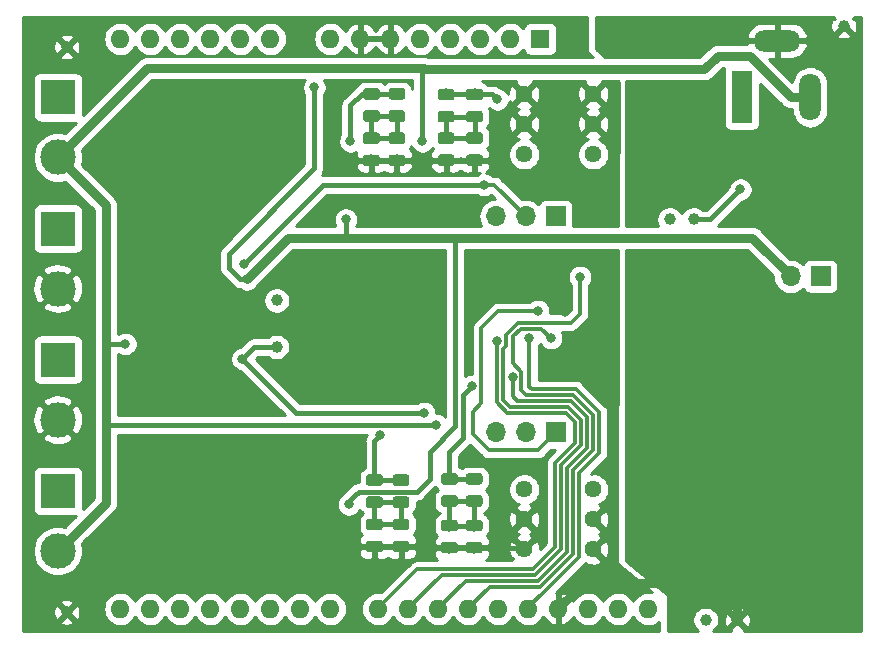
<source format=gbr>
G04 #@! TF.GenerationSoftware,KiCad,Pcbnew,5.1.3-ffb9f22~84~ubuntu19.04.1*
G04 #@! TF.CreationDate,2019-08-06T17:14:25+02:00*
G04 #@! TF.ProjectId,420-transmitter,3432302d-7472-4616-9e73-6d6974746572,rev?*
G04 #@! TF.SameCoordinates,Original*
G04 #@! TF.FileFunction,Copper,L2,Bot*
G04 #@! TF.FilePolarity,Positive*
%FSLAX46Y46*%
G04 Gerber Fmt 4.6, Leading zero omitted, Abs format (unit mm)*
G04 Created by KiCad (PCBNEW 5.1.3-ffb9f22~84~ubuntu19.04.1) date 2019-08-06 17:14:25*
%MOMM*%
%LPD*%
G04 APERTURE LIST*
%ADD10O,1.600000X1.600000*%
%ADD11R,1.600000X1.600000*%
%ADD12C,3.000000*%
%ADD13R,3.000000X3.000000*%
%ADD14C,1.440000*%
%ADD15O,1.700000X1.700000*%
%ADD16R,1.700000X1.700000*%
%ADD17O,4.000000X1.800000*%
%ADD18O,1.800000X4.000000*%
%ADD19R,1.800000X4.400000*%
%ADD20C,0.100000*%
%ADD21C,0.975000*%
%ADD22C,1.000000*%
%ADD23C,0.800000*%
%ADD24C,0.762000*%
%ADD25C,0.400000*%
%ADD26C,0.300000*%
%ADD27C,0.254000*%
G04 APERTURE END LIST*
D10*
X191461200Y-105029000D03*
X188921200Y-105029000D03*
D11*
X182321200Y-56769000D03*
D10*
X151841200Y-105029000D03*
X179781200Y-56769000D03*
X154381200Y-105029000D03*
X177241200Y-56769000D03*
X156921200Y-105029000D03*
X174701200Y-56769000D03*
X159461200Y-105029000D03*
X172161200Y-56769000D03*
X162001200Y-105029000D03*
X169621200Y-56769000D03*
X164541200Y-105029000D03*
X167081200Y-56769000D03*
X168601200Y-105029000D03*
X164541200Y-56769000D03*
X171141200Y-105029000D03*
X159461200Y-56769000D03*
X173681200Y-105029000D03*
X156921200Y-56769000D03*
X176221200Y-105029000D03*
X154381200Y-56769000D03*
X178761200Y-105029000D03*
X151841200Y-56769000D03*
X181301200Y-105029000D03*
X149301200Y-56769000D03*
X183841200Y-105029000D03*
X146761200Y-56769000D03*
X186381200Y-105029000D03*
X146761200Y-105029000D03*
X149301200Y-105029000D03*
D12*
X141478000Y-77910266D03*
D13*
X141478000Y-72830266D03*
D12*
X141478000Y-66802000D03*
D13*
X141478000Y-61722000D03*
D12*
X141478000Y-100126800D03*
D13*
X141478000Y-95046800D03*
D12*
X141478000Y-89018532D03*
D13*
X141478000Y-83938532D03*
D14*
X180970000Y-66548000D03*
X180970000Y-64008000D03*
X180970000Y-61468000D03*
X186812000Y-66548000D03*
X186812000Y-64008000D03*
X186812000Y-61468000D03*
X180970000Y-94920000D03*
X180970000Y-97460000D03*
X180970000Y-100000000D03*
X186812000Y-94920000D03*
X186812000Y-97460000D03*
X186812000Y-100000000D03*
D15*
X203526000Y-76882000D03*
D16*
X206066000Y-76882000D03*
D17*
X202390000Y-56922000D03*
D18*
X205190000Y-61722000D03*
D19*
X199390000Y-61722000D03*
D20*
G36*
X177239942Y-62865974D02*
G01*
X177263603Y-62869484D01*
X177286807Y-62875296D01*
X177309329Y-62883354D01*
X177330953Y-62893582D01*
X177351470Y-62905879D01*
X177370683Y-62920129D01*
X177388407Y-62936193D01*
X177404471Y-62953917D01*
X177418721Y-62973130D01*
X177431018Y-62993647D01*
X177441246Y-63015271D01*
X177449304Y-63037793D01*
X177455116Y-63060997D01*
X177458626Y-63084658D01*
X177459800Y-63108550D01*
X177459800Y-63596050D01*
X177458626Y-63619942D01*
X177455116Y-63643603D01*
X177449304Y-63666807D01*
X177441246Y-63689329D01*
X177431018Y-63710953D01*
X177418721Y-63731470D01*
X177404471Y-63750683D01*
X177388407Y-63768407D01*
X177370683Y-63784471D01*
X177351470Y-63798721D01*
X177330953Y-63811018D01*
X177309329Y-63821246D01*
X177286807Y-63829304D01*
X177263603Y-63835116D01*
X177239942Y-63838626D01*
X177216050Y-63839800D01*
X176303550Y-63839800D01*
X176279658Y-63838626D01*
X176255997Y-63835116D01*
X176232793Y-63829304D01*
X176210271Y-63821246D01*
X176188647Y-63811018D01*
X176168130Y-63798721D01*
X176148917Y-63784471D01*
X176131193Y-63768407D01*
X176115129Y-63750683D01*
X176100879Y-63731470D01*
X176088582Y-63710953D01*
X176078354Y-63689329D01*
X176070296Y-63666807D01*
X176064484Y-63643603D01*
X176060974Y-63619942D01*
X176059800Y-63596050D01*
X176059800Y-63108550D01*
X176060974Y-63084658D01*
X176064484Y-63060997D01*
X176070296Y-63037793D01*
X176078354Y-63015271D01*
X176088582Y-62993647D01*
X176100879Y-62973130D01*
X176115129Y-62953917D01*
X176131193Y-62936193D01*
X176148917Y-62920129D01*
X176168130Y-62905879D01*
X176188647Y-62893582D01*
X176210271Y-62883354D01*
X176232793Y-62875296D01*
X176255997Y-62869484D01*
X176279658Y-62865974D01*
X176303550Y-62864800D01*
X177216050Y-62864800D01*
X177239942Y-62865974D01*
X177239942Y-62865974D01*
G37*
D21*
X176759800Y-63352300D03*
D20*
G36*
X177239942Y-60990974D02*
G01*
X177263603Y-60994484D01*
X177286807Y-61000296D01*
X177309329Y-61008354D01*
X177330953Y-61018582D01*
X177351470Y-61030879D01*
X177370683Y-61045129D01*
X177388407Y-61061193D01*
X177404471Y-61078917D01*
X177418721Y-61098130D01*
X177431018Y-61118647D01*
X177441246Y-61140271D01*
X177449304Y-61162793D01*
X177455116Y-61185997D01*
X177458626Y-61209658D01*
X177459800Y-61233550D01*
X177459800Y-61721050D01*
X177458626Y-61744942D01*
X177455116Y-61768603D01*
X177449304Y-61791807D01*
X177441246Y-61814329D01*
X177431018Y-61835953D01*
X177418721Y-61856470D01*
X177404471Y-61875683D01*
X177388407Y-61893407D01*
X177370683Y-61909471D01*
X177351470Y-61923721D01*
X177330953Y-61936018D01*
X177309329Y-61946246D01*
X177286807Y-61954304D01*
X177263603Y-61960116D01*
X177239942Y-61963626D01*
X177216050Y-61964800D01*
X176303550Y-61964800D01*
X176279658Y-61963626D01*
X176255997Y-61960116D01*
X176232793Y-61954304D01*
X176210271Y-61946246D01*
X176188647Y-61936018D01*
X176168130Y-61923721D01*
X176148917Y-61909471D01*
X176131193Y-61893407D01*
X176115129Y-61875683D01*
X176100879Y-61856470D01*
X176088582Y-61835953D01*
X176078354Y-61814329D01*
X176070296Y-61791807D01*
X176064484Y-61768603D01*
X176060974Y-61744942D01*
X176059800Y-61721050D01*
X176059800Y-61233550D01*
X176060974Y-61209658D01*
X176064484Y-61185997D01*
X176070296Y-61162793D01*
X176078354Y-61140271D01*
X176088582Y-61118647D01*
X176100879Y-61098130D01*
X176115129Y-61078917D01*
X176131193Y-61061193D01*
X176148917Y-61045129D01*
X176168130Y-61030879D01*
X176188647Y-61018582D01*
X176210271Y-61008354D01*
X176232793Y-61000296D01*
X176255997Y-60994484D01*
X176279658Y-60990974D01*
X176303550Y-60989800D01*
X177216050Y-60989800D01*
X177239942Y-60990974D01*
X177239942Y-60990974D01*
G37*
D21*
X176759800Y-61477300D03*
D20*
G36*
X177239942Y-66557974D02*
G01*
X177263603Y-66561484D01*
X177286807Y-66567296D01*
X177309329Y-66575354D01*
X177330953Y-66585582D01*
X177351470Y-66597879D01*
X177370683Y-66612129D01*
X177388407Y-66628193D01*
X177404471Y-66645917D01*
X177418721Y-66665130D01*
X177431018Y-66685647D01*
X177441246Y-66707271D01*
X177449304Y-66729793D01*
X177455116Y-66752997D01*
X177458626Y-66776658D01*
X177459800Y-66800550D01*
X177459800Y-67288050D01*
X177458626Y-67311942D01*
X177455116Y-67335603D01*
X177449304Y-67358807D01*
X177441246Y-67381329D01*
X177431018Y-67402953D01*
X177418721Y-67423470D01*
X177404471Y-67442683D01*
X177388407Y-67460407D01*
X177370683Y-67476471D01*
X177351470Y-67490721D01*
X177330953Y-67503018D01*
X177309329Y-67513246D01*
X177286807Y-67521304D01*
X177263603Y-67527116D01*
X177239942Y-67530626D01*
X177216050Y-67531800D01*
X176303550Y-67531800D01*
X176279658Y-67530626D01*
X176255997Y-67527116D01*
X176232793Y-67521304D01*
X176210271Y-67513246D01*
X176188647Y-67503018D01*
X176168130Y-67490721D01*
X176148917Y-67476471D01*
X176131193Y-67460407D01*
X176115129Y-67442683D01*
X176100879Y-67423470D01*
X176088582Y-67402953D01*
X176078354Y-67381329D01*
X176070296Y-67358807D01*
X176064484Y-67335603D01*
X176060974Y-67311942D01*
X176059800Y-67288050D01*
X176059800Y-66800550D01*
X176060974Y-66776658D01*
X176064484Y-66752997D01*
X176070296Y-66729793D01*
X176078354Y-66707271D01*
X176088582Y-66685647D01*
X176100879Y-66665130D01*
X176115129Y-66645917D01*
X176131193Y-66628193D01*
X176148917Y-66612129D01*
X176168130Y-66597879D01*
X176188647Y-66585582D01*
X176210271Y-66575354D01*
X176232793Y-66567296D01*
X176255997Y-66561484D01*
X176279658Y-66557974D01*
X176303550Y-66556800D01*
X177216050Y-66556800D01*
X177239942Y-66557974D01*
X177239942Y-66557974D01*
G37*
D21*
X176759800Y-67044300D03*
D20*
G36*
X177239942Y-64682974D02*
G01*
X177263603Y-64686484D01*
X177286807Y-64692296D01*
X177309329Y-64700354D01*
X177330953Y-64710582D01*
X177351470Y-64722879D01*
X177370683Y-64737129D01*
X177388407Y-64753193D01*
X177404471Y-64770917D01*
X177418721Y-64790130D01*
X177431018Y-64810647D01*
X177441246Y-64832271D01*
X177449304Y-64854793D01*
X177455116Y-64877997D01*
X177458626Y-64901658D01*
X177459800Y-64925550D01*
X177459800Y-65413050D01*
X177458626Y-65436942D01*
X177455116Y-65460603D01*
X177449304Y-65483807D01*
X177441246Y-65506329D01*
X177431018Y-65527953D01*
X177418721Y-65548470D01*
X177404471Y-65567683D01*
X177388407Y-65585407D01*
X177370683Y-65601471D01*
X177351470Y-65615721D01*
X177330953Y-65628018D01*
X177309329Y-65638246D01*
X177286807Y-65646304D01*
X177263603Y-65652116D01*
X177239942Y-65655626D01*
X177216050Y-65656800D01*
X176303550Y-65656800D01*
X176279658Y-65655626D01*
X176255997Y-65652116D01*
X176232793Y-65646304D01*
X176210271Y-65638246D01*
X176188647Y-65628018D01*
X176168130Y-65615721D01*
X176148917Y-65601471D01*
X176131193Y-65585407D01*
X176115129Y-65567683D01*
X176100879Y-65548470D01*
X176088582Y-65527953D01*
X176078354Y-65506329D01*
X176070296Y-65483807D01*
X176064484Y-65460603D01*
X176060974Y-65436942D01*
X176059800Y-65413050D01*
X176059800Y-64925550D01*
X176060974Y-64901658D01*
X176064484Y-64877997D01*
X176070296Y-64854793D01*
X176078354Y-64832271D01*
X176088582Y-64810647D01*
X176100879Y-64790130D01*
X176115129Y-64770917D01*
X176131193Y-64753193D01*
X176148917Y-64737129D01*
X176168130Y-64722879D01*
X176188647Y-64710582D01*
X176210271Y-64700354D01*
X176232793Y-64692296D01*
X176255997Y-64686484D01*
X176279658Y-64682974D01*
X176303550Y-64681800D01*
X177216050Y-64681800D01*
X177239942Y-64682974D01*
X177239942Y-64682974D01*
G37*
D21*
X176759800Y-65169300D03*
D20*
G36*
X174831942Y-60990974D02*
G01*
X174855603Y-60994484D01*
X174878807Y-61000296D01*
X174901329Y-61008354D01*
X174922953Y-61018582D01*
X174943470Y-61030879D01*
X174962683Y-61045129D01*
X174980407Y-61061193D01*
X174996471Y-61078917D01*
X175010721Y-61098130D01*
X175023018Y-61118647D01*
X175033246Y-61140271D01*
X175041304Y-61162793D01*
X175047116Y-61185997D01*
X175050626Y-61209658D01*
X175051800Y-61233550D01*
X175051800Y-61721050D01*
X175050626Y-61744942D01*
X175047116Y-61768603D01*
X175041304Y-61791807D01*
X175033246Y-61814329D01*
X175023018Y-61835953D01*
X175010721Y-61856470D01*
X174996471Y-61875683D01*
X174980407Y-61893407D01*
X174962683Y-61909471D01*
X174943470Y-61923721D01*
X174922953Y-61936018D01*
X174901329Y-61946246D01*
X174878807Y-61954304D01*
X174855603Y-61960116D01*
X174831942Y-61963626D01*
X174808050Y-61964800D01*
X173895550Y-61964800D01*
X173871658Y-61963626D01*
X173847997Y-61960116D01*
X173824793Y-61954304D01*
X173802271Y-61946246D01*
X173780647Y-61936018D01*
X173760130Y-61923721D01*
X173740917Y-61909471D01*
X173723193Y-61893407D01*
X173707129Y-61875683D01*
X173692879Y-61856470D01*
X173680582Y-61835953D01*
X173670354Y-61814329D01*
X173662296Y-61791807D01*
X173656484Y-61768603D01*
X173652974Y-61744942D01*
X173651800Y-61721050D01*
X173651800Y-61233550D01*
X173652974Y-61209658D01*
X173656484Y-61185997D01*
X173662296Y-61162793D01*
X173670354Y-61140271D01*
X173680582Y-61118647D01*
X173692879Y-61098130D01*
X173707129Y-61078917D01*
X173723193Y-61061193D01*
X173740917Y-61045129D01*
X173760130Y-61030879D01*
X173780647Y-61018582D01*
X173802271Y-61008354D01*
X173824793Y-61000296D01*
X173847997Y-60994484D01*
X173871658Y-60990974D01*
X173895550Y-60989800D01*
X174808050Y-60989800D01*
X174831942Y-60990974D01*
X174831942Y-60990974D01*
G37*
D21*
X174351800Y-61477300D03*
D20*
G36*
X174831942Y-62865974D02*
G01*
X174855603Y-62869484D01*
X174878807Y-62875296D01*
X174901329Y-62883354D01*
X174922953Y-62893582D01*
X174943470Y-62905879D01*
X174962683Y-62920129D01*
X174980407Y-62936193D01*
X174996471Y-62953917D01*
X175010721Y-62973130D01*
X175023018Y-62993647D01*
X175033246Y-63015271D01*
X175041304Y-63037793D01*
X175047116Y-63060997D01*
X175050626Y-63084658D01*
X175051800Y-63108550D01*
X175051800Y-63596050D01*
X175050626Y-63619942D01*
X175047116Y-63643603D01*
X175041304Y-63666807D01*
X175033246Y-63689329D01*
X175023018Y-63710953D01*
X175010721Y-63731470D01*
X174996471Y-63750683D01*
X174980407Y-63768407D01*
X174962683Y-63784471D01*
X174943470Y-63798721D01*
X174922953Y-63811018D01*
X174901329Y-63821246D01*
X174878807Y-63829304D01*
X174855603Y-63835116D01*
X174831942Y-63838626D01*
X174808050Y-63839800D01*
X173895550Y-63839800D01*
X173871658Y-63838626D01*
X173847997Y-63835116D01*
X173824793Y-63829304D01*
X173802271Y-63821246D01*
X173780647Y-63811018D01*
X173760130Y-63798721D01*
X173740917Y-63784471D01*
X173723193Y-63768407D01*
X173707129Y-63750683D01*
X173692879Y-63731470D01*
X173680582Y-63710953D01*
X173670354Y-63689329D01*
X173662296Y-63666807D01*
X173656484Y-63643603D01*
X173652974Y-63619942D01*
X173651800Y-63596050D01*
X173651800Y-63108550D01*
X173652974Y-63084658D01*
X173656484Y-63060997D01*
X173662296Y-63037793D01*
X173670354Y-63015271D01*
X173680582Y-62993647D01*
X173692879Y-62973130D01*
X173707129Y-62953917D01*
X173723193Y-62936193D01*
X173740917Y-62920129D01*
X173760130Y-62905879D01*
X173780647Y-62893582D01*
X173802271Y-62883354D01*
X173824793Y-62875296D01*
X173847997Y-62869484D01*
X173871658Y-62865974D01*
X173895550Y-62864800D01*
X174808050Y-62864800D01*
X174831942Y-62865974D01*
X174831942Y-62865974D01*
G37*
D21*
X174351800Y-63352300D03*
D20*
G36*
X174831942Y-64682974D02*
G01*
X174855603Y-64686484D01*
X174878807Y-64692296D01*
X174901329Y-64700354D01*
X174922953Y-64710582D01*
X174943470Y-64722879D01*
X174962683Y-64737129D01*
X174980407Y-64753193D01*
X174996471Y-64770917D01*
X175010721Y-64790130D01*
X175023018Y-64810647D01*
X175033246Y-64832271D01*
X175041304Y-64854793D01*
X175047116Y-64877997D01*
X175050626Y-64901658D01*
X175051800Y-64925550D01*
X175051800Y-65413050D01*
X175050626Y-65436942D01*
X175047116Y-65460603D01*
X175041304Y-65483807D01*
X175033246Y-65506329D01*
X175023018Y-65527953D01*
X175010721Y-65548470D01*
X174996471Y-65567683D01*
X174980407Y-65585407D01*
X174962683Y-65601471D01*
X174943470Y-65615721D01*
X174922953Y-65628018D01*
X174901329Y-65638246D01*
X174878807Y-65646304D01*
X174855603Y-65652116D01*
X174831942Y-65655626D01*
X174808050Y-65656800D01*
X173895550Y-65656800D01*
X173871658Y-65655626D01*
X173847997Y-65652116D01*
X173824793Y-65646304D01*
X173802271Y-65638246D01*
X173780647Y-65628018D01*
X173760130Y-65615721D01*
X173740917Y-65601471D01*
X173723193Y-65585407D01*
X173707129Y-65567683D01*
X173692879Y-65548470D01*
X173680582Y-65527953D01*
X173670354Y-65506329D01*
X173662296Y-65483807D01*
X173656484Y-65460603D01*
X173652974Y-65436942D01*
X173651800Y-65413050D01*
X173651800Y-64925550D01*
X173652974Y-64901658D01*
X173656484Y-64877997D01*
X173662296Y-64854793D01*
X173670354Y-64832271D01*
X173680582Y-64810647D01*
X173692879Y-64790130D01*
X173707129Y-64770917D01*
X173723193Y-64753193D01*
X173740917Y-64737129D01*
X173760130Y-64722879D01*
X173780647Y-64710582D01*
X173802271Y-64700354D01*
X173824793Y-64692296D01*
X173847997Y-64686484D01*
X173871658Y-64682974D01*
X173895550Y-64681800D01*
X174808050Y-64681800D01*
X174831942Y-64682974D01*
X174831942Y-64682974D01*
G37*
D21*
X174351800Y-65169300D03*
D20*
G36*
X174831942Y-66557974D02*
G01*
X174855603Y-66561484D01*
X174878807Y-66567296D01*
X174901329Y-66575354D01*
X174922953Y-66585582D01*
X174943470Y-66597879D01*
X174962683Y-66612129D01*
X174980407Y-66628193D01*
X174996471Y-66645917D01*
X175010721Y-66665130D01*
X175023018Y-66685647D01*
X175033246Y-66707271D01*
X175041304Y-66729793D01*
X175047116Y-66752997D01*
X175050626Y-66776658D01*
X175051800Y-66800550D01*
X175051800Y-67288050D01*
X175050626Y-67311942D01*
X175047116Y-67335603D01*
X175041304Y-67358807D01*
X175033246Y-67381329D01*
X175023018Y-67402953D01*
X175010721Y-67423470D01*
X174996471Y-67442683D01*
X174980407Y-67460407D01*
X174962683Y-67476471D01*
X174943470Y-67490721D01*
X174922953Y-67503018D01*
X174901329Y-67513246D01*
X174878807Y-67521304D01*
X174855603Y-67527116D01*
X174831942Y-67530626D01*
X174808050Y-67531800D01*
X173895550Y-67531800D01*
X173871658Y-67530626D01*
X173847997Y-67527116D01*
X173824793Y-67521304D01*
X173802271Y-67513246D01*
X173780647Y-67503018D01*
X173760130Y-67490721D01*
X173740917Y-67476471D01*
X173723193Y-67460407D01*
X173707129Y-67442683D01*
X173692879Y-67423470D01*
X173680582Y-67402953D01*
X173670354Y-67381329D01*
X173662296Y-67358807D01*
X173656484Y-67335603D01*
X173652974Y-67311942D01*
X173651800Y-67288050D01*
X173651800Y-66800550D01*
X173652974Y-66776658D01*
X173656484Y-66752997D01*
X173662296Y-66729793D01*
X173670354Y-66707271D01*
X173680582Y-66685647D01*
X173692879Y-66665130D01*
X173707129Y-66645917D01*
X173723193Y-66628193D01*
X173740917Y-66612129D01*
X173760130Y-66597879D01*
X173780647Y-66585582D01*
X173802271Y-66575354D01*
X173824793Y-66567296D01*
X173847997Y-66561484D01*
X173871658Y-66557974D01*
X173895550Y-66556800D01*
X174808050Y-66556800D01*
X174831942Y-66557974D01*
X174831942Y-66557974D01*
G37*
D21*
X174351800Y-67044300D03*
D20*
G36*
X175110942Y-95408974D02*
G01*
X175134603Y-95412484D01*
X175157807Y-95418296D01*
X175180329Y-95426354D01*
X175201953Y-95436582D01*
X175222470Y-95448879D01*
X175241683Y-95463129D01*
X175259407Y-95479193D01*
X175275471Y-95496917D01*
X175289721Y-95516130D01*
X175302018Y-95536647D01*
X175312246Y-95558271D01*
X175320304Y-95580793D01*
X175326116Y-95603997D01*
X175329626Y-95627658D01*
X175330800Y-95651550D01*
X175330800Y-96139050D01*
X175329626Y-96162942D01*
X175326116Y-96186603D01*
X175320304Y-96209807D01*
X175312246Y-96232329D01*
X175302018Y-96253953D01*
X175289721Y-96274470D01*
X175275471Y-96293683D01*
X175259407Y-96311407D01*
X175241683Y-96327471D01*
X175222470Y-96341721D01*
X175201953Y-96354018D01*
X175180329Y-96364246D01*
X175157807Y-96372304D01*
X175134603Y-96378116D01*
X175110942Y-96381626D01*
X175087050Y-96382800D01*
X174174550Y-96382800D01*
X174150658Y-96381626D01*
X174126997Y-96378116D01*
X174103793Y-96372304D01*
X174081271Y-96364246D01*
X174059647Y-96354018D01*
X174039130Y-96341721D01*
X174019917Y-96327471D01*
X174002193Y-96311407D01*
X173986129Y-96293683D01*
X173971879Y-96274470D01*
X173959582Y-96253953D01*
X173949354Y-96232329D01*
X173941296Y-96209807D01*
X173935484Y-96186603D01*
X173931974Y-96162942D01*
X173930800Y-96139050D01*
X173930800Y-95651550D01*
X173931974Y-95627658D01*
X173935484Y-95603997D01*
X173941296Y-95580793D01*
X173949354Y-95558271D01*
X173959582Y-95536647D01*
X173971879Y-95516130D01*
X173986129Y-95496917D01*
X174002193Y-95479193D01*
X174019917Y-95463129D01*
X174039130Y-95448879D01*
X174059647Y-95436582D01*
X174081271Y-95426354D01*
X174103793Y-95418296D01*
X174126997Y-95412484D01*
X174150658Y-95408974D01*
X174174550Y-95407800D01*
X175087050Y-95407800D01*
X175110942Y-95408974D01*
X175110942Y-95408974D01*
G37*
D21*
X174630800Y-95895300D03*
D20*
G36*
X175110942Y-93533974D02*
G01*
X175134603Y-93537484D01*
X175157807Y-93543296D01*
X175180329Y-93551354D01*
X175201953Y-93561582D01*
X175222470Y-93573879D01*
X175241683Y-93588129D01*
X175259407Y-93604193D01*
X175275471Y-93621917D01*
X175289721Y-93641130D01*
X175302018Y-93661647D01*
X175312246Y-93683271D01*
X175320304Y-93705793D01*
X175326116Y-93728997D01*
X175329626Y-93752658D01*
X175330800Y-93776550D01*
X175330800Y-94264050D01*
X175329626Y-94287942D01*
X175326116Y-94311603D01*
X175320304Y-94334807D01*
X175312246Y-94357329D01*
X175302018Y-94378953D01*
X175289721Y-94399470D01*
X175275471Y-94418683D01*
X175259407Y-94436407D01*
X175241683Y-94452471D01*
X175222470Y-94466721D01*
X175201953Y-94479018D01*
X175180329Y-94489246D01*
X175157807Y-94497304D01*
X175134603Y-94503116D01*
X175110942Y-94506626D01*
X175087050Y-94507800D01*
X174174550Y-94507800D01*
X174150658Y-94506626D01*
X174126997Y-94503116D01*
X174103793Y-94497304D01*
X174081271Y-94489246D01*
X174059647Y-94479018D01*
X174039130Y-94466721D01*
X174019917Y-94452471D01*
X174002193Y-94436407D01*
X173986129Y-94418683D01*
X173971879Y-94399470D01*
X173959582Y-94378953D01*
X173949354Y-94357329D01*
X173941296Y-94334807D01*
X173935484Y-94311603D01*
X173931974Y-94287942D01*
X173930800Y-94264050D01*
X173930800Y-93776550D01*
X173931974Y-93752658D01*
X173935484Y-93728997D01*
X173941296Y-93705793D01*
X173949354Y-93683271D01*
X173959582Y-93661647D01*
X173971879Y-93641130D01*
X173986129Y-93621917D01*
X174002193Y-93604193D01*
X174019917Y-93588129D01*
X174039130Y-93573879D01*
X174059647Y-93561582D01*
X174081271Y-93551354D01*
X174103793Y-93543296D01*
X174126997Y-93537484D01*
X174150658Y-93533974D01*
X174174550Y-93532800D01*
X175087050Y-93532800D01*
X175110942Y-93533974D01*
X175110942Y-93533974D01*
G37*
D21*
X174630800Y-94020300D03*
D20*
G36*
X177214942Y-99362974D02*
G01*
X177238603Y-99366484D01*
X177261807Y-99372296D01*
X177284329Y-99380354D01*
X177305953Y-99390582D01*
X177326470Y-99402879D01*
X177345683Y-99417129D01*
X177363407Y-99433193D01*
X177379471Y-99450917D01*
X177393721Y-99470130D01*
X177406018Y-99490647D01*
X177416246Y-99512271D01*
X177424304Y-99534793D01*
X177430116Y-99557997D01*
X177433626Y-99581658D01*
X177434800Y-99605550D01*
X177434800Y-100093050D01*
X177433626Y-100116942D01*
X177430116Y-100140603D01*
X177424304Y-100163807D01*
X177416246Y-100186329D01*
X177406018Y-100207953D01*
X177393721Y-100228470D01*
X177379471Y-100247683D01*
X177363407Y-100265407D01*
X177345683Y-100281471D01*
X177326470Y-100295721D01*
X177305953Y-100308018D01*
X177284329Y-100318246D01*
X177261807Y-100326304D01*
X177238603Y-100332116D01*
X177214942Y-100335626D01*
X177191050Y-100336800D01*
X176278550Y-100336800D01*
X176254658Y-100335626D01*
X176230997Y-100332116D01*
X176207793Y-100326304D01*
X176185271Y-100318246D01*
X176163647Y-100308018D01*
X176143130Y-100295721D01*
X176123917Y-100281471D01*
X176106193Y-100265407D01*
X176090129Y-100247683D01*
X176075879Y-100228470D01*
X176063582Y-100207953D01*
X176053354Y-100186329D01*
X176045296Y-100163807D01*
X176039484Y-100140603D01*
X176035974Y-100116942D01*
X176034800Y-100093050D01*
X176034800Y-99605550D01*
X176035974Y-99581658D01*
X176039484Y-99557997D01*
X176045296Y-99534793D01*
X176053354Y-99512271D01*
X176063582Y-99490647D01*
X176075879Y-99470130D01*
X176090129Y-99450917D01*
X176106193Y-99433193D01*
X176123917Y-99417129D01*
X176143130Y-99402879D01*
X176163647Y-99390582D01*
X176185271Y-99380354D01*
X176207793Y-99372296D01*
X176230997Y-99366484D01*
X176254658Y-99362974D01*
X176278550Y-99361800D01*
X177191050Y-99361800D01*
X177214942Y-99362974D01*
X177214942Y-99362974D01*
G37*
D21*
X176734800Y-99849300D03*
D20*
G36*
X177214942Y-97487974D02*
G01*
X177238603Y-97491484D01*
X177261807Y-97497296D01*
X177284329Y-97505354D01*
X177305953Y-97515582D01*
X177326470Y-97527879D01*
X177345683Y-97542129D01*
X177363407Y-97558193D01*
X177379471Y-97575917D01*
X177393721Y-97595130D01*
X177406018Y-97615647D01*
X177416246Y-97637271D01*
X177424304Y-97659793D01*
X177430116Y-97682997D01*
X177433626Y-97706658D01*
X177434800Y-97730550D01*
X177434800Y-98218050D01*
X177433626Y-98241942D01*
X177430116Y-98265603D01*
X177424304Y-98288807D01*
X177416246Y-98311329D01*
X177406018Y-98332953D01*
X177393721Y-98353470D01*
X177379471Y-98372683D01*
X177363407Y-98390407D01*
X177345683Y-98406471D01*
X177326470Y-98420721D01*
X177305953Y-98433018D01*
X177284329Y-98443246D01*
X177261807Y-98451304D01*
X177238603Y-98457116D01*
X177214942Y-98460626D01*
X177191050Y-98461800D01*
X176278550Y-98461800D01*
X176254658Y-98460626D01*
X176230997Y-98457116D01*
X176207793Y-98451304D01*
X176185271Y-98443246D01*
X176163647Y-98433018D01*
X176143130Y-98420721D01*
X176123917Y-98406471D01*
X176106193Y-98390407D01*
X176090129Y-98372683D01*
X176075879Y-98353470D01*
X176063582Y-98332953D01*
X176053354Y-98311329D01*
X176045296Y-98288807D01*
X176039484Y-98265603D01*
X176035974Y-98241942D01*
X176034800Y-98218050D01*
X176034800Y-97730550D01*
X176035974Y-97706658D01*
X176039484Y-97682997D01*
X176045296Y-97659793D01*
X176053354Y-97637271D01*
X176063582Y-97615647D01*
X176075879Y-97595130D01*
X176090129Y-97575917D01*
X176106193Y-97558193D01*
X176123917Y-97542129D01*
X176143130Y-97527879D01*
X176163647Y-97515582D01*
X176185271Y-97505354D01*
X176207793Y-97497296D01*
X176230997Y-97491484D01*
X176254658Y-97487974D01*
X176278550Y-97486800D01*
X177191050Y-97486800D01*
X177214942Y-97487974D01*
X177214942Y-97487974D01*
G37*
D21*
X176734800Y-97974300D03*
D20*
G36*
X177214942Y-93533974D02*
G01*
X177238603Y-93537484D01*
X177261807Y-93543296D01*
X177284329Y-93551354D01*
X177305953Y-93561582D01*
X177326470Y-93573879D01*
X177345683Y-93588129D01*
X177363407Y-93604193D01*
X177379471Y-93621917D01*
X177393721Y-93641130D01*
X177406018Y-93661647D01*
X177416246Y-93683271D01*
X177424304Y-93705793D01*
X177430116Y-93728997D01*
X177433626Y-93752658D01*
X177434800Y-93776550D01*
X177434800Y-94264050D01*
X177433626Y-94287942D01*
X177430116Y-94311603D01*
X177424304Y-94334807D01*
X177416246Y-94357329D01*
X177406018Y-94378953D01*
X177393721Y-94399470D01*
X177379471Y-94418683D01*
X177363407Y-94436407D01*
X177345683Y-94452471D01*
X177326470Y-94466721D01*
X177305953Y-94479018D01*
X177284329Y-94489246D01*
X177261807Y-94497304D01*
X177238603Y-94503116D01*
X177214942Y-94506626D01*
X177191050Y-94507800D01*
X176278550Y-94507800D01*
X176254658Y-94506626D01*
X176230997Y-94503116D01*
X176207793Y-94497304D01*
X176185271Y-94489246D01*
X176163647Y-94479018D01*
X176143130Y-94466721D01*
X176123917Y-94452471D01*
X176106193Y-94436407D01*
X176090129Y-94418683D01*
X176075879Y-94399470D01*
X176063582Y-94378953D01*
X176053354Y-94357329D01*
X176045296Y-94334807D01*
X176039484Y-94311603D01*
X176035974Y-94287942D01*
X176034800Y-94264050D01*
X176034800Y-93776550D01*
X176035974Y-93752658D01*
X176039484Y-93728997D01*
X176045296Y-93705793D01*
X176053354Y-93683271D01*
X176063582Y-93661647D01*
X176075879Y-93641130D01*
X176090129Y-93621917D01*
X176106193Y-93604193D01*
X176123917Y-93588129D01*
X176143130Y-93573879D01*
X176163647Y-93561582D01*
X176185271Y-93551354D01*
X176207793Y-93543296D01*
X176230997Y-93537484D01*
X176254658Y-93533974D01*
X176278550Y-93532800D01*
X177191050Y-93532800D01*
X177214942Y-93533974D01*
X177214942Y-93533974D01*
G37*
D21*
X176734800Y-94020300D03*
D20*
G36*
X177214942Y-95408974D02*
G01*
X177238603Y-95412484D01*
X177261807Y-95418296D01*
X177284329Y-95426354D01*
X177305953Y-95436582D01*
X177326470Y-95448879D01*
X177345683Y-95463129D01*
X177363407Y-95479193D01*
X177379471Y-95496917D01*
X177393721Y-95516130D01*
X177406018Y-95536647D01*
X177416246Y-95558271D01*
X177424304Y-95580793D01*
X177430116Y-95603997D01*
X177433626Y-95627658D01*
X177434800Y-95651550D01*
X177434800Y-96139050D01*
X177433626Y-96162942D01*
X177430116Y-96186603D01*
X177424304Y-96209807D01*
X177416246Y-96232329D01*
X177406018Y-96253953D01*
X177393721Y-96274470D01*
X177379471Y-96293683D01*
X177363407Y-96311407D01*
X177345683Y-96327471D01*
X177326470Y-96341721D01*
X177305953Y-96354018D01*
X177284329Y-96364246D01*
X177261807Y-96372304D01*
X177238603Y-96378116D01*
X177214942Y-96381626D01*
X177191050Y-96382800D01*
X176278550Y-96382800D01*
X176254658Y-96381626D01*
X176230997Y-96378116D01*
X176207793Y-96372304D01*
X176185271Y-96364246D01*
X176163647Y-96354018D01*
X176143130Y-96341721D01*
X176123917Y-96327471D01*
X176106193Y-96311407D01*
X176090129Y-96293683D01*
X176075879Y-96274470D01*
X176063582Y-96253953D01*
X176053354Y-96232329D01*
X176045296Y-96209807D01*
X176039484Y-96186603D01*
X176035974Y-96162942D01*
X176034800Y-96139050D01*
X176034800Y-95651550D01*
X176035974Y-95627658D01*
X176039484Y-95603997D01*
X176045296Y-95580793D01*
X176053354Y-95558271D01*
X176063582Y-95536647D01*
X176075879Y-95516130D01*
X176090129Y-95496917D01*
X176106193Y-95479193D01*
X176123917Y-95463129D01*
X176143130Y-95448879D01*
X176163647Y-95436582D01*
X176185271Y-95426354D01*
X176207793Y-95418296D01*
X176230997Y-95412484D01*
X176254658Y-95408974D01*
X176278550Y-95407800D01*
X177191050Y-95407800D01*
X177214942Y-95408974D01*
X177214942Y-95408974D01*
G37*
D21*
X176734800Y-95895300D03*
D20*
G36*
X175110942Y-97487974D02*
G01*
X175134603Y-97491484D01*
X175157807Y-97497296D01*
X175180329Y-97505354D01*
X175201953Y-97515582D01*
X175222470Y-97527879D01*
X175241683Y-97542129D01*
X175259407Y-97558193D01*
X175275471Y-97575917D01*
X175289721Y-97595130D01*
X175302018Y-97615647D01*
X175312246Y-97637271D01*
X175320304Y-97659793D01*
X175326116Y-97682997D01*
X175329626Y-97706658D01*
X175330800Y-97730550D01*
X175330800Y-98218050D01*
X175329626Y-98241942D01*
X175326116Y-98265603D01*
X175320304Y-98288807D01*
X175312246Y-98311329D01*
X175302018Y-98332953D01*
X175289721Y-98353470D01*
X175275471Y-98372683D01*
X175259407Y-98390407D01*
X175241683Y-98406471D01*
X175222470Y-98420721D01*
X175201953Y-98433018D01*
X175180329Y-98443246D01*
X175157807Y-98451304D01*
X175134603Y-98457116D01*
X175110942Y-98460626D01*
X175087050Y-98461800D01*
X174174550Y-98461800D01*
X174150658Y-98460626D01*
X174126997Y-98457116D01*
X174103793Y-98451304D01*
X174081271Y-98443246D01*
X174059647Y-98433018D01*
X174039130Y-98420721D01*
X174019917Y-98406471D01*
X174002193Y-98390407D01*
X173986129Y-98372683D01*
X173971879Y-98353470D01*
X173959582Y-98332953D01*
X173949354Y-98311329D01*
X173941296Y-98288807D01*
X173935484Y-98265603D01*
X173931974Y-98241942D01*
X173930800Y-98218050D01*
X173930800Y-97730550D01*
X173931974Y-97706658D01*
X173935484Y-97682997D01*
X173941296Y-97659793D01*
X173949354Y-97637271D01*
X173959582Y-97615647D01*
X173971879Y-97595130D01*
X173986129Y-97575917D01*
X174002193Y-97558193D01*
X174019917Y-97542129D01*
X174039130Y-97527879D01*
X174059647Y-97515582D01*
X174081271Y-97505354D01*
X174103793Y-97497296D01*
X174126997Y-97491484D01*
X174150658Y-97487974D01*
X174174550Y-97486800D01*
X175087050Y-97486800D01*
X175110942Y-97487974D01*
X175110942Y-97487974D01*
G37*
D21*
X174630800Y-97974300D03*
D20*
G36*
X175110942Y-99362974D02*
G01*
X175134603Y-99366484D01*
X175157807Y-99372296D01*
X175180329Y-99380354D01*
X175201953Y-99390582D01*
X175222470Y-99402879D01*
X175241683Y-99417129D01*
X175259407Y-99433193D01*
X175275471Y-99450917D01*
X175289721Y-99470130D01*
X175302018Y-99490647D01*
X175312246Y-99512271D01*
X175320304Y-99534793D01*
X175326116Y-99557997D01*
X175329626Y-99581658D01*
X175330800Y-99605550D01*
X175330800Y-100093050D01*
X175329626Y-100116942D01*
X175326116Y-100140603D01*
X175320304Y-100163807D01*
X175312246Y-100186329D01*
X175302018Y-100207953D01*
X175289721Y-100228470D01*
X175275471Y-100247683D01*
X175259407Y-100265407D01*
X175241683Y-100281471D01*
X175222470Y-100295721D01*
X175201953Y-100308018D01*
X175180329Y-100318246D01*
X175157807Y-100326304D01*
X175134603Y-100332116D01*
X175110942Y-100335626D01*
X175087050Y-100336800D01*
X174174550Y-100336800D01*
X174150658Y-100335626D01*
X174126997Y-100332116D01*
X174103793Y-100326304D01*
X174081271Y-100318246D01*
X174059647Y-100308018D01*
X174039130Y-100295721D01*
X174019917Y-100281471D01*
X174002193Y-100265407D01*
X173986129Y-100247683D01*
X173971879Y-100228470D01*
X173959582Y-100207953D01*
X173949354Y-100186329D01*
X173941296Y-100163807D01*
X173935484Y-100140603D01*
X173931974Y-100116942D01*
X173930800Y-100093050D01*
X173930800Y-99605550D01*
X173931974Y-99581658D01*
X173935484Y-99557997D01*
X173941296Y-99534793D01*
X173949354Y-99512271D01*
X173959582Y-99490647D01*
X173971879Y-99470130D01*
X173986129Y-99450917D01*
X174002193Y-99433193D01*
X174019917Y-99417129D01*
X174039130Y-99402879D01*
X174059647Y-99390582D01*
X174081271Y-99380354D01*
X174103793Y-99372296D01*
X174126997Y-99366484D01*
X174150658Y-99362974D01*
X174174550Y-99361800D01*
X175087050Y-99361800D01*
X175110942Y-99362974D01*
X175110942Y-99362974D01*
G37*
D21*
X174630800Y-99849300D03*
D20*
G36*
X170661942Y-60938974D02*
G01*
X170685603Y-60942484D01*
X170708807Y-60948296D01*
X170731329Y-60956354D01*
X170752953Y-60966582D01*
X170773470Y-60978879D01*
X170792683Y-60993129D01*
X170810407Y-61009193D01*
X170826471Y-61026917D01*
X170840721Y-61046130D01*
X170853018Y-61066647D01*
X170863246Y-61088271D01*
X170871304Y-61110793D01*
X170877116Y-61133997D01*
X170880626Y-61157658D01*
X170881800Y-61181550D01*
X170881800Y-61669050D01*
X170880626Y-61692942D01*
X170877116Y-61716603D01*
X170871304Y-61739807D01*
X170863246Y-61762329D01*
X170853018Y-61783953D01*
X170840721Y-61804470D01*
X170826471Y-61823683D01*
X170810407Y-61841407D01*
X170792683Y-61857471D01*
X170773470Y-61871721D01*
X170752953Y-61884018D01*
X170731329Y-61894246D01*
X170708807Y-61902304D01*
X170685603Y-61908116D01*
X170661942Y-61911626D01*
X170638050Y-61912800D01*
X169725550Y-61912800D01*
X169701658Y-61911626D01*
X169677997Y-61908116D01*
X169654793Y-61902304D01*
X169632271Y-61894246D01*
X169610647Y-61884018D01*
X169590130Y-61871721D01*
X169570917Y-61857471D01*
X169553193Y-61841407D01*
X169537129Y-61823683D01*
X169522879Y-61804470D01*
X169510582Y-61783953D01*
X169500354Y-61762329D01*
X169492296Y-61739807D01*
X169486484Y-61716603D01*
X169482974Y-61692942D01*
X169481800Y-61669050D01*
X169481800Y-61181550D01*
X169482974Y-61157658D01*
X169486484Y-61133997D01*
X169492296Y-61110793D01*
X169500354Y-61088271D01*
X169510582Y-61066647D01*
X169522879Y-61046130D01*
X169537129Y-61026917D01*
X169553193Y-61009193D01*
X169570917Y-60993129D01*
X169590130Y-60978879D01*
X169610647Y-60966582D01*
X169632271Y-60956354D01*
X169654793Y-60948296D01*
X169677997Y-60942484D01*
X169701658Y-60938974D01*
X169725550Y-60937800D01*
X170638050Y-60937800D01*
X170661942Y-60938974D01*
X170661942Y-60938974D01*
G37*
D21*
X170181800Y-61425300D03*
D20*
G36*
X170661942Y-62813974D02*
G01*
X170685603Y-62817484D01*
X170708807Y-62823296D01*
X170731329Y-62831354D01*
X170752953Y-62841582D01*
X170773470Y-62853879D01*
X170792683Y-62868129D01*
X170810407Y-62884193D01*
X170826471Y-62901917D01*
X170840721Y-62921130D01*
X170853018Y-62941647D01*
X170863246Y-62963271D01*
X170871304Y-62985793D01*
X170877116Y-63008997D01*
X170880626Y-63032658D01*
X170881800Y-63056550D01*
X170881800Y-63544050D01*
X170880626Y-63567942D01*
X170877116Y-63591603D01*
X170871304Y-63614807D01*
X170863246Y-63637329D01*
X170853018Y-63658953D01*
X170840721Y-63679470D01*
X170826471Y-63698683D01*
X170810407Y-63716407D01*
X170792683Y-63732471D01*
X170773470Y-63746721D01*
X170752953Y-63759018D01*
X170731329Y-63769246D01*
X170708807Y-63777304D01*
X170685603Y-63783116D01*
X170661942Y-63786626D01*
X170638050Y-63787800D01*
X169725550Y-63787800D01*
X169701658Y-63786626D01*
X169677997Y-63783116D01*
X169654793Y-63777304D01*
X169632271Y-63769246D01*
X169610647Y-63759018D01*
X169590130Y-63746721D01*
X169570917Y-63732471D01*
X169553193Y-63716407D01*
X169537129Y-63698683D01*
X169522879Y-63679470D01*
X169510582Y-63658953D01*
X169500354Y-63637329D01*
X169492296Y-63614807D01*
X169486484Y-63591603D01*
X169482974Y-63567942D01*
X169481800Y-63544050D01*
X169481800Y-63056550D01*
X169482974Y-63032658D01*
X169486484Y-63008997D01*
X169492296Y-62985793D01*
X169500354Y-62963271D01*
X169510582Y-62941647D01*
X169522879Y-62921130D01*
X169537129Y-62901917D01*
X169553193Y-62884193D01*
X169570917Y-62868129D01*
X169590130Y-62853879D01*
X169610647Y-62841582D01*
X169632271Y-62831354D01*
X169654793Y-62823296D01*
X169677997Y-62817484D01*
X169701658Y-62813974D01*
X169725550Y-62812800D01*
X170638050Y-62812800D01*
X170661942Y-62813974D01*
X170661942Y-62813974D01*
G37*
D21*
X170181800Y-63300300D03*
D20*
G36*
X170661942Y-64692974D02*
G01*
X170685603Y-64696484D01*
X170708807Y-64702296D01*
X170731329Y-64710354D01*
X170752953Y-64720582D01*
X170773470Y-64732879D01*
X170792683Y-64747129D01*
X170810407Y-64763193D01*
X170826471Y-64780917D01*
X170840721Y-64800130D01*
X170853018Y-64820647D01*
X170863246Y-64842271D01*
X170871304Y-64864793D01*
X170877116Y-64887997D01*
X170880626Y-64911658D01*
X170881800Y-64935550D01*
X170881800Y-65423050D01*
X170880626Y-65446942D01*
X170877116Y-65470603D01*
X170871304Y-65493807D01*
X170863246Y-65516329D01*
X170853018Y-65537953D01*
X170840721Y-65558470D01*
X170826471Y-65577683D01*
X170810407Y-65595407D01*
X170792683Y-65611471D01*
X170773470Y-65625721D01*
X170752953Y-65638018D01*
X170731329Y-65648246D01*
X170708807Y-65656304D01*
X170685603Y-65662116D01*
X170661942Y-65665626D01*
X170638050Y-65666800D01*
X169725550Y-65666800D01*
X169701658Y-65665626D01*
X169677997Y-65662116D01*
X169654793Y-65656304D01*
X169632271Y-65648246D01*
X169610647Y-65638018D01*
X169590130Y-65625721D01*
X169570917Y-65611471D01*
X169553193Y-65595407D01*
X169537129Y-65577683D01*
X169522879Y-65558470D01*
X169510582Y-65537953D01*
X169500354Y-65516329D01*
X169492296Y-65493807D01*
X169486484Y-65470603D01*
X169482974Y-65446942D01*
X169481800Y-65423050D01*
X169481800Y-64935550D01*
X169482974Y-64911658D01*
X169486484Y-64887997D01*
X169492296Y-64864793D01*
X169500354Y-64842271D01*
X169510582Y-64820647D01*
X169522879Y-64800130D01*
X169537129Y-64780917D01*
X169553193Y-64763193D01*
X169570917Y-64747129D01*
X169590130Y-64732879D01*
X169610647Y-64720582D01*
X169632271Y-64710354D01*
X169654793Y-64702296D01*
X169677997Y-64696484D01*
X169701658Y-64692974D01*
X169725550Y-64691800D01*
X170638050Y-64691800D01*
X170661942Y-64692974D01*
X170661942Y-64692974D01*
G37*
D21*
X170181800Y-65179300D03*
D20*
G36*
X170661942Y-66567974D02*
G01*
X170685603Y-66571484D01*
X170708807Y-66577296D01*
X170731329Y-66585354D01*
X170752953Y-66595582D01*
X170773470Y-66607879D01*
X170792683Y-66622129D01*
X170810407Y-66638193D01*
X170826471Y-66655917D01*
X170840721Y-66675130D01*
X170853018Y-66695647D01*
X170863246Y-66717271D01*
X170871304Y-66739793D01*
X170877116Y-66762997D01*
X170880626Y-66786658D01*
X170881800Y-66810550D01*
X170881800Y-67298050D01*
X170880626Y-67321942D01*
X170877116Y-67345603D01*
X170871304Y-67368807D01*
X170863246Y-67391329D01*
X170853018Y-67412953D01*
X170840721Y-67433470D01*
X170826471Y-67452683D01*
X170810407Y-67470407D01*
X170792683Y-67486471D01*
X170773470Y-67500721D01*
X170752953Y-67513018D01*
X170731329Y-67523246D01*
X170708807Y-67531304D01*
X170685603Y-67537116D01*
X170661942Y-67540626D01*
X170638050Y-67541800D01*
X169725550Y-67541800D01*
X169701658Y-67540626D01*
X169677997Y-67537116D01*
X169654793Y-67531304D01*
X169632271Y-67523246D01*
X169610647Y-67513018D01*
X169590130Y-67500721D01*
X169570917Y-67486471D01*
X169553193Y-67470407D01*
X169537129Y-67452683D01*
X169522879Y-67433470D01*
X169510582Y-67412953D01*
X169500354Y-67391329D01*
X169492296Y-67368807D01*
X169486484Y-67345603D01*
X169482974Y-67321942D01*
X169481800Y-67298050D01*
X169481800Y-66810550D01*
X169482974Y-66786658D01*
X169486484Y-66762997D01*
X169492296Y-66739793D01*
X169500354Y-66717271D01*
X169510582Y-66695647D01*
X169522879Y-66675130D01*
X169537129Y-66655917D01*
X169553193Y-66638193D01*
X169570917Y-66622129D01*
X169590130Y-66607879D01*
X169610647Y-66595582D01*
X169632271Y-66585354D01*
X169654793Y-66577296D01*
X169677997Y-66571484D01*
X169701658Y-66567974D01*
X169725550Y-66566800D01*
X170638050Y-66566800D01*
X170661942Y-66567974D01*
X170661942Y-66567974D01*
G37*
D21*
X170181800Y-67054300D03*
D20*
G36*
X168507942Y-62813974D02*
G01*
X168531603Y-62817484D01*
X168554807Y-62823296D01*
X168577329Y-62831354D01*
X168598953Y-62841582D01*
X168619470Y-62853879D01*
X168638683Y-62868129D01*
X168656407Y-62884193D01*
X168672471Y-62901917D01*
X168686721Y-62921130D01*
X168699018Y-62941647D01*
X168709246Y-62963271D01*
X168717304Y-62985793D01*
X168723116Y-63008997D01*
X168726626Y-63032658D01*
X168727800Y-63056550D01*
X168727800Y-63544050D01*
X168726626Y-63567942D01*
X168723116Y-63591603D01*
X168717304Y-63614807D01*
X168709246Y-63637329D01*
X168699018Y-63658953D01*
X168686721Y-63679470D01*
X168672471Y-63698683D01*
X168656407Y-63716407D01*
X168638683Y-63732471D01*
X168619470Y-63746721D01*
X168598953Y-63759018D01*
X168577329Y-63769246D01*
X168554807Y-63777304D01*
X168531603Y-63783116D01*
X168507942Y-63786626D01*
X168484050Y-63787800D01*
X167571550Y-63787800D01*
X167547658Y-63786626D01*
X167523997Y-63783116D01*
X167500793Y-63777304D01*
X167478271Y-63769246D01*
X167456647Y-63759018D01*
X167436130Y-63746721D01*
X167416917Y-63732471D01*
X167399193Y-63716407D01*
X167383129Y-63698683D01*
X167368879Y-63679470D01*
X167356582Y-63658953D01*
X167346354Y-63637329D01*
X167338296Y-63614807D01*
X167332484Y-63591603D01*
X167328974Y-63567942D01*
X167327800Y-63544050D01*
X167327800Y-63056550D01*
X167328974Y-63032658D01*
X167332484Y-63008997D01*
X167338296Y-62985793D01*
X167346354Y-62963271D01*
X167356582Y-62941647D01*
X167368879Y-62921130D01*
X167383129Y-62901917D01*
X167399193Y-62884193D01*
X167416917Y-62868129D01*
X167436130Y-62853879D01*
X167456647Y-62841582D01*
X167478271Y-62831354D01*
X167500793Y-62823296D01*
X167523997Y-62817484D01*
X167547658Y-62813974D01*
X167571550Y-62812800D01*
X168484050Y-62812800D01*
X168507942Y-62813974D01*
X168507942Y-62813974D01*
G37*
D21*
X168027800Y-63300300D03*
D20*
G36*
X168507942Y-60938974D02*
G01*
X168531603Y-60942484D01*
X168554807Y-60948296D01*
X168577329Y-60956354D01*
X168598953Y-60966582D01*
X168619470Y-60978879D01*
X168638683Y-60993129D01*
X168656407Y-61009193D01*
X168672471Y-61026917D01*
X168686721Y-61046130D01*
X168699018Y-61066647D01*
X168709246Y-61088271D01*
X168717304Y-61110793D01*
X168723116Y-61133997D01*
X168726626Y-61157658D01*
X168727800Y-61181550D01*
X168727800Y-61669050D01*
X168726626Y-61692942D01*
X168723116Y-61716603D01*
X168717304Y-61739807D01*
X168709246Y-61762329D01*
X168699018Y-61783953D01*
X168686721Y-61804470D01*
X168672471Y-61823683D01*
X168656407Y-61841407D01*
X168638683Y-61857471D01*
X168619470Y-61871721D01*
X168598953Y-61884018D01*
X168577329Y-61894246D01*
X168554807Y-61902304D01*
X168531603Y-61908116D01*
X168507942Y-61911626D01*
X168484050Y-61912800D01*
X167571550Y-61912800D01*
X167547658Y-61911626D01*
X167523997Y-61908116D01*
X167500793Y-61902304D01*
X167478271Y-61894246D01*
X167456647Y-61884018D01*
X167436130Y-61871721D01*
X167416917Y-61857471D01*
X167399193Y-61841407D01*
X167383129Y-61823683D01*
X167368879Y-61804470D01*
X167356582Y-61783953D01*
X167346354Y-61762329D01*
X167338296Y-61739807D01*
X167332484Y-61716603D01*
X167328974Y-61692942D01*
X167327800Y-61669050D01*
X167327800Y-61181550D01*
X167328974Y-61157658D01*
X167332484Y-61133997D01*
X167338296Y-61110793D01*
X167346354Y-61088271D01*
X167356582Y-61066647D01*
X167368879Y-61046130D01*
X167383129Y-61026917D01*
X167399193Y-61009193D01*
X167416917Y-60993129D01*
X167436130Y-60978879D01*
X167456647Y-60966582D01*
X167478271Y-60956354D01*
X167500793Y-60948296D01*
X167523997Y-60942484D01*
X167547658Y-60938974D01*
X167571550Y-60937800D01*
X168484050Y-60937800D01*
X168507942Y-60938974D01*
X168507942Y-60938974D01*
G37*
D21*
X168027800Y-61425300D03*
D20*
G36*
X168507942Y-66567974D02*
G01*
X168531603Y-66571484D01*
X168554807Y-66577296D01*
X168577329Y-66585354D01*
X168598953Y-66595582D01*
X168619470Y-66607879D01*
X168638683Y-66622129D01*
X168656407Y-66638193D01*
X168672471Y-66655917D01*
X168686721Y-66675130D01*
X168699018Y-66695647D01*
X168709246Y-66717271D01*
X168717304Y-66739793D01*
X168723116Y-66762997D01*
X168726626Y-66786658D01*
X168727800Y-66810550D01*
X168727800Y-67298050D01*
X168726626Y-67321942D01*
X168723116Y-67345603D01*
X168717304Y-67368807D01*
X168709246Y-67391329D01*
X168699018Y-67412953D01*
X168686721Y-67433470D01*
X168672471Y-67452683D01*
X168656407Y-67470407D01*
X168638683Y-67486471D01*
X168619470Y-67500721D01*
X168598953Y-67513018D01*
X168577329Y-67523246D01*
X168554807Y-67531304D01*
X168531603Y-67537116D01*
X168507942Y-67540626D01*
X168484050Y-67541800D01*
X167571550Y-67541800D01*
X167547658Y-67540626D01*
X167523997Y-67537116D01*
X167500793Y-67531304D01*
X167478271Y-67523246D01*
X167456647Y-67513018D01*
X167436130Y-67500721D01*
X167416917Y-67486471D01*
X167399193Y-67470407D01*
X167383129Y-67452683D01*
X167368879Y-67433470D01*
X167356582Y-67412953D01*
X167346354Y-67391329D01*
X167338296Y-67368807D01*
X167332484Y-67345603D01*
X167328974Y-67321942D01*
X167327800Y-67298050D01*
X167327800Y-66810550D01*
X167328974Y-66786658D01*
X167332484Y-66762997D01*
X167338296Y-66739793D01*
X167346354Y-66717271D01*
X167356582Y-66695647D01*
X167368879Y-66675130D01*
X167383129Y-66655917D01*
X167399193Y-66638193D01*
X167416917Y-66622129D01*
X167436130Y-66607879D01*
X167456647Y-66595582D01*
X167478271Y-66585354D01*
X167500793Y-66577296D01*
X167523997Y-66571484D01*
X167547658Y-66567974D01*
X167571550Y-66566800D01*
X168484050Y-66566800D01*
X168507942Y-66567974D01*
X168507942Y-66567974D01*
G37*
D21*
X168027800Y-67054300D03*
D20*
G36*
X168507942Y-64692974D02*
G01*
X168531603Y-64696484D01*
X168554807Y-64702296D01*
X168577329Y-64710354D01*
X168598953Y-64720582D01*
X168619470Y-64732879D01*
X168638683Y-64747129D01*
X168656407Y-64763193D01*
X168672471Y-64780917D01*
X168686721Y-64800130D01*
X168699018Y-64820647D01*
X168709246Y-64842271D01*
X168717304Y-64864793D01*
X168723116Y-64887997D01*
X168726626Y-64911658D01*
X168727800Y-64935550D01*
X168727800Y-65423050D01*
X168726626Y-65446942D01*
X168723116Y-65470603D01*
X168717304Y-65493807D01*
X168709246Y-65516329D01*
X168699018Y-65537953D01*
X168686721Y-65558470D01*
X168672471Y-65577683D01*
X168656407Y-65595407D01*
X168638683Y-65611471D01*
X168619470Y-65625721D01*
X168598953Y-65638018D01*
X168577329Y-65648246D01*
X168554807Y-65656304D01*
X168531603Y-65662116D01*
X168507942Y-65665626D01*
X168484050Y-65666800D01*
X167571550Y-65666800D01*
X167547658Y-65665626D01*
X167523997Y-65662116D01*
X167500793Y-65656304D01*
X167478271Y-65648246D01*
X167456647Y-65638018D01*
X167436130Y-65625721D01*
X167416917Y-65611471D01*
X167399193Y-65595407D01*
X167383129Y-65577683D01*
X167368879Y-65558470D01*
X167356582Y-65537953D01*
X167346354Y-65516329D01*
X167338296Y-65493807D01*
X167332484Y-65470603D01*
X167328974Y-65446942D01*
X167327800Y-65423050D01*
X167327800Y-64935550D01*
X167328974Y-64911658D01*
X167332484Y-64887997D01*
X167338296Y-64864793D01*
X167346354Y-64842271D01*
X167356582Y-64820647D01*
X167368879Y-64800130D01*
X167383129Y-64780917D01*
X167399193Y-64763193D01*
X167416917Y-64747129D01*
X167436130Y-64732879D01*
X167456647Y-64720582D01*
X167478271Y-64710354D01*
X167500793Y-64702296D01*
X167523997Y-64696484D01*
X167547658Y-64692974D01*
X167571550Y-64691800D01*
X168484050Y-64691800D01*
X168507942Y-64692974D01*
X168507942Y-64692974D01*
G37*
D21*
X168027800Y-65179300D03*
D20*
G36*
X171014942Y-93636974D02*
G01*
X171038603Y-93640484D01*
X171061807Y-93646296D01*
X171084329Y-93654354D01*
X171105953Y-93664582D01*
X171126470Y-93676879D01*
X171145683Y-93691129D01*
X171163407Y-93707193D01*
X171179471Y-93724917D01*
X171193721Y-93744130D01*
X171206018Y-93764647D01*
X171216246Y-93786271D01*
X171224304Y-93808793D01*
X171230116Y-93831997D01*
X171233626Y-93855658D01*
X171234800Y-93879550D01*
X171234800Y-94367050D01*
X171233626Y-94390942D01*
X171230116Y-94414603D01*
X171224304Y-94437807D01*
X171216246Y-94460329D01*
X171206018Y-94481953D01*
X171193721Y-94502470D01*
X171179471Y-94521683D01*
X171163407Y-94539407D01*
X171145683Y-94555471D01*
X171126470Y-94569721D01*
X171105953Y-94582018D01*
X171084329Y-94592246D01*
X171061807Y-94600304D01*
X171038603Y-94606116D01*
X171014942Y-94609626D01*
X170991050Y-94610800D01*
X170078550Y-94610800D01*
X170054658Y-94609626D01*
X170030997Y-94606116D01*
X170007793Y-94600304D01*
X169985271Y-94592246D01*
X169963647Y-94582018D01*
X169943130Y-94569721D01*
X169923917Y-94555471D01*
X169906193Y-94539407D01*
X169890129Y-94521683D01*
X169875879Y-94502470D01*
X169863582Y-94481953D01*
X169853354Y-94460329D01*
X169845296Y-94437807D01*
X169839484Y-94414603D01*
X169835974Y-94390942D01*
X169834800Y-94367050D01*
X169834800Y-93879550D01*
X169835974Y-93855658D01*
X169839484Y-93831997D01*
X169845296Y-93808793D01*
X169853354Y-93786271D01*
X169863582Y-93764647D01*
X169875879Y-93744130D01*
X169890129Y-93724917D01*
X169906193Y-93707193D01*
X169923917Y-93691129D01*
X169943130Y-93676879D01*
X169963647Y-93664582D01*
X169985271Y-93654354D01*
X170007793Y-93646296D01*
X170030997Y-93640484D01*
X170054658Y-93636974D01*
X170078550Y-93635800D01*
X170991050Y-93635800D01*
X171014942Y-93636974D01*
X171014942Y-93636974D01*
G37*
D21*
X170534800Y-94123300D03*
D20*
G36*
X171014942Y-95511974D02*
G01*
X171038603Y-95515484D01*
X171061807Y-95521296D01*
X171084329Y-95529354D01*
X171105953Y-95539582D01*
X171126470Y-95551879D01*
X171145683Y-95566129D01*
X171163407Y-95582193D01*
X171179471Y-95599917D01*
X171193721Y-95619130D01*
X171206018Y-95639647D01*
X171216246Y-95661271D01*
X171224304Y-95683793D01*
X171230116Y-95706997D01*
X171233626Y-95730658D01*
X171234800Y-95754550D01*
X171234800Y-96242050D01*
X171233626Y-96265942D01*
X171230116Y-96289603D01*
X171224304Y-96312807D01*
X171216246Y-96335329D01*
X171206018Y-96356953D01*
X171193721Y-96377470D01*
X171179471Y-96396683D01*
X171163407Y-96414407D01*
X171145683Y-96430471D01*
X171126470Y-96444721D01*
X171105953Y-96457018D01*
X171084329Y-96467246D01*
X171061807Y-96475304D01*
X171038603Y-96481116D01*
X171014942Y-96484626D01*
X170991050Y-96485800D01*
X170078550Y-96485800D01*
X170054658Y-96484626D01*
X170030997Y-96481116D01*
X170007793Y-96475304D01*
X169985271Y-96467246D01*
X169963647Y-96457018D01*
X169943130Y-96444721D01*
X169923917Y-96430471D01*
X169906193Y-96414407D01*
X169890129Y-96396683D01*
X169875879Y-96377470D01*
X169863582Y-96356953D01*
X169853354Y-96335329D01*
X169845296Y-96312807D01*
X169839484Y-96289603D01*
X169835974Y-96265942D01*
X169834800Y-96242050D01*
X169834800Y-95754550D01*
X169835974Y-95730658D01*
X169839484Y-95706997D01*
X169845296Y-95683793D01*
X169853354Y-95661271D01*
X169863582Y-95639647D01*
X169875879Y-95619130D01*
X169890129Y-95599917D01*
X169906193Y-95582193D01*
X169923917Y-95566129D01*
X169943130Y-95551879D01*
X169963647Y-95539582D01*
X169985271Y-95529354D01*
X170007793Y-95521296D01*
X170030997Y-95515484D01*
X170054658Y-95511974D01*
X170078550Y-95510800D01*
X170991050Y-95510800D01*
X171014942Y-95511974D01*
X171014942Y-95511974D01*
G37*
D21*
X170534800Y-95998300D03*
D20*
G36*
X171014942Y-97390974D02*
G01*
X171038603Y-97394484D01*
X171061807Y-97400296D01*
X171084329Y-97408354D01*
X171105953Y-97418582D01*
X171126470Y-97430879D01*
X171145683Y-97445129D01*
X171163407Y-97461193D01*
X171179471Y-97478917D01*
X171193721Y-97498130D01*
X171206018Y-97518647D01*
X171216246Y-97540271D01*
X171224304Y-97562793D01*
X171230116Y-97585997D01*
X171233626Y-97609658D01*
X171234800Y-97633550D01*
X171234800Y-98121050D01*
X171233626Y-98144942D01*
X171230116Y-98168603D01*
X171224304Y-98191807D01*
X171216246Y-98214329D01*
X171206018Y-98235953D01*
X171193721Y-98256470D01*
X171179471Y-98275683D01*
X171163407Y-98293407D01*
X171145683Y-98309471D01*
X171126470Y-98323721D01*
X171105953Y-98336018D01*
X171084329Y-98346246D01*
X171061807Y-98354304D01*
X171038603Y-98360116D01*
X171014942Y-98363626D01*
X170991050Y-98364800D01*
X170078550Y-98364800D01*
X170054658Y-98363626D01*
X170030997Y-98360116D01*
X170007793Y-98354304D01*
X169985271Y-98346246D01*
X169963647Y-98336018D01*
X169943130Y-98323721D01*
X169923917Y-98309471D01*
X169906193Y-98293407D01*
X169890129Y-98275683D01*
X169875879Y-98256470D01*
X169863582Y-98235953D01*
X169853354Y-98214329D01*
X169845296Y-98191807D01*
X169839484Y-98168603D01*
X169835974Y-98144942D01*
X169834800Y-98121050D01*
X169834800Y-97633550D01*
X169835974Y-97609658D01*
X169839484Y-97585997D01*
X169845296Y-97562793D01*
X169853354Y-97540271D01*
X169863582Y-97518647D01*
X169875879Y-97498130D01*
X169890129Y-97478917D01*
X169906193Y-97461193D01*
X169923917Y-97445129D01*
X169943130Y-97430879D01*
X169963647Y-97418582D01*
X169985271Y-97408354D01*
X170007793Y-97400296D01*
X170030997Y-97394484D01*
X170054658Y-97390974D01*
X170078550Y-97389800D01*
X170991050Y-97389800D01*
X171014942Y-97390974D01*
X171014942Y-97390974D01*
G37*
D21*
X170534800Y-97877300D03*
D20*
G36*
X171014942Y-99265974D02*
G01*
X171038603Y-99269484D01*
X171061807Y-99275296D01*
X171084329Y-99283354D01*
X171105953Y-99293582D01*
X171126470Y-99305879D01*
X171145683Y-99320129D01*
X171163407Y-99336193D01*
X171179471Y-99353917D01*
X171193721Y-99373130D01*
X171206018Y-99393647D01*
X171216246Y-99415271D01*
X171224304Y-99437793D01*
X171230116Y-99460997D01*
X171233626Y-99484658D01*
X171234800Y-99508550D01*
X171234800Y-99996050D01*
X171233626Y-100019942D01*
X171230116Y-100043603D01*
X171224304Y-100066807D01*
X171216246Y-100089329D01*
X171206018Y-100110953D01*
X171193721Y-100131470D01*
X171179471Y-100150683D01*
X171163407Y-100168407D01*
X171145683Y-100184471D01*
X171126470Y-100198721D01*
X171105953Y-100211018D01*
X171084329Y-100221246D01*
X171061807Y-100229304D01*
X171038603Y-100235116D01*
X171014942Y-100238626D01*
X170991050Y-100239800D01*
X170078550Y-100239800D01*
X170054658Y-100238626D01*
X170030997Y-100235116D01*
X170007793Y-100229304D01*
X169985271Y-100221246D01*
X169963647Y-100211018D01*
X169943130Y-100198721D01*
X169923917Y-100184471D01*
X169906193Y-100168407D01*
X169890129Y-100150683D01*
X169875879Y-100131470D01*
X169863582Y-100110953D01*
X169853354Y-100089329D01*
X169845296Y-100066807D01*
X169839484Y-100043603D01*
X169835974Y-100019942D01*
X169834800Y-99996050D01*
X169834800Y-99508550D01*
X169835974Y-99484658D01*
X169839484Y-99460997D01*
X169845296Y-99437793D01*
X169853354Y-99415271D01*
X169863582Y-99393647D01*
X169875879Y-99373130D01*
X169890129Y-99353917D01*
X169906193Y-99336193D01*
X169923917Y-99320129D01*
X169943130Y-99305879D01*
X169963647Y-99293582D01*
X169985271Y-99283354D01*
X170007793Y-99275296D01*
X170030997Y-99269484D01*
X170054658Y-99265974D01*
X170078550Y-99264800D01*
X170991050Y-99264800D01*
X171014942Y-99265974D01*
X171014942Y-99265974D01*
G37*
D21*
X170534800Y-99752300D03*
D20*
G36*
X168760942Y-95511974D02*
G01*
X168784603Y-95515484D01*
X168807807Y-95521296D01*
X168830329Y-95529354D01*
X168851953Y-95539582D01*
X168872470Y-95551879D01*
X168891683Y-95566129D01*
X168909407Y-95582193D01*
X168925471Y-95599917D01*
X168939721Y-95619130D01*
X168952018Y-95639647D01*
X168962246Y-95661271D01*
X168970304Y-95683793D01*
X168976116Y-95706997D01*
X168979626Y-95730658D01*
X168980800Y-95754550D01*
X168980800Y-96242050D01*
X168979626Y-96265942D01*
X168976116Y-96289603D01*
X168970304Y-96312807D01*
X168962246Y-96335329D01*
X168952018Y-96356953D01*
X168939721Y-96377470D01*
X168925471Y-96396683D01*
X168909407Y-96414407D01*
X168891683Y-96430471D01*
X168872470Y-96444721D01*
X168851953Y-96457018D01*
X168830329Y-96467246D01*
X168807807Y-96475304D01*
X168784603Y-96481116D01*
X168760942Y-96484626D01*
X168737050Y-96485800D01*
X167824550Y-96485800D01*
X167800658Y-96484626D01*
X167776997Y-96481116D01*
X167753793Y-96475304D01*
X167731271Y-96467246D01*
X167709647Y-96457018D01*
X167689130Y-96444721D01*
X167669917Y-96430471D01*
X167652193Y-96414407D01*
X167636129Y-96396683D01*
X167621879Y-96377470D01*
X167609582Y-96356953D01*
X167599354Y-96335329D01*
X167591296Y-96312807D01*
X167585484Y-96289603D01*
X167581974Y-96265942D01*
X167580800Y-96242050D01*
X167580800Y-95754550D01*
X167581974Y-95730658D01*
X167585484Y-95706997D01*
X167591296Y-95683793D01*
X167599354Y-95661271D01*
X167609582Y-95639647D01*
X167621879Y-95619130D01*
X167636129Y-95599917D01*
X167652193Y-95582193D01*
X167669917Y-95566129D01*
X167689130Y-95551879D01*
X167709647Y-95539582D01*
X167731271Y-95529354D01*
X167753793Y-95521296D01*
X167776997Y-95515484D01*
X167800658Y-95511974D01*
X167824550Y-95510800D01*
X168737050Y-95510800D01*
X168760942Y-95511974D01*
X168760942Y-95511974D01*
G37*
D21*
X168280800Y-95998300D03*
D20*
G36*
X168760942Y-93636974D02*
G01*
X168784603Y-93640484D01*
X168807807Y-93646296D01*
X168830329Y-93654354D01*
X168851953Y-93664582D01*
X168872470Y-93676879D01*
X168891683Y-93691129D01*
X168909407Y-93707193D01*
X168925471Y-93724917D01*
X168939721Y-93744130D01*
X168952018Y-93764647D01*
X168962246Y-93786271D01*
X168970304Y-93808793D01*
X168976116Y-93831997D01*
X168979626Y-93855658D01*
X168980800Y-93879550D01*
X168980800Y-94367050D01*
X168979626Y-94390942D01*
X168976116Y-94414603D01*
X168970304Y-94437807D01*
X168962246Y-94460329D01*
X168952018Y-94481953D01*
X168939721Y-94502470D01*
X168925471Y-94521683D01*
X168909407Y-94539407D01*
X168891683Y-94555471D01*
X168872470Y-94569721D01*
X168851953Y-94582018D01*
X168830329Y-94592246D01*
X168807807Y-94600304D01*
X168784603Y-94606116D01*
X168760942Y-94609626D01*
X168737050Y-94610800D01*
X167824550Y-94610800D01*
X167800658Y-94609626D01*
X167776997Y-94606116D01*
X167753793Y-94600304D01*
X167731271Y-94592246D01*
X167709647Y-94582018D01*
X167689130Y-94569721D01*
X167669917Y-94555471D01*
X167652193Y-94539407D01*
X167636129Y-94521683D01*
X167621879Y-94502470D01*
X167609582Y-94481953D01*
X167599354Y-94460329D01*
X167591296Y-94437807D01*
X167585484Y-94414603D01*
X167581974Y-94390942D01*
X167580800Y-94367050D01*
X167580800Y-93879550D01*
X167581974Y-93855658D01*
X167585484Y-93831997D01*
X167591296Y-93808793D01*
X167599354Y-93786271D01*
X167609582Y-93764647D01*
X167621879Y-93744130D01*
X167636129Y-93724917D01*
X167652193Y-93707193D01*
X167669917Y-93691129D01*
X167689130Y-93676879D01*
X167709647Y-93664582D01*
X167731271Y-93654354D01*
X167753793Y-93646296D01*
X167776997Y-93640484D01*
X167800658Y-93636974D01*
X167824550Y-93635800D01*
X168737050Y-93635800D01*
X168760942Y-93636974D01*
X168760942Y-93636974D01*
G37*
D21*
X168280800Y-94123300D03*
D20*
G36*
X168760942Y-99265974D02*
G01*
X168784603Y-99269484D01*
X168807807Y-99275296D01*
X168830329Y-99283354D01*
X168851953Y-99293582D01*
X168872470Y-99305879D01*
X168891683Y-99320129D01*
X168909407Y-99336193D01*
X168925471Y-99353917D01*
X168939721Y-99373130D01*
X168952018Y-99393647D01*
X168962246Y-99415271D01*
X168970304Y-99437793D01*
X168976116Y-99460997D01*
X168979626Y-99484658D01*
X168980800Y-99508550D01*
X168980800Y-99996050D01*
X168979626Y-100019942D01*
X168976116Y-100043603D01*
X168970304Y-100066807D01*
X168962246Y-100089329D01*
X168952018Y-100110953D01*
X168939721Y-100131470D01*
X168925471Y-100150683D01*
X168909407Y-100168407D01*
X168891683Y-100184471D01*
X168872470Y-100198721D01*
X168851953Y-100211018D01*
X168830329Y-100221246D01*
X168807807Y-100229304D01*
X168784603Y-100235116D01*
X168760942Y-100238626D01*
X168737050Y-100239800D01*
X167824550Y-100239800D01*
X167800658Y-100238626D01*
X167776997Y-100235116D01*
X167753793Y-100229304D01*
X167731271Y-100221246D01*
X167709647Y-100211018D01*
X167689130Y-100198721D01*
X167669917Y-100184471D01*
X167652193Y-100168407D01*
X167636129Y-100150683D01*
X167621879Y-100131470D01*
X167609582Y-100110953D01*
X167599354Y-100089329D01*
X167591296Y-100066807D01*
X167585484Y-100043603D01*
X167581974Y-100019942D01*
X167580800Y-99996050D01*
X167580800Y-99508550D01*
X167581974Y-99484658D01*
X167585484Y-99460997D01*
X167591296Y-99437793D01*
X167599354Y-99415271D01*
X167609582Y-99393647D01*
X167621879Y-99373130D01*
X167636129Y-99353917D01*
X167652193Y-99336193D01*
X167669917Y-99320129D01*
X167689130Y-99305879D01*
X167709647Y-99293582D01*
X167731271Y-99283354D01*
X167753793Y-99275296D01*
X167776997Y-99269484D01*
X167800658Y-99265974D01*
X167824550Y-99264800D01*
X168737050Y-99264800D01*
X168760942Y-99265974D01*
X168760942Y-99265974D01*
G37*
D21*
X168280800Y-99752300D03*
D20*
G36*
X168760942Y-97390974D02*
G01*
X168784603Y-97394484D01*
X168807807Y-97400296D01*
X168830329Y-97408354D01*
X168851953Y-97418582D01*
X168872470Y-97430879D01*
X168891683Y-97445129D01*
X168909407Y-97461193D01*
X168925471Y-97478917D01*
X168939721Y-97498130D01*
X168952018Y-97518647D01*
X168962246Y-97540271D01*
X168970304Y-97562793D01*
X168976116Y-97585997D01*
X168979626Y-97609658D01*
X168980800Y-97633550D01*
X168980800Y-98121050D01*
X168979626Y-98144942D01*
X168976116Y-98168603D01*
X168970304Y-98191807D01*
X168962246Y-98214329D01*
X168952018Y-98235953D01*
X168939721Y-98256470D01*
X168925471Y-98275683D01*
X168909407Y-98293407D01*
X168891683Y-98309471D01*
X168872470Y-98323721D01*
X168851953Y-98336018D01*
X168830329Y-98346246D01*
X168807807Y-98354304D01*
X168784603Y-98360116D01*
X168760942Y-98363626D01*
X168737050Y-98364800D01*
X167824550Y-98364800D01*
X167800658Y-98363626D01*
X167776997Y-98360116D01*
X167753793Y-98354304D01*
X167731271Y-98346246D01*
X167709647Y-98336018D01*
X167689130Y-98323721D01*
X167669917Y-98309471D01*
X167652193Y-98293407D01*
X167636129Y-98275683D01*
X167621879Y-98256470D01*
X167609582Y-98235953D01*
X167599354Y-98214329D01*
X167591296Y-98191807D01*
X167585484Y-98168603D01*
X167581974Y-98144942D01*
X167580800Y-98121050D01*
X167580800Y-97633550D01*
X167581974Y-97609658D01*
X167585484Y-97585997D01*
X167591296Y-97562793D01*
X167599354Y-97540271D01*
X167609582Y-97518647D01*
X167621879Y-97498130D01*
X167636129Y-97478917D01*
X167652193Y-97461193D01*
X167669917Y-97445129D01*
X167689130Y-97430879D01*
X167709647Y-97418582D01*
X167731271Y-97408354D01*
X167753793Y-97400296D01*
X167776997Y-97394484D01*
X167800658Y-97390974D01*
X167824550Y-97389800D01*
X168737050Y-97389800D01*
X168760942Y-97390974D01*
X168760942Y-97390974D01*
G37*
D21*
X168280800Y-97877300D03*
D15*
X178562000Y-90093800D03*
X181102000Y-90093800D03*
D16*
X183642000Y-90093800D03*
D15*
X178562000Y-71805800D03*
X181102000Y-71805800D03*
D16*
X183642000Y-71805800D03*
D22*
X142240000Y-105333800D03*
X196342000Y-105968800D03*
X142240000Y-57454800D03*
X193294000Y-72059800D03*
X208026000Y-55676800D03*
X195326000Y-72059800D03*
X199009000Y-105968800D03*
X160020000Y-78917800D03*
X160020000Y-82854800D03*
D23*
X157480000Y-77139800D03*
X165862000Y-72059800D03*
X166116000Y-96189800D03*
X163195000Y-60883800D03*
X196476000Y-88319800D03*
X196476000Y-89708500D03*
X196476000Y-89008500D03*
X196476000Y-87583500D03*
X195026000Y-89708500D03*
X195776000Y-89708500D03*
X194276000Y-89708500D03*
X189992000Y-61137800D03*
X187579000Y-57581800D03*
X189992000Y-83108800D03*
X189992000Y-80949800D03*
X147320000Y-63169800D03*
X172085000Y-80568800D03*
X176784000Y-79806800D03*
X184404000Y-79933800D03*
X176911000Y-70789800D03*
X189992000Y-75107800D03*
X189992000Y-72313800D03*
X194276000Y-87583500D03*
X195776000Y-87583500D03*
X195776000Y-89008500D03*
X194276000Y-89008500D03*
X195026000Y-87583500D03*
X195026000Y-88319800D03*
X194276000Y-88319800D03*
X195776000Y-88319800D03*
X195026000Y-89008500D03*
X176530000Y-86156800D03*
X168783000Y-90347800D03*
X178689000Y-61899800D03*
X147193000Y-82600800D03*
X172339000Y-65455800D03*
X173482000Y-89458800D03*
X199263000Y-69519800D03*
X179984400Y-85394800D03*
X185699400Y-76911200D03*
X157099000Y-83870800D03*
X172466000Y-88442800D03*
X177546000Y-69138800D03*
X157226000Y-75869800D03*
X166243000Y-65455800D03*
X181406800Y-82118200D03*
X183235600Y-82118200D03*
X178663600Y-82346800D03*
X182118000Y-79806800D03*
D24*
X161001001Y-73618799D02*
X157480000Y-77139800D01*
D25*
X165862000Y-73583800D02*
X165896999Y-73618799D01*
X165862000Y-72059800D02*
X165862000Y-73583800D01*
D24*
X165896999Y-73618799D02*
X161001001Y-73618799D01*
D25*
X166624000Y-95427800D02*
X166116000Y-95935800D01*
X166624980Y-95427800D02*
X166624000Y-95427800D01*
X166941990Y-95110790D02*
X166624980Y-95427800D01*
X172974000Y-91709801D02*
X172974000Y-94030800D01*
X175098001Y-89585800D02*
X172974000Y-91709801D01*
X172974000Y-94030800D02*
X171894010Y-95110790D01*
X166116000Y-95935800D02*
X166116000Y-96189800D01*
X171894010Y-95110790D02*
X166941990Y-95110790D01*
X156914315Y-77139800D02*
X155956000Y-76181485D01*
X157480000Y-77139800D02*
X156914315Y-77139800D01*
X155956000Y-76181485D02*
X155956000Y-74980800D01*
X155956000Y-74980800D02*
X163195000Y-67741800D01*
X163195000Y-67741800D02*
X163195000Y-60883800D01*
D24*
X200262799Y-73618799D02*
X203526000Y-76882000D01*
D25*
X175098001Y-89585800D02*
X175098001Y-73618799D01*
D24*
X165896999Y-73618799D02*
X175098001Y-73618799D01*
X175098001Y-73618799D02*
X200262799Y-73618799D01*
D25*
X174630800Y-99849300D02*
X176734800Y-99849300D01*
X180819300Y-99849300D02*
X180970000Y-100000000D01*
X176734800Y-99849300D02*
X180819300Y-99849300D01*
X174351800Y-67044300D02*
X176759800Y-67044300D01*
X177933700Y-67044300D02*
X180970000Y-64008000D01*
X176759800Y-67044300D02*
X177933700Y-67044300D01*
X170534800Y-99752300D02*
X168280800Y-99752300D01*
X174533800Y-99752300D02*
X174630800Y-99849300D01*
X170534800Y-99752300D02*
X174533800Y-99752300D01*
X168027800Y-67054300D02*
X170181800Y-67054300D01*
X174341800Y-67054300D02*
X174351800Y-67044300D01*
X170181800Y-67054300D02*
X174341800Y-67054300D01*
X147320000Y-63169800D02*
X147320000Y-67106800D01*
X147320000Y-67106800D02*
X152527000Y-72313800D01*
X152527000Y-72313800D02*
X152527000Y-78155800D01*
X152527000Y-78155800D02*
X154940000Y-80568800D01*
X154940000Y-80568800D02*
X172085000Y-80568800D01*
X176784000Y-79806800D02*
X178562000Y-78028800D01*
X178562000Y-78028800D02*
X182499000Y-78028800D01*
X182499000Y-78028800D02*
X184404000Y-79933800D01*
X190391999Y-61537799D02*
X194201999Y-61537799D01*
X189992000Y-61137800D02*
X190391999Y-61537799D01*
X194201999Y-61537799D02*
X197739000Y-65074800D01*
X197739000Y-65074800D02*
X206248000Y-65074800D01*
X206248000Y-65074800D02*
X208153000Y-63169800D01*
X208153000Y-63169800D02*
X208153000Y-58724800D01*
X206350200Y-56922000D02*
X202390000Y-56922000D01*
X208153000Y-58724800D02*
X206350200Y-56922000D01*
X189992000Y-80949800D02*
X189992000Y-83108800D01*
X189992000Y-75107800D02*
X189992000Y-80949800D01*
X197612000Y-65074800D02*
X197739000Y-65074800D01*
X197231000Y-65074800D02*
X197739000Y-65074800D01*
X189992000Y-72313800D02*
X197231000Y-65074800D01*
D24*
X199009000Y-105968800D02*
X199009000Y-104775000D01*
X199009000Y-104775000D02*
X197053200Y-102819200D01*
X186025600Y-102819200D02*
X183765000Y-105079800D01*
X197053200Y-102819200D02*
X186025600Y-102819200D01*
D25*
X174630800Y-94020300D02*
X176734800Y-94020300D01*
X174630800Y-94020300D02*
X174630800Y-91739000D01*
X174630800Y-91739000D02*
X175768000Y-90601800D01*
X175768000Y-90601800D02*
X175768000Y-86918800D01*
X175768000Y-86918800D02*
X176530000Y-86156800D01*
X170534800Y-94123300D02*
X168280800Y-94123300D01*
X168280800Y-94123300D02*
X168280800Y-90850000D01*
X168280800Y-90850000D02*
X168783000Y-90347800D01*
X174351800Y-61477300D02*
X176759800Y-61477300D01*
X176759800Y-61477300D02*
X178266500Y-61477300D01*
X178266500Y-61477300D02*
X178689000Y-61899800D01*
D24*
X149047200Y-59232800D02*
X141478000Y-66802000D01*
X142977999Y-98626801D02*
X141478000Y-100126800D01*
X145542000Y-96062800D02*
X142977999Y-98626801D01*
X141478000Y-66802000D02*
X145542000Y-70866000D01*
D25*
X145669000Y-82600800D02*
X145542000Y-82473800D01*
X147193000Y-82600800D02*
X145669000Y-82600800D01*
D24*
X145542000Y-70866000D02*
X145542000Y-82473800D01*
X172466000Y-59232800D02*
X149047200Y-59232800D01*
D25*
X145669000Y-89458800D02*
X145542000Y-89585800D01*
X173482000Y-89458800D02*
X145669000Y-89458800D01*
D24*
X145542000Y-82473800D02*
X145542000Y-89585800D01*
X145542000Y-89585800D02*
X145542000Y-96062800D01*
D25*
X172339000Y-59359800D02*
X172466000Y-59232800D01*
X172339000Y-65455800D02*
X172339000Y-59359800D01*
D24*
X203528000Y-61722000D02*
X205190000Y-61722000D01*
X200047001Y-58241001D02*
X203528000Y-61722000D01*
X197333799Y-58241001D02*
X200047001Y-58241001D01*
X172339000Y-59359800D02*
X196215000Y-59359800D01*
X196215000Y-59359800D02*
X197333799Y-58241001D01*
D25*
X195326000Y-72059800D02*
X196723000Y-72059800D01*
X196723000Y-72059800D02*
X199263000Y-69519800D01*
D26*
X179984400Y-85394800D02*
X179984400Y-87010980D01*
X179984400Y-87010980D02*
X180390800Y-87417380D01*
X180390800Y-87417380D02*
X180873400Y-87417380D01*
X180873400Y-87417380D02*
X180894890Y-87417380D01*
X180894890Y-87417380D02*
X183819800Y-87417380D01*
X186293020Y-88815980D02*
X186293020Y-91397020D01*
X183819800Y-87417380D02*
X184894420Y-87417380D01*
X184894420Y-87417380D02*
X186293020Y-88815980D01*
X186293020Y-91397020D02*
X186293016Y-91397024D01*
X182125820Y-102676220D02*
X176008580Y-102676220D01*
X184597170Y-100204870D02*
X182125820Y-102676220D01*
X186293020Y-91397020D02*
X184597170Y-93092870D01*
X184597170Y-93092870D02*
X184597170Y-100204870D01*
X176008580Y-102676220D02*
X173605000Y-105079800D01*
X184097160Y-92885760D02*
X184097160Y-99997760D01*
X185793010Y-89023090D02*
X185793010Y-91189910D01*
X181918710Y-102176210D02*
X173968590Y-102176210D01*
X184687310Y-87917390D02*
X185793010Y-89023090D01*
X179413601Y-81825399D02*
X179413601Y-82739799D01*
X179171600Y-87354680D02*
X179734310Y-87917390D01*
X184937400Y-80797400D02*
X180441600Y-80797400D01*
X184097160Y-99997760D02*
X181918710Y-102176210D01*
X180441600Y-80797400D02*
X179413601Y-81825399D01*
X185699400Y-80035400D02*
X184937400Y-80797400D01*
X185793010Y-91189910D02*
X184097160Y-92885760D01*
X179413601Y-82739799D02*
X179163610Y-82989790D01*
X179734310Y-87917390D02*
X184687310Y-87917390D01*
X179163610Y-82989790D02*
X179163610Y-87241010D01*
X179163610Y-87241010D02*
X179171600Y-87249000D01*
X185699400Y-76911200D02*
X185699400Y-80035400D01*
X179171600Y-87249000D02*
X179171600Y-87354680D01*
X173968590Y-102176210D02*
X171065000Y-105079800D01*
D25*
X157099000Y-83870800D02*
X161671000Y-88442800D01*
X161671000Y-88442800D02*
X172466000Y-88442800D01*
X158115000Y-82854800D02*
X157099000Y-83870800D01*
X160020000Y-82854800D02*
X158115000Y-82854800D01*
D26*
X178435000Y-69138800D02*
X177546000Y-69138800D01*
X181102000Y-71805800D02*
X178435000Y-69138800D01*
D25*
X163957000Y-69138800D02*
X177546000Y-69138800D01*
X157226000Y-75869800D02*
X163957000Y-69138800D01*
X170181800Y-61425300D02*
X168027800Y-61425300D01*
X167227800Y-61425300D02*
X166243000Y-62410100D01*
X168027800Y-61425300D02*
X167227800Y-61425300D01*
X166243000Y-62410100D02*
X166243000Y-65455800D01*
X174351800Y-63352300D02*
X176759800Y-63352300D01*
X174351800Y-65169300D02*
X176759800Y-65169300D01*
X174351800Y-65169300D02*
X174351800Y-63352300D01*
X176759800Y-63352300D02*
X176759800Y-65169300D01*
X176734800Y-95895300D02*
X174630800Y-95895300D01*
X174630800Y-95895300D02*
X174630800Y-97974300D01*
X174630800Y-97974300D02*
X176734800Y-97974300D01*
X176734800Y-97974300D02*
X176734800Y-95895300D01*
X168027800Y-65179300D02*
X168027800Y-63300300D01*
X168027800Y-63300300D02*
X170181800Y-63300300D01*
X170181800Y-63300300D02*
X170181800Y-65179300D01*
X170181800Y-65179300D02*
X168027800Y-65179300D01*
X170534800Y-97877300D02*
X168280800Y-97877300D01*
X168280800Y-97877300D02*
X168280800Y-95998300D01*
X168280800Y-95998300D02*
X170534800Y-95998300D01*
X170534800Y-95998300D02*
X170534800Y-97877300D01*
D26*
X185597190Y-100619090D02*
X182540040Y-103676240D01*
X185597190Y-93507090D02*
X185597190Y-100619090D01*
X181406800Y-86207600D02*
X181616560Y-86417360D01*
X187293040Y-91811240D02*
X185597190Y-93507090D01*
X187293040Y-88401760D02*
X187293040Y-91811240D01*
X181225000Y-104982200D02*
X181225000Y-105079800D01*
X181406800Y-82118200D02*
X181406800Y-86207600D01*
X182540040Y-103676240D02*
X182530960Y-103676240D01*
X185308640Y-86417360D02*
X187293040Y-88401760D01*
X181616560Y-86417360D02*
X185308640Y-86417360D01*
X182530960Y-103676240D02*
X181225000Y-104982200D01*
X176144000Y-104826000D02*
X176144000Y-105070000D01*
X182332930Y-103176230D02*
X178048570Y-103176230D01*
X185097180Y-100411980D02*
X182332930Y-103176230D01*
X185097180Y-93299980D02*
X185097180Y-100411980D01*
X179984400Y-81965800D02*
X179984400Y-84226400D01*
X185101530Y-86917370D02*
X186793030Y-88608870D01*
X180652790Y-81297410D02*
X179984400Y-81965800D01*
X183235600Y-82118200D02*
X182414810Y-81297410D01*
X182414810Y-81297410D02*
X180652790Y-81297410D01*
X180734401Y-84976401D02*
X180734401Y-86525801D01*
X186793030Y-88608870D02*
X186793030Y-91604130D01*
X180734401Y-86525801D02*
X181125970Y-86917370D01*
X179984400Y-84226400D02*
X180734401Y-84976401D01*
X186793030Y-91604130D02*
X185097180Y-93299980D01*
X181125970Y-86917370D02*
X185101530Y-86917370D01*
X178048570Y-103176230D02*
X176145000Y-105079800D01*
X181711600Y-101676200D02*
X171928600Y-101676200D01*
X183597152Y-92678648D02*
X183597152Y-99790648D01*
X183597152Y-99790648D02*
X181711600Y-101676200D01*
X185293000Y-90982800D02*
X183597152Y-92678648D01*
X178663600Y-87553800D02*
X179527200Y-88417400D01*
X178663600Y-82346800D02*
X178663600Y-87553800D01*
X185293000Y-89230200D02*
X185293000Y-90982800D01*
X179527200Y-88417400D02*
X184480200Y-88417400D01*
X184480200Y-88417400D02*
X185293000Y-89230200D01*
X171928600Y-101676200D02*
X168525000Y-105079800D01*
X177317400Y-87630000D02*
X177317400Y-81254600D01*
X177317400Y-81254600D02*
X178765200Y-79806800D01*
X182143400Y-91592400D02*
X177952400Y-91592400D01*
X176606200Y-90246200D02*
X176606200Y-88341200D01*
X183642000Y-90093800D02*
X182143400Y-91592400D01*
X178765200Y-79806800D02*
X182118000Y-79806800D01*
X177952400Y-91592400D02*
X176606200Y-90246200D01*
X176606200Y-88341200D02*
X177317400Y-87630000D01*
D27*
G36*
X207130181Y-54960589D02*
G01*
X207247831Y-55078239D01*
X207034412Y-55113350D01*
X206943542Y-55317626D01*
X206894269Y-55535705D01*
X206888489Y-55759206D01*
X206926423Y-55979540D01*
X207006613Y-56188240D01*
X207034412Y-56240250D01*
X207247834Y-56275361D01*
X207846395Y-55676800D01*
X207832253Y-55662658D01*
X208011858Y-55483053D01*
X208026000Y-55497195D01*
X208040143Y-55483053D01*
X208219748Y-55662658D01*
X208205605Y-55676800D01*
X208804166Y-56275361D01*
X209017588Y-56240250D01*
X209108458Y-56035974D01*
X209157731Y-55817895D01*
X209163511Y-55594394D01*
X209125577Y-55374060D01*
X209045387Y-55165360D01*
X209017588Y-55113350D01*
X208804169Y-55078239D01*
X208921819Y-54960589D01*
X208891230Y-54930000D01*
X209470001Y-54930000D01*
X209470000Y-106910000D01*
X199580740Y-106910000D01*
X199607561Y-106746966D01*
X199009000Y-106148405D01*
X198410439Y-106746966D01*
X198437260Y-106910000D01*
X196976340Y-106910000D01*
X197065520Y-106850412D01*
X197223612Y-106692320D01*
X197347824Y-106506424D01*
X197433383Y-106299867D01*
X197477000Y-106080588D01*
X197477000Y-106051206D01*
X197871489Y-106051206D01*
X197909423Y-106271540D01*
X197989613Y-106480240D01*
X198017412Y-106532250D01*
X198230834Y-106567361D01*
X198829395Y-105968800D01*
X199188605Y-105968800D01*
X199787166Y-106567361D01*
X200000588Y-106532250D01*
X200091458Y-106327974D01*
X200140731Y-106109895D01*
X200146511Y-105886394D01*
X200108577Y-105666060D01*
X200028387Y-105457360D01*
X200000588Y-105405350D01*
X199787166Y-105370239D01*
X199188605Y-105968800D01*
X198829395Y-105968800D01*
X198230834Y-105370239D01*
X198017412Y-105405350D01*
X197926542Y-105609626D01*
X197877269Y-105827705D01*
X197871489Y-106051206D01*
X197477000Y-106051206D01*
X197477000Y-105857012D01*
X197433383Y-105637733D01*
X197347824Y-105431176D01*
X197223612Y-105245280D01*
X197168966Y-105190634D01*
X198410439Y-105190634D01*
X199009000Y-105789195D01*
X199607561Y-105190634D01*
X199572450Y-104977212D01*
X199368174Y-104886342D01*
X199150095Y-104837069D01*
X198926594Y-104831289D01*
X198706260Y-104869223D01*
X198497560Y-104949413D01*
X198445550Y-104977212D01*
X198410439Y-105190634D01*
X197168966Y-105190634D01*
X197065520Y-105087188D01*
X196879624Y-104962976D01*
X196673067Y-104877417D01*
X196453788Y-104833800D01*
X196230212Y-104833800D01*
X196010933Y-104877417D01*
X195804376Y-104962976D01*
X195618480Y-105087188D01*
X195460388Y-105245280D01*
X195336176Y-105431176D01*
X195250617Y-105637733D01*
X195207000Y-105857012D01*
X195207000Y-106080588D01*
X195250617Y-106299867D01*
X195336176Y-106506424D01*
X195460388Y-106692320D01*
X195618480Y-106850412D01*
X195707660Y-106910000D01*
X193167000Y-106910000D01*
X193167000Y-103929900D01*
X193164560Y-103905124D01*
X193157333Y-103881299D01*
X193145597Y-103859343D01*
X193120612Y-103831764D01*
X189611000Y-100948868D01*
X189611000Y-74634799D01*
X199841959Y-74634799D01*
X202038777Y-76831618D01*
X202033815Y-76882000D01*
X202062487Y-77173111D01*
X202147401Y-77453034D01*
X202285294Y-77711014D01*
X202470866Y-77937134D01*
X202696986Y-78122706D01*
X202954966Y-78260599D01*
X203234889Y-78345513D01*
X203453050Y-78367000D01*
X203598950Y-78367000D01*
X203817111Y-78345513D01*
X204097034Y-78260599D01*
X204355014Y-78122706D01*
X204581134Y-77937134D01*
X204605607Y-77907313D01*
X204626498Y-77976180D01*
X204685463Y-78086494D01*
X204764815Y-78183185D01*
X204861506Y-78262537D01*
X204971820Y-78321502D01*
X205091518Y-78357812D01*
X205216000Y-78370072D01*
X206916000Y-78370072D01*
X207040482Y-78357812D01*
X207160180Y-78321502D01*
X207270494Y-78262537D01*
X207367185Y-78183185D01*
X207446537Y-78086494D01*
X207505502Y-77976180D01*
X207541812Y-77856482D01*
X207554072Y-77732000D01*
X207554072Y-76032000D01*
X207541812Y-75907518D01*
X207505502Y-75787820D01*
X207446537Y-75677506D01*
X207367185Y-75580815D01*
X207270494Y-75501463D01*
X207160180Y-75442498D01*
X207040482Y-75406188D01*
X206916000Y-75393928D01*
X205216000Y-75393928D01*
X205091518Y-75406188D01*
X204971820Y-75442498D01*
X204861506Y-75501463D01*
X204764815Y-75580815D01*
X204685463Y-75677506D01*
X204626498Y-75787820D01*
X204605607Y-75856687D01*
X204581134Y-75826866D01*
X204355014Y-75641294D01*
X204097034Y-75503401D01*
X203817111Y-75418487D01*
X203598950Y-75397000D01*
X203477841Y-75397000D01*
X201016511Y-72935671D01*
X200984695Y-72896903D01*
X200829989Y-72769939D01*
X200653486Y-72675597D01*
X200461970Y-72617501D01*
X200312701Y-72602799D01*
X200262799Y-72597884D01*
X200212897Y-72602799D01*
X197360868Y-72602799D01*
X199419775Y-70543892D01*
X199564898Y-70515026D01*
X199753256Y-70437005D01*
X199922774Y-70323737D01*
X200066937Y-70179574D01*
X200180205Y-70010056D01*
X200258226Y-69821698D01*
X200298000Y-69621739D01*
X200298000Y-69417861D01*
X200258226Y-69217902D01*
X200180205Y-69029544D01*
X200066937Y-68860026D01*
X199922774Y-68715863D01*
X199753256Y-68602595D01*
X199564898Y-68524574D01*
X199364939Y-68484800D01*
X199161061Y-68484800D01*
X198961102Y-68524574D01*
X198772744Y-68602595D01*
X198603226Y-68715863D01*
X198459063Y-68860026D01*
X198345795Y-69029544D01*
X198267774Y-69217902D01*
X198238908Y-69363025D01*
X196377133Y-71224800D01*
X196096132Y-71224800D01*
X196049520Y-71178188D01*
X195863624Y-71053976D01*
X195657067Y-70968417D01*
X195437788Y-70924800D01*
X195214212Y-70924800D01*
X194994933Y-70968417D01*
X194788376Y-71053976D01*
X194602480Y-71178188D01*
X194444388Y-71336280D01*
X194320176Y-71522176D01*
X194310000Y-71546743D01*
X194299824Y-71522176D01*
X194175612Y-71336280D01*
X194017520Y-71178188D01*
X193831624Y-71053976D01*
X193625067Y-70968417D01*
X193405788Y-70924800D01*
X193182212Y-70924800D01*
X192962933Y-70968417D01*
X192756376Y-71053976D01*
X192570480Y-71178188D01*
X192412388Y-71336280D01*
X192288176Y-71522176D01*
X192202617Y-71728733D01*
X192159000Y-71948012D01*
X192159000Y-72171588D01*
X192202617Y-72390867D01*
X192288176Y-72597424D01*
X192291767Y-72602799D01*
X189611000Y-72602799D01*
X189611000Y-60375800D01*
X196165098Y-60375800D01*
X196215000Y-60380715D01*
X196264902Y-60375800D01*
X196414171Y-60361098D01*
X196605687Y-60303002D01*
X196782190Y-60208660D01*
X196936896Y-60081696D01*
X196968712Y-60042928D01*
X197754640Y-59257001D01*
X197911626Y-59257001D01*
X197900498Y-59277820D01*
X197864188Y-59397518D01*
X197851928Y-59522000D01*
X197851928Y-63922000D01*
X197864188Y-64046482D01*
X197900498Y-64166180D01*
X197959463Y-64276494D01*
X198038815Y-64373185D01*
X198135506Y-64452537D01*
X198245820Y-64511502D01*
X198365518Y-64547812D01*
X198490000Y-64560072D01*
X200290000Y-64560072D01*
X200414482Y-64547812D01*
X200534180Y-64511502D01*
X200644494Y-64452537D01*
X200741185Y-64373185D01*
X200820537Y-64276494D01*
X200879502Y-64166180D01*
X200915812Y-64046482D01*
X200928072Y-63922000D01*
X200928072Y-60558912D01*
X202774292Y-62405133D01*
X202806104Y-62443896D01*
X202960810Y-62570860D01*
X203137313Y-62665202D01*
X203328829Y-62723298D01*
X203528000Y-62742915D01*
X203577902Y-62738000D01*
X203655001Y-62738000D01*
X203655001Y-62897408D01*
X203677211Y-63122913D01*
X203764984Y-63412261D01*
X203907520Y-63678927D01*
X204099340Y-63912661D01*
X204333074Y-64104481D01*
X204599740Y-64247017D01*
X204889088Y-64334790D01*
X205190000Y-64364427D01*
X205490913Y-64334790D01*
X205780261Y-64247017D01*
X206046927Y-64104481D01*
X206280661Y-63912661D01*
X206472481Y-63678927D01*
X206615017Y-63412261D01*
X206702790Y-63122913D01*
X206725000Y-62897408D01*
X206725000Y-60546592D01*
X206702790Y-60321087D01*
X206615017Y-60031739D01*
X206472481Y-59765073D01*
X206280661Y-59531339D01*
X206046926Y-59339519D01*
X205780260Y-59196983D01*
X205490912Y-59109210D01*
X205190000Y-59079573D01*
X204889087Y-59109210D01*
X204599739Y-59196983D01*
X204333073Y-59339519D01*
X204099339Y-59531339D01*
X203907519Y-59765074D01*
X203764983Y-60031740D01*
X203677210Y-60321088D01*
X203667053Y-60424212D01*
X201699840Y-58457000D01*
X202263000Y-58457000D01*
X202263000Y-57049000D01*
X202517000Y-57049000D01*
X202517000Y-58457000D01*
X203617000Y-58457000D01*
X203914023Y-58402729D01*
X204194751Y-58291554D01*
X204448396Y-58127748D01*
X204665210Y-57917606D01*
X204836862Y-57669204D01*
X204956755Y-57392087D01*
X204981036Y-57286740D01*
X204860378Y-57049000D01*
X202517000Y-57049000D01*
X202263000Y-57049000D01*
X199919622Y-57049000D01*
X199830298Y-57225001D01*
X197383701Y-57225001D01*
X197333799Y-57220086D01*
X197283897Y-57225001D01*
X197134628Y-57239703D01*
X196943112Y-57297799D01*
X196766609Y-57392141D01*
X196611903Y-57519105D01*
X196580091Y-57557868D01*
X195794160Y-58343800D01*
X187765506Y-58343800D01*
X187071000Y-57649294D01*
X187071000Y-56557260D01*
X199798964Y-56557260D01*
X199919622Y-56795000D01*
X202263000Y-56795000D01*
X202263000Y-55387000D01*
X202517000Y-55387000D01*
X202517000Y-56795000D01*
X204860378Y-56795000D01*
X204981036Y-56557260D01*
X204957459Y-56454966D01*
X207427439Y-56454966D01*
X207462550Y-56668388D01*
X207666826Y-56759258D01*
X207884905Y-56808531D01*
X208108406Y-56814311D01*
X208328740Y-56776377D01*
X208537440Y-56696187D01*
X208589450Y-56668388D01*
X208624561Y-56454966D01*
X208026000Y-55856405D01*
X207427439Y-56454966D01*
X204957459Y-56454966D01*
X204956755Y-56451913D01*
X204836862Y-56174796D01*
X204665210Y-55926394D01*
X204448396Y-55716252D01*
X204194751Y-55552446D01*
X203914023Y-55441271D01*
X203617000Y-55387000D01*
X202517000Y-55387000D01*
X202263000Y-55387000D01*
X201163000Y-55387000D01*
X200865977Y-55441271D01*
X200585249Y-55552446D01*
X200331604Y-55716252D01*
X200114790Y-55926394D01*
X199943138Y-56174796D01*
X199823245Y-56451913D01*
X199798964Y-56557260D01*
X187071000Y-56557260D01*
X187071000Y-54930000D01*
X207160770Y-54930000D01*
X207130181Y-54960589D01*
X207130181Y-54960589D01*
G37*
X207130181Y-54960589D02*
X207247831Y-55078239D01*
X207034412Y-55113350D01*
X206943542Y-55317626D01*
X206894269Y-55535705D01*
X206888489Y-55759206D01*
X206926423Y-55979540D01*
X207006613Y-56188240D01*
X207034412Y-56240250D01*
X207247834Y-56275361D01*
X207846395Y-55676800D01*
X207832253Y-55662658D01*
X208011858Y-55483053D01*
X208026000Y-55497195D01*
X208040143Y-55483053D01*
X208219748Y-55662658D01*
X208205605Y-55676800D01*
X208804166Y-56275361D01*
X209017588Y-56240250D01*
X209108458Y-56035974D01*
X209157731Y-55817895D01*
X209163511Y-55594394D01*
X209125577Y-55374060D01*
X209045387Y-55165360D01*
X209017588Y-55113350D01*
X208804169Y-55078239D01*
X208921819Y-54960589D01*
X208891230Y-54930000D01*
X209470001Y-54930000D01*
X209470000Y-106910000D01*
X199580740Y-106910000D01*
X199607561Y-106746966D01*
X199009000Y-106148405D01*
X198410439Y-106746966D01*
X198437260Y-106910000D01*
X196976340Y-106910000D01*
X197065520Y-106850412D01*
X197223612Y-106692320D01*
X197347824Y-106506424D01*
X197433383Y-106299867D01*
X197477000Y-106080588D01*
X197477000Y-106051206D01*
X197871489Y-106051206D01*
X197909423Y-106271540D01*
X197989613Y-106480240D01*
X198017412Y-106532250D01*
X198230834Y-106567361D01*
X198829395Y-105968800D01*
X199188605Y-105968800D01*
X199787166Y-106567361D01*
X200000588Y-106532250D01*
X200091458Y-106327974D01*
X200140731Y-106109895D01*
X200146511Y-105886394D01*
X200108577Y-105666060D01*
X200028387Y-105457360D01*
X200000588Y-105405350D01*
X199787166Y-105370239D01*
X199188605Y-105968800D01*
X198829395Y-105968800D01*
X198230834Y-105370239D01*
X198017412Y-105405350D01*
X197926542Y-105609626D01*
X197877269Y-105827705D01*
X197871489Y-106051206D01*
X197477000Y-106051206D01*
X197477000Y-105857012D01*
X197433383Y-105637733D01*
X197347824Y-105431176D01*
X197223612Y-105245280D01*
X197168966Y-105190634D01*
X198410439Y-105190634D01*
X199009000Y-105789195D01*
X199607561Y-105190634D01*
X199572450Y-104977212D01*
X199368174Y-104886342D01*
X199150095Y-104837069D01*
X198926594Y-104831289D01*
X198706260Y-104869223D01*
X198497560Y-104949413D01*
X198445550Y-104977212D01*
X198410439Y-105190634D01*
X197168966Y-105190634D01*
X197065520Y-105087188D01*
X196879624Y-104962976D01*
X196673067Y-104877417D01*
X196453788Y-104833800D01*
X196230212Y-104833800D01*
X196010933Y-104877417D01*
X195804376Y-104962976D01*
X195618480Y-105087188D01*
X195460388Y-105245280D01*
X195336176Y-105431176D01*
X195250617Y-105637733D01*
X195207000Y-105857012D01*
X195207000Y-106080588D01*
X195250617Y-106299867D01*
X195336176Y-106506424D01*
X195460388Y-106692320D01*
X195618480Y-106850412D01*
X195707660Y-106910000D01*
X193167000Y-106910000D01*
X193167000Y-103929900D01*
X193164560Y-103905124D01*
X193157333Y-103881299D01*
X193145597Y-103859343D01*
X193120612Y-103831764D01*
X189611000Y-100948868D01*
X189611000Y-74634799D01*
X199841959Y-74634799D01*
X202038777Y-76831618D01*
X202033815Y-76882000D01*
X202062487Y-77173111D01*
X202147401Y-77453034D01*
X202285294Y-77711014D01*
X202470866Y-77937134D01*
X202696986Y-78122706D01*
X202954966Y-78260599D01*
X203234889Y-78345513D01*
X203453050Y-78367000D01*
X203598950Y-78367000D01*
X203817111Y-78345513D01*
X204097034Y-78260599D01*
X204355014Y-78122706D01*
X204581134Y-77937134D01*
X204605607Y-77907313D01*
X204626498Y-77976180D01*
X204685463Y-78086494D01*
X204764815Y-78183185D01*
X204861506Y-78262537D01*
X204971820Y-78321502D01*
X205091518Y-78357812D01*
X205216000Y-78370072D01*
X206916000Y-78370072D01*
X207040482Y-78357812D01*
X207160180Y-78321502D01*
X207270494Y-78262537D01*
X207367185Y-78183185D01*
X207446537Y-78086494D01*
X207505502Y-77976180D01*
X207541812Y-77856482D01*
X207554072Y-77732000D01*
X207554072Y-76032000D01*
X207541812Y-75907518D01*
X207505502Y-75787820D01*
X207446537Y-75677506D01*
X207367185Y-75580815D01*
X207270494Y-75501463D01*
X207160180Y-75442498D01*
X207040482Y-75406188D01*
X206916000Y-75393928D01*
X205216000Y-75393928D01*
X205091518Y-75406188D01*
X204971820Y-75442498D01*
X204861506Y-75501463D01*
X204764815Y-75580815D01*
X204685463Y-75677506D01*
X204626498Y-75787820D01*
X204605607Y-75856687D01*
X204581134Y-75826866D01*
X204355014Y-75641294D01*
X204097034Y-75503401D01*
X203817111Y-75418487D01*
X203598950Y-75397000D01*
X203477841Y-75397000D01*
X201016511Y-72935671D01*
X200984695Y-72896903D01*
X200829989Y-72769939D01*
X200653486Y-72675597D01*
X200461970Y-72617501D01*
X200312701Y-72602799D01*
X200262799Y-72597884D01*
X200212897Y-72602799D01*
X197360868Y-72602799D01*
X199419775Y-70543892D01*
X199564898Y-70515026D01*
X199753256Y-70437005D01*
X199922774Y-70323737D01*
X200066937Y-70179574D01*
X200180205Y-70010056D01*
X200258226Y-69821698D01*
X200298000Y-69621739D01*
X200298000Y-69417861D01*
X200258226Y-69217902D01*
X200180205Y-69029544D01*
X200066937Y-68860026D01*
X199922774Y-68715863D01*
X199753256Y-68602595D01*
X199564898Y-68524574D01*
X199364939Y-68484800D01*
X199161061Y-68484800D01*
X198961102Y-68524574D01*
X198772744Y-68602595D01*
X198603226Y-68715863D01*
X198459063Y-68860026D01*
X198345795Y-69029544D01*
X198267774Y-69217902D01*
X198238908Y-69363025D01*
X196377133Y-71224800D01*
X196096132Y-71224800D01*
X196049520Y-71178188D01*
X195863624Y-71053976D01*
X195657067Y-70968417D01*
X195437788Y-70924800D01*
X195214212Y-70924800D01*
X194994933Y-70968417D01*
X194788376Y-71053976D01*
X194602480Y-71178188D01*
X194444388Y-71336280D01*
X194320176Y-71522176D01*
X194310000Y-71546743D01*
X194299824Y-71522176D01*
X194175612Y-71336280D01*
X194017520Y-71178188D01*
X193831624Y-71053976D01*
X193625067Y-70968417D01*
X193405788Y-70924800D01*
X193182212Y-70924800D01*
X192962933Y-70968417D01*
X192756376Y-71053976D01*
X192570480Y-71178188D01*
X192412388Y-71336280D01*
X192288176Y-71522176D01*
X192202617Y-71728733D01*
X192159000Y-71948012D01*
X192159000Y-72171588D01*
X192202617Y-72390867D01*
X192288176Y-72597424D01*
X192291767Y-72602799D01*
X189611000Y-72602799D01*
X189611000Y-60375800D01*
X196165098Y-60375800D01*
X196215000Y-60380715D01*
X196264902Y-60375800D01*
X196414171Y-60361098D01*
X196605687Y-60303002D01*
X196782190Y-60208660D01*
X196936896Y-60081696D01*
X196968712Y-60042928D01*
X197754640Y-59257001D01*
X197911626Y-59257001D01*
X197900498Y-59277820D01*
X197864188Y-59397518D01*
X197851928Y-59522000D01*
X197851928Y-63922000D01*
X197864188Y-64046482D01*
X197900498Y-64166180D01*
X197959463Y-64276494D01*
X198038815Y-64373185D01*
X198135506Y-64452537D01*
X198245820Y-64511502D01*
X198365518Y-64547812D01*
X198490000Y-64560072D01*
X200290000Y-64560072D01*
X200414482Y-64547812D01*
X200534180Y-64511502D01*
X200644494Y-64452537D01*
X200741185Y-64373185D01*
X200820537Y-64276494D01*
X200879502Y-64166180D01*
X200915812Y-64046482D01*
X200928072Y-63922000D01*
X200928072Y-60558912D01*
X202774292Y-62405133D01*
X202806104Y-62443896D01*
X202960810Y-62570860D01*
X203137313Y-62665202D01*
X203328829Y-62723298D01*
X203528000Y-62742915D01*
X203577902Y-62738000D01*
X203655001Y-62738000D01*
X203655001Y-62897408D01*
X203677211Y-63122913D01*
X203764984Y-63412261D01*
X203907520Y-63678927D01*
X204099340Y-63912661D01*
X204333074Y-64104481D01*
X204599740Y-64247017D01*
X204889088Y-64334790D01*
X205190000Y-64364427D01*
X205490913Y-64334790D01*
X205780261Y-64247017D01*
X206046927Y-64104481D01*
X206280661Y-63912661D01*
X206472481Y-63678927D01*
X206615017Y-63412261D01*
X206702790Y-63122913D01*
X206725000Y-62897408D01*
X206725000Y-60546592D01*
X206702790Y-60321087D01*
X206615017Y-60031739D01*
X206472481Y-59765073D01*
X206280661Y-59531339D01*
X206046926Y-59339519D01*
X205780260Y-59196983D01*
X205490912Y-59109210D01*
X205190000Y-59079573D01*
X204889087Y-59109210D01*
X204599739Y-59196983D01*
X204333073Y-59339519D01*
X204099339Y-59531339D01*
X203907519Y-59765074D01*
X203764983Y-60031740D01*
X203677210Y-60321088D01*
X203667053Y-60424212D01*
X201699840Y-58457000D01*
X202263000Y-58457000D01*
X202263000Y-57049000D01*
X202517000Y-57049000D01*
X202517000Y-58457000D01*
X203617000Y-58457000D01*
X203914023Y-58402729D01*
X204194751Y-58291554D01*
X204448396Y-58127748D01*
X204665210Y-57917606D01*
X204836862Y-57669204D01*
X204956755Y-57392087D01*
X204981036Y-57286740D01*
X204860378Y-57049000D01*
X202517000Y-57049000D01*
X202263000Y-57049000D01*
X199919622Y-57049000D01*
X199830298Y-57225001D01*
X197383701Y-57225001D01*
X197333799Y-57220086D01*
X197283897Y-57225001D01*
X197134628Y-57239703D01*
X196943112Y-57297799D01*
X196766609Y-57392141D01*
X196611903Y-57519105D01*
X196580091Y-57557868D01*
X195794160Y-58343800D01*
X187765506Y-58343800D01*
X187071000Y-57649294D01*
X187071000Y-56557260D01*
X199798964Y-56557260D01*
X199919622Y-56795000D01*
X202263000Y-56795000D01*
X202263000Y-55387000D01*
X202517000Y-55387000D01*
X202517000Y-56795000D01*
X204860378Y-56795000D01*
X204981036Y-56557260D01*
X204957459Y-56454966D01*
X207427439Y-56454966D01*
X207462550Y-56668388D01*
X207666826Y-56759258D01*
X207884905Y-56808531D01*
X208108406Y-56814311D01*
X208328740Y-56776377D01*
X208537440Y-56696187D01*
X208589450Y-56668388D01*
X208624561Y-56454966D01*
X208026000Y-55856405D01*
X207427439Y-56454966D01*
X204957459Y-56454966D01*
X204956755Y-56451913D01*
X204836862Y-56174796D01*
X204665210Y-55926394D01*
X204448396Y-55716252D01*
X204194751Y-55552446D01*
X203914023Y-55441271D01*
X203617000Y-55387000D01*
X202517000Y-55387000D01*
X202263000Y-55387000D01*
X201163000Y-55387000D01*
X200865977Y-55441271D01*
X200585249Y-55552446D01*
X200331604Y-55716252D01*
X200114790Y-55926394D01*
X199943138Y-56174796D01*
X199823245Y-56451913D01*
X199798964Y-56557260D01*
X187071000Y-56557260D01*
X187071000Y-54930000D01*
X207160770Y-54930000D01*
X207130181Y-54960589D01*
G36*
X186309000Y-57839708D02*
G01*
X186311440Y-57864484D01*
X186318667Y-57888309D01*
X186330403Y-57910265D01*
X186348414Y-57931674D01*
X186781146Y-58343800D01*
X172958093Y-58343800D01*
X172856687Y-58289598D01*
X172665171Y-58231502D01*
X172515902Y-58216800D01*
X149097093Y-58216800D01*
X149047199Y-58211886D01*
X148997305Y-58216800D01*
X148997298Y-58216800D01*
X148848029Y-58231502D01*
X148656513Y-58289598D01*
X148480010Y-58383940D01*
X148325304Y-58510904D01*
X148293492Y-58549667D01*
X143615516Y-63227643D01*
X143616072Y-63222000D01*
X143616072Y-60222000D01*
X143603812Y-60097518D01*
X143567502Y-59977820D01*
X143508537Y-59867506D01*
X143429185Y-59770815D01*
X143332494Y-59691463D01*
X143222180Y-59632498D01*
X143102482Y-59596188D01*
X142978000Y-59583928D01*
X139978000Y-59583928D01*
X139853518Y-59596188D01*
X139733820Y-59632498D01*
X139623506Y-59691463D01*
X139526815Y-59770815D01*
X139447463Y-59867506D01*
X139388498Y-59977820D01*
X139352188Y-60097518D01*
X139339928Y-60222000D01*
X139339928Y-63222000D01*
X139352188Y-63346482D01*
X139388498Y-63466180D01*
X139447463Y-63576494D01*
X139526815Y-63673185D01*
X139623506Y-63752537D01*
X139733820Y-63811502D01*
X139853518Y-63847812D01*
X139978000Y-63860072D01*
X142978000Y-63860072D01*
X142983644Y-63859516D01*
X142095215Y-64747945D01*
X141688279Y-64667000D01*
X141267721Y-64667000D01*
X140855244Y-64749047D01*
X140466698Y-64909988D01*
X140117017Y-65143637D01*
X139819637Y-65441017D01*
X139585988Y-65790698D01*
X139425047Y-66179244D01*
X139343000Y-66591721D01*
X139343000Y-67012279D01*
X139425047Y-67424756D01*
X139585988Y-67813302D01*
X139819637Y-68162983D01*
X140117017Y-68460363D01*
X140466698Y-68694012D01*
X140855244Y-68854953D01*
X141267721Y-68937000D01*
X141688279Y-68937000D01*
X142095215Y-68856055D01*
X144526000Y-71286841D01*
X144526001Y-82423889D01*
X144526000Y-82423899D01*
X144526001Y-89535889D01*
X144526000Y-89535899D01*
X144526001Y-95641958D01*
X143615516Y-96552443D01*
X143616072Y-96546800D01*
X143616072Y-93546800D01*
X143603812Y-93422318D01*
X143567502Y-93302620D01*
X143508537Y-93192306D01*
X143429185Y-93095615D01*
X143332494Y-93016263D01*
X143222180Y-92957298D01*
X143102482Y-92920988D01*
X142978000Y-92908728D01*
X139978000Y-92908728D01*
X139853518Y-92920988D01*
X139733820Y-92957298D01*
X139623506Y-93016263D01*
X139526815Y-93095615D01*
X139447463Y-93192306D01*
X139388498Y-93302620D01*
X139352188Y-93422318D01*
X139339928Y-93546800D01*
X139339928Y-96546800D01*
X139352188Y-96671282D01*
X139388498Y-96790980D01*
X139447463Y-96901294D01*
X139526815Y-96997985D01*
X139623506Y-97077337D01*
X139733820Y-97136302D01*
X139853518Y-97172612D01*
X139978000Y-97184872D01*
X142978000Y-97184872D01*
X142983644Y-97184316D01*
X142294869Y-97873091D01*
X142294864Y-97873095D01*
X142095214Y-98072745D01*
X141688279Y-97991800D01*
X141267721Y-97991800D01*
X140855244Y-98073847D01*
X140466698Y-98234788D01*
X140117017Y-98468437D01*
X139819637Y-98765817D01*
X139585988Y-99115498D01*
X139425047Y-99504044D01*
X139343000Y-99916521D01*
X139343000Y-100337079D01*
X139425047Y-100749556D01*
X139585988Y-101138102D01*
X139819637Y-101487783D01*
X140117017Y-101785163D01*
X140466698Y-102018812D01*
X140855244Y-102179753D01*
X141267721Y-102261800D01*
X141688279Y-102261800D01*
X142100756Y-102179753D01*
X142489302Y-102018812D01*
X142838983Y-101785163D01*
X143136363Y-101487783D01*
X143370012Y-101138102D01*
X143530953Y-100749556D01*
X143613000Y-100337079D01*
X143613000Y-100239800D01*
X166942728Y-100239800D01*
X166954988Y-100364282D01*
X166991298Y-100483980D01*
X167050263Y-100594294D01*
X167129615Y-100690985D01*
X167226306Y-100770337D01*
X167336620Y-100829302D01*
X167456318Y-100865612D01*
X167580800Y-100877872D01*
X167995050Y-100874800D01*
X168153800Y-100716050D01*
X168153800Y-99879300D01*
X168407800Y-99879300D01*
X168407800Y-100716050D01*
X168566550Y-100874800D01*
X168980800Y-100877872D01*
X169105282Y-100865612D01*
X169224980Y-100829302D01*
X169335294Y-100770337D01*
X169407800Y-100710833D01*
X169480306Y-100770337D01*
X169590620Y-100829302D01*
X169710318Y-100865612D01*
X169834800Y-100877872D01*
X170249050Y-100874800D01*
X170407800Y-100716050D01*
X170407800Y-99879300D01*
X170661800Y-99879300D01*
X170661800Y-100716050D01*
X170820550Y-100874800D01*
X171234800Y-100877872D01*
X171359282Y-100865612D01*
X171478980Y-100829302D01*
X171589294Y-100770337D01*
X171685985Y-100690985D01*
X171765337Y-100594294D01*
X171824302Y-100483980D01*
X171860612Y-100364282D01*
X171872872Y-100239800D01*
X171869800Y-100038050D01*
X171711050Y-99879300D01*
X170661800Y-99879300D01*
X170407800Y-99879300D01*
X168407800Y-99879300D01*
X168153800Y-99879300D01*
X167104550Y-99879300D01*
X166945800Y-100038050D01*
X166942728Y-100239800D01*
X143613000Y-100239800D01*
X143613000Y-99916521D01*
X143532055Y-99509586D01*
X143731705Y-99309936D01*
X143731709Y-99309931D01*
X146225133Y-96816508D01*
X146263896Y-96784696D01*
X146390860Y-96629990D01*
X146485202Y-96453487D01*
X146543298Y-96261971D01*
X146558000Y-96112702D01*
X146562915Y-96062800D01*
X146558000Y-96012898D01*
X146558000Y-90293800D01*
X167657070Y-90293800D01*
X167645666Y-90307696D01*
X167583164Y-90383855D01*
X167505628Y-90528914D01*
X167457882Y-90686312D01*
X167441760Y-90850000D01*
X167445801Y-90891028D01*
X167445800Y-93086923D01*
X167334636Y-93146342D01*
X167201008Y-93256008D01*
X167091342Y-93389636D01*
X167009853Y-93542091D01*
X166959672Y-93707515D01*
X166942728Y-93879550D01*
X166942728Y-94271823D01*
X166941990Y-94271750D01*
X166900971Y-94275790D01*
X166778301Y-94287872D01*
X166620903Y-94335618D01*
X166475844Y-94413154D01*
X166348699Y-94517499D01*
X166322551Y-94549361D01*
X166068043Y-94803870D01*
X166030709Y-94834509D01*
X166004554Y-94866379D01*
X165554579Y-95316354D01*
X165529715Y-95336759D01*
X165456226Y-95385863D01*
X165312063Y-95530026D01*
X165198795Y-95699544D01*
X165120774Y-95887902D01*
X165081000Y-96087861D01*
X165081000Y-96291739D01*
X165120774Y-96491698D01*
X165198795Y-96680056D01*
X165312063Y-96849574D01*
X165456226Y-96993737D01*
X165625744Y-97107005D01*
X165814102Y-97185026D01*
X166014061Y-97224800D01*
X166217939Y-97224800D01*
X166417898Y-97185026D01*
X166606256Y-97107005D01*
X166775774Y-96993737D01*
X166919937Y-96849574D01*
X167033205Y-96680056D01*
X167046474Y-96648022D01*
X167091342Y-96731964D01*
X167201008Y-96865592D01*
X167288993Y-96937800D01*
X167201008Y-97010008D01*
X167091342Y-97143636D01*
X167009853Y-97296091D01*
X166959672Y-97461515D01*
X166942728Y-97633550D01*
X166942728Y-98121050D01*
X166959672Y-98293085D01*
X167009853Y-98458509D01*
X167091342Y-98610964D01*
X167201008Y-98744592D01*
X167207364Y-98749808D01*
X167129615Y-98813615D01*
X167050263Y-98910306D01*
X166991298Y-99020620D01*
X166954988Y-99140318D01*
X166942728Y-99264800D01*
X166945800Y-99466550D01*
X167104550Y-99625300D01*
X168153800Y-99625300D01*
X168153800Y-99605300D01*
X168407800Y-99605300D01*
X168407800Y-99625300D01*
X170407800Y-99625300D01*
X170407800Y-99605300D01*
X170661800Y-99605300D01*
X170661800Y-99625300D01*
X171711050Y-99625300D01*
X171869800Y-99466550D01*
X171872872Y-99264800D01*
X171860612Y-99140318D01*
X171824302Y-99020620D01*
X171765337Y-98910306D01*
X171685985Y-98813615D01*
X171608236Y-98749808D01*
X171614592Y-98744592D01*
X171724258Y-98610964D01*
X171805747Y-98458509D01*
X171855928Y-98293085D01*
X171872872Y-98121050D01*
X171872872Y-97633550D01*
X171855928Y-97461515D01*
X171805747Y-97296091D01*
X171724258Y-97143636D01*
X171614592Y-97010008D01*
X171526607Y-96937800D01*
X171614592Y-96865592D01*
X171724258Y-96731964D01*
X171805747Y-96579509D01*
X171855928Y-96414085D01*
X171872872Y-96242050D01*
X171872872Y-95947748D01*
X171894010Y-95949830D01*
X171935028Y-95945790D01*
X171935029Y-95945790D01*
X172057699Y-95933708D01*
X172215097Y-95885962D01*
X172360156Y-95808426D01*
X172487301Y-95704081D01*
X172513456Y-95672211D01*
X173437985Y-94747683D01*
X173441342Y-94753964D01*
X173551008Y-94887592D01*
X173636556Y-94957800D01*
X173551008Y-95028008D01*
X173441342Y-95161636D01*
X173359853Y-95314091D01*
X173309672Y-95479515D01*
X173292728Y-95651550D01*
X173292728Y-96139050D01*
X173309672Y-96311085D01*
X173359853Y-96476509D01*
X173441342Y-96628964D01*
X173551008Y-96762592D01*
X173684636Y-96872258D01*
X173795800Y-96931677D01*
X173795801Y-96937923D01*
X173684636Y-96997342D01*
X173551008Y-97107008D01*
X173441342Y-97240636D01*
X173359853Y-97393091D01*
X173309672Y-97558515D01*
X173292728Y-97730550D01*
X173292728Y-98218050D01*
X173309672Y-98390085D01*
X173359853Y-98555509D01*
X173441342Y-98707964D01*
X173551008Y-98841592D01*
X173557364Y-98846808D01*
X173479615Y-98910615D01*
X173400263Y-99007306D01*
X173341298Y-99117620D01*
X173304988Y-99237318D01*
X173292728Y-99361800D01*
X173295800Y-99563550D01*
X173454550Y-99722300D01*
X174503800Y-99722300D01*
X174503800Y-99702300D01*
X174757800Y-99702300D01*
X174757800Y-99722300D01*
X176607800Y-99722300D01*
X176607800Y-99702300D01*
X176861800Y-99702300D01*
X176861800Y-99722300D01*
X177911050Y-99722300D01*
X178069800Y-99563550D01*
X178072872Y-99361800D01*
X178060612Y-99237318D01*
X178024302Y-99117620D01*
X177965337Y-99007306D01*
X177885985Y-98910615D01*
X177808236Y-98846808D01*
X177814592Y-98841592D01*
X177924258Y-98707964D01*
X178005747Y-98555509D01*
X178054267Y-98395560D01*
X180214045Y-98395560D01*
X180275932Y-98631368D01*
X180491738Y-98732105D01*
X180381647Y-98772125D01*
X180275932Y-98828632D01*
X180214045Y-99064440D01*
X180970000Y-99820395D01*
X181725955Y-99064440D01*
X181664068Y-98828632D01*
X181448262Y-98727895D01*
X181558353Y-98687875D01*
X181664068Y-98631368D01*
X181725955Y-98395560D01*
X180970000Y-97639605D01*
X180214045Y-98395560D01*
X178054267Y-98395560D01*
X178055928Y-98390085D01*
X178072872Y-98218050D01*
X178072872Y-97730550D01*
X178055928Y-97558515D01*
X178048395Y-97533680D01*
X179610439Y-97533680D01*
X179650937Y-97797501D01*
X179742125Y-98048353D01*
X179798632Y-98154068D01*
X180034440Y-98215955D01*
X180790395Y-97460000D01*
X181149605Y-97460000D01*
X181905560Y-98215955D01*
X182141368Y-98154068D01*
X182254266Y-97912210D01*
X182317811Y-97652973D01*
X182329561Y-97386320D01*
X182289063Y-97122499D01*
X182197875Y-96871647D01*
X182141368Y-96765932D01*
X181905560Y-96704045D01*
X181149605Y-97460000D01*
X180790395Y-97460000D01*
X180034440Y-96704045D01*
X179798632Y-96765932D01*
X179685734Y-97007790D01*
X179622189Y-97267027D01*
X179610439Y-97533680D01*
X178048395Y-97533680D01*
X178005747Y-97393091D01*
X177924258Y-97240636D01*
X177814592Y-97107008D01*
X177680964Y-96997342D01*
X177569800Y-96937924D01*
X177569800Y-96931676D01*
X177680964Y-96872258D01*
X177814592Y-96762592D01*
X177924258Y-96628964D01*
X178005747Y-96476509D01*
X178055928Y-96311085D01*
X178072872Y-96139050D01*
X178072872Y-95651550D01*
X178055928Y-95479515D01*
X178005747Y-95314091D01*
X177924258Y-95161636D01*
X177814592Y-95028008D01*
X177729044Y-94957800D01*
X177814592Y-94887592D01*
X177897520Y-94786544D01*
X179615000Y-94786544D01*
X179615000Y-95053456D01*
X179667072Y-95315239D01*
X179769215Y-95561833D01*
X179917503Y-95783762D01*
X180106238Y-95972497D01*
X180328167Y-96120785D01*
X180496324Y-96190438D01*
X180381647Y-96232125D01*
X180275932Y-96288632D01*
X180214045Y-96524440D01*
X180970000Y-97280395D01*
X181725955Y-96524440D01*
X181664068Y-96288632D01*
X181448993Y-96188236D01*
X181611833Y-96120785D01*
X181833762Y-95972497D01*
X182022497Y-95783762D01*
X182170785Y-95561833D01*
X182272928Y-95315239D01*
X182325000Y-95053456D01*
X182325000Y-94786544D01*
X182272928Y-94524761D01*
X182170785Y-94278167D01*
X182022497Y-94056238D01*
X181833762Y-93867503D01*
X181611833Y-93719215D01*
X181365239Y-93617072D01*
X181103456Y-93565000D01*
X180836544Y-93565000D01*
X180574761Y-93617072D01*
X180328167Y-93719215D01*
X180106238Y-93867503D01*
X179917503Y-94056238D01*
X179769215Y-94278167D01*
X179667072Y-94524761D01*
X179615000Y-94786544D01*
X177897520Y-94786544D01*
X177924258Y-94753964D01*
X178005747Y-94601509D01*
X178055928Y-94436085D01*
X178072872Y-94264050D01*
X178072872Y-93776550D01*
X178055928Y-93604515D01*
X178005747Y-93439091D01*
X177924258Y-93286636D01*
X177814592Y-93153008D01*
X177680964Y-93043342D01*
X177528509Y-92961853D01*
X177363085Y-92911672D01*
X177191050Y-92894728D01*
X176278550Y-92894728D01*
X176106515Y-92911672D01*
X175941091Y-92961853D01*
X175788636Y-93043342D01*
X175682800Y-93130200D01*
X175576964Y-93043342D01*
X175465800Y-92983924D01*
X175465800Y-92084867D01*
X176329433Y-91221236D01*
X176361291Y-91195091D01*
X176394877Y-91154167D01*
X176398993Y-91149151D01*
X177370058Y-92120216D01*
X177394636Y-92150164D01*
X177424584Y-92174742D01*
X177424587Y-92174745D01*
X177453959Y-92198850D01*
X177514167Y-92248262D01*
X177650540Y-92321154D01*
X177764072Y-92355594D01*
X177798512Y-92366041D01*
X177812890Y-92367457D01*
X177913839Y-92377400D01*
X177913846Y-92377400D01*
X177952399Y-92381197D01*
X177990952Y-92377400D01*
X182104847Y-92377400D01*
X182143400Y-92381197D01*
X182181953Y-92377400D01*
X182181961Y-92377400D01*
X182297287Y-92366041D01*
X182445260Y-92321154D01*
X182581633Y-92248262D01*
X182701164Y-92150164D01*
X182725747Y-92120210D01*
X183264085Y-91581872D01*
X183583771Y-91581872D01*
X183069342Y-92096301D01*
X183039388Y-92120884D01*
X182941290Y-92240416D01*
X182868398Y-92376789D01*
X182823511Y-92524762D01*
X182812152Y-92640088D01*
X182812152Y-92640095D01*
X182808355Y-92678648D01*
X182812152Y-92717201D01*
X182812153Y-99465489D01*
X182328558Y-99949084D01*
X182329561Y-99926320D01*
X182289063Y-99662499D01*
X182197875Y-99411647D01*
X182141368Y-99305932D01*
X181905560Y-99244045D01*
X181149605Y-100000000D01*
X181163748Y-100014143D01*
X180984143Y-100193748D01*
X180970000Y-100179605D01*
X180955858Y-100193748D01*
X180776253Y-100014143D01*
X180790395Y-100000000D01*
X180034440Y-99244045D01*
X179798632Y-99305932D01*
X179685734Y-99547790D01*
X179622189Y-99807027D01*
X179610439Y-100073680D01*
X179650937Y-100337501D01*
X179742125Y-100588353D01*
X179798632Y-100694068D01*
X180034438Y-100755954D01*
X179917865Y-100872527D01*
X179936538Y-100891200D01*
X177744650Y-100891200D01*
X177789294Y-100867337D01*
X177885985Y-100787985D01*
X177965337Y-100691294D01*
X178024302Y-100580980D01*
X178060612Y-100461282D01*
X178072872Y-100336800D01*
X178069800Y-100135050D01*
X177911050Y-99976300D01*
X176861800Y-99976300D01*
X176861800Y-99996300D01*
X176607800Y-99996300D01*
X176607800Y-99976300D01*
X174757800Y-99976300D01*
X174757800Y-99996300D01*
X174503800Y-99996300D01*
X174503800Y-99976300D01*
X173454550Y-99976300D01*
X173295800Y-100135050D01*
X173292728Y-100336800D01*
X173304988Y-100461282D01*
X173341298Y-100580980D01*
X173400263Y-100691294D01*
X173479615Y-100787985D01*
X173576306Y-100867337D01*
X173620950Y-100891200D01*
X171967152Y-100891200D01*
X171928599Y-100887403D01*
X171890046Y-100891200D01*
X171890039Y-100891200D01*
X171789090Y-100901143D01*
X171774712Y-100902559D01*
X171740272Y-100913006D01*
X171626740Y-100947446D01*
X171490367Y-101020338D01*
X171432484Y-101067842D01*
X171400787Y-101093855D01*
X171400784Y-101093858D01*
X171370836Y-101118436D01*
X171346258Y-101148384D01*
X168880115Y-103614528D01*
X168671692Y-103594000D01*
X168530708Y-103594000D01*
X168319891Y-103614764D01*
X168049392Y-103696818D01*
X167800099Y-103830068D01*
X167581592Y-104009392D01*
X167402268Y-104227899D01*
X167269018Y-104477192D01*
X167186964Y-104747691D01*
X167159257Y-105029000D01*
X167186964Y-105310309D01*
X167269018Y-105580808D01*
X167402268Y-105830101D01*
X167581592Y-106048608D01*
X167800099Y-106227932D01*
X168049392Y-106361182D01*
X168319891Y-106443236D01*
X168530708Y-106464000D01*
X168671692Y-106464000D01*
X168882509Y-106443236D01*
X169153008Y-106361182D01*
X169402301Y-106227932D01*
X169620808Y-106048608D01*
X169800132Y-105830101D01*
X169871200Y-105697142D01*
X169942268Y-105830101D01*
X170121592Y-106048608D01*
X170340099Y-106227932D01*
X170589392Y-106361182D01*
X170859891Y-106443236D01*
X171070708Y-106464000D01*
X171211692Y-106464000D01*
X171422509Y-106443236D01*
X171693008Y-106361182D01*
X171942301Y-106227932D01*
X172160808Y-106048608D01*
X172340132Y-105830101D01*
X172411200Y-105697142D01*
X172482268Y-105830101D01*
X172661592Y-106048608D01*
X172880099Y-106227932D01*
X173129392Y-106361182D01*
X173399891Y-106443236D01*
X173610708Y-106464000D01*
X173751692Y-106464000D01*
X173962509Y-106443236D01*
X174233008Y-106361182D01*
X174482301Y-106227932D01*
X174700808Y-106048608D01*
X174880132Y-105830101D01*
X174951200Y-105697142D01*
X175022268Y-105830101D01*
X175201592Y-106048608D01*
X175420099Y-106227932D01*
X175669392Y-106361182D01*
X175939891Y-106443236D01*
X176150708Y-106464000D01*
X176291692Y-106464000D01*
X176502509Y-106443236D01*
X176773008Y-106361182D01*
X177022301Y-106227932D01*
X177240808Y-106048608D01*
X177420132Y-105830101D01*
X177491200Y-105697142D01*
X177562268Y-105830101D01*
X177741592Y-106048608D01*
X177960099Y-106227932D01*
X178209392Y-106361182D01*
X178479891Y-106443236D01*
X178690708Y-106464000D01*
X178831692Y-106464000D01*
X179042509Y-106443236D01*
X179313008Y-106361182D01*
X179562301Y-106227932D01*
X179780808Y-106048608D01*
X179960132Y-105830101D01*
X180031200Y-105697142D01*
X180102268Y-105830101D01*
X180281592Y-106048608D01*
X180500099Y-106227932D01*
X180749392Y-106361182D01*
X181019891Y-106443236D01*
X181230708Y-106464000D01*
X181371692Y-106464000D01*
X181582509Y-106443236D01*
X181853008Y-106361182D01*
X182102301Y-106227932D01*
X182320808Y-106048608D01*
X182500132Y-105830101D01*
X182573779Y-105692318D01*
X182688815Y-105884131D01*
X182877786Y-106092519D01*
X183103780Y-106260037D01*
X183358113Y-106380246D01*
X183492161Y-106420904D01*
X183714200Y-106298915D01*
X183714200Y-105156000D01*
X183694200Y-105156000D01*
X183694200Y-104902000D01*
X183714200Y-104902000D01*
X183714200Y-103759085D01*
X183619423Y-103707014D01*
X186125006Y-101201432D01*
X186145792Y-101184373D01*
X186359790Y-101284266D01*
X186619027Y-101347811D01*
X186885680Y-101359561D01*
X187149501Y-101319063D01*
X187400353Y-101227875D01*
X187506068Y-101171368D01*
X187567955Y-100935560D01*
X186812000Y-100179605D01*
X186797858Y-100193748D01*
X186618253Y-100014143D01*
X186632395Y-100000000D01*
X186991605Y-100000000D01*
X187747560Y-100755955D01*
X187983368Y-100694068D01*
X188096266Y-100452210D01*
X188159811Y-100192973D01*
X188171561Y-99926320D01*
X188131063Y-99662499D01*
X188039875Y-99411647D01*
X187983368Y-99305932D01*
X187747560Y-99244045D01*
X186991605Y-100000000D01*
X186632395Y-100000000D01*
X186618253Y-99985858D01*
X186797858Y-99806253D01*
X186812000Y-99820395D01*
X187567955Y-99064440D01*
X187506068Y-98828632D01*
X187290262Y-98727895D01*
X187400353Y-98687875D01*
X187506068Y-98631368D01*
X187567955Y-98395560D01*
X186812000Y-97639605D01*
X186797858Y-97653748D01*
X186618253Y-97474143D01*
X186632395Y-97460000D01*
X186991605Y-97460000D01*
X187747560Y-98215955D01*
X187983368Y-98154068D01*
X188096266Y-97912210D01*
X188159811Y-97652973D01*
X188171561Y-97386320D01*
X188131063Y-97122499D01*
X188039875Y-96871647D01*
X187983368Y-96765932D01*
X187747560Y-96704045D01*
X186991605Y-97460000D01*
X186632395Y-97460000D01*
X186618253Y-97445858D01*
X186797858Y-97266253D01*
X186812000Y-97280395D01*
X187567955Y-96524440D01*
X187506068Y-96288632D01*
X187290993Y-96188236D01*
X187453833Y-96120785D01*
X187675762Y-95972497D01*
X187864497Y-95783762D01*
X188012785Y-95561833D01*
X188114928Y-95315239D01*
X188167000Y-95053456D01*
X188167000Y-94786544D01*
X188114928Y-94524761D01*
X188012785Y-94278167D01*
X187864497Y-94056238D01*
X187675762Y-93867503D01*
X187453833Y-93719215D01*
X187207239Y-93617072D01*
X186945456Y-93565000D01*
X186678544Y-93565000D01*
X186642210Y-93572227D01*
X187820856Y-92393582D01*
X187850804Y-92369004D01*
X187880448Y-92332884D01*
X187904898Y-92303091D01*
X187948902Y-92249473D01*
X188021794Y-92113100D01*
X188066681Y-91965127D01*
X188078040Y-91849801D01*
X188078040Y-91849794D01*
X188081837Y-91811241D01*
X188078040Y-91772688D01*
X188078040Y-88440312D01*
X188081837Y-88401759D01*
X188078040Y-88363206D01*
X188078040Y-88363199D01*
X188066681Y-88247873D01*
X188021794Y-88099900D01*
X187948902Y-87963527D01*
X187888221Y-87889588D01*
X187875385Y-87873947D01*
X187875382Y-87873944D01*
X187850804Y-87843996D01*
X187820857Y-87819419D01*
X185890985Y-85889548D01*
X185866404Y-85859596D01*
X185746873Y-85761498D01*
X185610500Y-85688606D01*
X185462527Y-85643719D01*
X185347201Y-85632360D01*
X185347193Y-85632360D01*
X185308640Y-85628563D01*
X185270087Y-85632360D01*
X182191800Y-85632360D01*
X182191800Y-82796911D01*
X182210737Y-82777974D01*
X182321200Y-82612654D01*
X182431663Y-82777974D01*
X182575826Y-82922137D01*
X182745344Y-83035405D01*
X182933702Y-83113426D01*
X183133661Y-83153200D01*
X183337539Y-83153200D01*
X183537498Y-83113426D01*
X183725856Y-83035405D01*
X183895374Y-82922137D01*
X184039537Y-82777974D01*
X184152805Y-82608456D01*
X184230826Y-82420098D01*
X184270600Y-82220139D01*
X184270600Y-82016261D01*
X184230826Y-81816302D01*
X184152805Y-81627944D01*
X184122374Y-81582400D01*
X184898847Y-81582400D01*
X184937400Y-81586197D01*
X184975953Y-81582400D01*
X184975961Y-81582400D01*
X185091287Y-81571041D01*
X185239260Y-81526154D01*
X185375633Y-81453262D01*
X185495164Y-81355164D01*
X185519747Y-81325210D01*
X186227210Y-80617747D01*
X186257164Y-80593164D01*
X186355262Y-80473633D01*
X186428154Y-80337260D01*
X186457768Y-80239636D01*
X186473042Y-80189287D01*
X186480982Y-80108660D01*
X186484400Y-80073961D01*
X186484400Y-80073956D01*
X186488197Y-80035400D01*
X186484400Y-79996844D01*
X186484400Y-77589911D01*
X186503337Y-77570974D01*
X186616605Y-77401456D01*
X186694626Y-77213098D01*
X186734400Y-77013139D01*
X186734400Y-76809261D01*
X186694626Y-76609302D01*
X186616605Y-76420944D01*
X186503337Y-76251426D01*
X186359174Y-76107263D01*
X186189656Y-75993995D01*
X186001298Y-75915974D01*
X185801339Y-75876200D01*
X185597461Y-75876200D01*
X185397502Y-75915974D01*
X185209144Y-75993995D01*
X185039626Y-76107263D01*
X184895463Y-76251426D01*
X184782195Y-76420944D01*
X184704174Y-76609302D01*
X184664400Y-76809261D01*
X184664400Y-77013139D01*
X184704174Y-77213098D01*
X184782195Y-77401456D01*
X184895463Y-77570974D01*
X184914400Y-77589911D01*
X184914401Y-79710242D01*
X184612243Y-80012400D01*
X183132381Y-80012400D01*
X183153000Y-79908739D01*
X183153000Y-79704861D01*
X183113226Y-79504902D01*
X183035205Y-79316544D01*
X182921937Y-79147026D01*
X182777774Y-79002863D01*
X182608256Y-78889595D01*
X182419898Y-78811574D01*
X182219939Y-78771800D01*
X182016061Y-78771800D01*
X181816102Y-78811574D01*
X181627744Y-78889595D01*
X181458226Y-79002863D01*
X181439289Y-79021800D01*
X178803752Y-79021800D01*
X178765199Y-79018003D01*
X178726646Y-79021800D01*
X178726639Y-79021800D01*
X178625690Y-79031743D01*
X178611312Y-79033159D01*
X178576872Y-79043606D01*
X178463340Y-79078046D01*
X178326967Y-79150938D01*
X178266759Y-79200350D01*
X178237387Y-79224455D01*
X178237384Y-79224458D01*
X178207436Y-79249036D01*
X178182858Y-79278984D01*
X176789585Y-80672258D01*
X176759637Y-80696836D01*
X176735059Y-80726784D01*
X176735055Y-80726788D01*
X176724503Y-80739646D01*
X176661539Y-80816367D01*
X176622577Y-80889260D01*
X176588646Y-80952741D01*
X176543759Y-81100714D01*
X176528603Y-81254600D01*
X176532401Y-81293163D01*
X176532400Y-85121800D01*
X176428061Y-85121800D01*
X176228102Y-85161574D01*
X176039744Y-85239595D01*
X175933001Y-85310918D01*
X175933001Y-74634799D01*
X188931592Y-74634799D01*
X188849001Y-101146312D01*
X188851364Y-101171096D01*
X188858516Y-101194943D01*
X188870184Y-101216936D01*
X188885918Y-101236230D01*
X188895388Y-101244844D01*
X191802756Y-103633040D01*
X191742509Y-103614764D01*
X191531692Y-103594000D01*
X191390708Y-103594000D01*
X191179891Y-103614764D01*
X190909392Y-103696818D01*
X190660099Y-103830068D01*
X190441592Y-104009392D01*
X190262268Y-104227899D01*
X190191200Y-104360858D01*
X190120132Y-104227899D01*
X189940808Y-104009392D01*
X189722301Y-103830068D01*
X189473008Y-103696818D01*
X189202509Y-103614764D01*
X188991692Y-103594000D01*
X188850708Y-103594000D01*
X188639891Y-103614764D01*
X188369392Y-103696818D01*
X188120099Y-103830068D01*
X187901592Y-104009392D01*
X187722268Y-104227899D01*
X187651200Y-104360858D01*
X187580132Y-104227899D01*
X187400808Y-104009392D01*
X187182301Y-103830068D01*
X186933008Y-103696818D01*
X186662509Y-103614764D01*
X186451692Y-103594000D01*
X186310708Y-103594000D01*
X186099891Y-103614764D01*
X185829392Y-103696818D01*
X185580099Y-103830068D01*
X185361592Y-104009392D01*
X185182268Y-104227899D01*
X185108621Y-104365682D01*
X184993585Y-104173869D01*
X184804614Y-103965481D01*
X184578620Y-103797963D01*
X184324287Y-103677754D01*
X184190239Y-103637096D01*
X183968200Y-103759085D01*
X183968200Y-104902000D01*
X183988200Y-104902000D01*
X183988200Y-105156000D01*
X183968200Y-105156000D01*
X183968200Y-106298915D01*
X184190239Y-106420904D01*
X184324287Y-106380246D01*
X184578620Y-106260037D01*
X184804614Y-106092519D01*
X184993585Y-105884131D01*
X185108621Y-105692318D01*
X185182268Y-105830101D01*
X185361592Y-106048608D01*
X185580099Y-106227932D01*
X185829392Y-106361182D01*
X186099891Y-106443236D01*
X186310708Y-106464000D01*
X186451692Y-106464000D01*
X186662509Y-106443236D01*
X186933008Y-106361182D01*
X187182301Y-106227932D01*
X187400808Y-106048608D01*
X187580132Y-105830101D01*
X187651200Y-105697142D01*
X187722268Y-105830101D01*
X187901592Y-106048608D01*
X188120099Y-106227932D01*
X188369392Y-106361182D01*
X188639891Y-106443236D01*
X188850708Y-106464000D01*
X188991692Y-106464000D01*
X189202509Y-106443236D01*
X189473008Y-106361182D01*
X189722301Y-106227932D01*
X189940808Y-106048608D01*
X190120132Y-105830101D01*
X190191200Y-105697142D01*
X190262268Y-105830101D01*
X190441592Y-106048608D01*
X190660099Y-106227932D01*
X190909392Y-106361182D01*
X191179891Y-106443236D01*
X191390708Y-106464000D01*
X191531692Y-106464000D01*
X191742509Y-106443236D01*
X192013008Y-106361182D01*
X192262301Y-106227932D01*
X192405000Y-106110822D01*
X192405000Y-106910000D01*
X138490000Y-106910000D01*
X138490000Y-106111966D01*
X141641439Y-106111966D01*
X141676550Y-106325388D01*
X141880826Y-106416258D01*
X142098905Y-106465531D01*
X142322406Y-106471311D01*
X142542740Y-106433377D01*
X142751440Y-106353187D01*
X142803450Y-106325388D01*
X142838561Y-106111966D01*
X142240000Y-105513405D01*
X141641439Y-106111966D01*
X138490000Y-106111966D01*
X138490000Y-105416206D01*
X141102489Y-105416206D01*
X141140423Y-105636540D01*
X141220613Y-105845240D01*
X141248412Y-105897250D01*
X141461834Y-105932361D01*
X142060395Y-105333800D01*
X142419605Y-105333800D01*
X143018166Y-105932361D01*
X143231588Y-105897250D01*
X143322458Y-105692974D01*
X143371731Y-105474895D01*
X143377511Y-105251394D01*
X143339577Y-105031060D01*
X143338786Y-105029000D01*
X145319257Y-105029000D01*
X145346964Y-105310309D01*
X145429018Y-105580808D01*
X145562268Y-105830101D01*
X145741592Y-106048608D01*
X145960099Y-106227932D01*
X146209392Y-106361182D01*
X146479891Y-106443236D01*
X146690708Y-106464000D01*
X146831692Y-106464000D01*
X147042509Y-106443236D01*
X147313008Y-106361182D01*
X147562301Y-106227932D01*
X147780808Y-106048608D01*
X147960132Y-105830101D01*
X148031200Y-105697142D01*
X148102268Y-105830101D01*
X148281592Y-106048608D01*
X148500099Y-106227932D01*
X148749392Y-106361182D01*
X149019891Y-106443236D01*
X149230708Y-106464000D01*
X149371692Y-106464000D01*
X149582509Y-106443236D01*
X149853008Y-106361182D01*
X150102301Y-106227932D01*
X150320808Y-106048608D01*
X150500132Y-105830101D01*
X150571200Y-105697142D01*
X150642268Y-105830101D01*
X150821592Y-106048608D01*
X151040099Y-106227932D01*
X151289392Y-106361182D01*
X151559891Y-106443236D01*
X151770708Y-106464000D01*
X151911692Y-106464000D01*
X152122509Y-106443236D01*
X152393008Y-106361182D01*
X152642301Y-106227932D01*
X152860808Y-106048608D01*
X153040132Y-105830101D01*
X153111200Y-105697142D01*
X153182268Y-105830101D01*
X153361592Y-106048608D01*
X153580099Y-106227932D01*
X153829392Y-106361182D01*
X154099891Y-106443236D01*
X154310708Y-106464000D01*
X154451692Y-106464000D01*
X154662509Y-106443236D01*
X154933008Y-106361182D01*
X155182301Y-106227932D01*
X155400808Y-106048608D01*
X155580132Y-105830101D01*
X155651200Y-105697142D01*
X155722268Y-105830101D01*
X155901592Y-106048608D01*
X156120099Y-106227932D01*
X156369392Y-106361182D01*
X156639891Y-106443236D01*
X156850708Y-106464000D01*
X156991692Y-106464000D01*
X157202509Y-106443236D01*
X157473008Y-106361182D01*
X157722301Y-106227932D01*
X157940808Y-106048608D01*
X158120132Y-105830101D01*
X158191200Y-105697142D01*
X158262268Y-105830101D01*
X158441592Y-106048608D01*
X158660099Y-106227932D01*
X158909392Y-106361182D01*
X159179891Y-106443236D01*
X159390708Y-106464000D01*
X159531692Y-106464000D01*
X159742509Y-106443236D01*
X160013008Y-106361182D01*
X160262301Y-106227932D01*
X160480808Y-106048608D01*
X160660132Y-105830101D01*
X160731200Y-105697142D01*
X160802268Y-105830101D01*
X160981592Y-106048608D01*
X161200099Y-106227932D01*
X161449392Y-106361182D01*
X161719891Y-106443236D01*
X161930708Y-106464000D01*
X162071692Y-106464000D01*
X162282509Y-106443236D01*
X162553008Y-106361182D01*
X162802301Y-106227932D01*
X163020808Y-106048608D01*
X163200132Y-105830101D01*
X163271200Y-105697142D01*
X163342268Y-105830101D01*
X163521592Y-106048608D01*
X163740099Y-106227932D01*
X163989392Y-106361182D01*
X164259891Y-106443236D01*
X164470708Y-106464000D01*
X164611692Y-106464000D01*
X164822509Y-106443236D01*
X165093008Y-106361182D01*
X165342301Y-106227932D01*
X165560808Y-106048608D01*
X165740132Y-105830101D01*
X165873382Y-105580808D01*
X165955436Y-105310309D01*
X165983143Y-105029000D01*
X165955436Y-104747691D01*
X165873382Y-104477192D01*
X165740132Y-104227899D01*
X165560808Y-104009392D01*
X165342301Y-103830068D01*
X165093008Y-103696818D01*
X164822509Y-103614764D01*
X164611692Y-103594000D01*
X164470708Y-103594000D01*
X164259891Y-103614764D01*
X163989392Y-103696818D01*
X163740099Y-103830068D01*
X163521592Y-104009392D01*
X163342268Y-104227899D01*
X163271200Y-104360858D01*
X163200132Y-104227899D01*
X163020808Y-104009392D01*
X162802301Y-103830068D01*
X162553008Y-103696818D01*
X162282509Y-103614764D01*
X162071692Y-103594000D01*
X161930708Y-103594000D01*
X161719891Y-103614764D01*
X161449392Y-103696818D01*
X161200099Y-103830068D01*
X160981592Y-104009392D01*
X160802268Y-104227899D01*
X160731200Y-104360858D01*
X160660132Y-104227899D01*
X160480808Y-104009392D01*
X160262301Y-103830068D01*
X160013008Y-103696818D01*
X159742509Y-103614764D01*
X159531692Y-103594000D01*
X159390708Y-103594000D01*
X159179891Y-103614764D01*
X158909392Y-103696818D01*
X158660099Y-103830068D01*
X158441592Y-104009392D01*
X158262268Y-104227899D01*
X158191200Y-104360858D01*
X158120132Y-104227899D01*
X157940808Y-104009392D01*
X157722301Y-103830068D01*
X157473008Y-103696818D01*
X157202509Y-103614764D01*
X156991692Y-103594000D01*
X156850708Y-103594000D01*
X156639891Y-103614764D01*
X156369392Y-103696818D01*
X156120099Y-103830068D01*
X155901592Y-104009392D01*
X155722268Y-104227899D01*
X155651200Y-104360858D01*
X155580132Y-104227899D01*
X155400808Y-104009392D01*
X155182301Y-103830068D01*
X154933008Y-103696818D01*
X154662509Y-103614764D01*
X154451692Y-103594000D01*
X154310708Y-103594000D01*
X154099891Y-103614764D01*
X153829392Y-103696818D01*
X153580099Y-103830068D01*
X153361592Y-104009392D01*
X153182268Y-104227899D01*
X153111200Y-104360858D01*
X153040132Y-104227899D01*
X152860808Y-104009392D01*
X152642301Y-103830068D01*
X152393008Y-103696818D01*
X152122509Y-103614764D01*
X151911692Y-103594000D01*
X151770708Y-103594000D01*
X151559891Y-103614764D01*
X151289392Y-103696818D01*
X151040099Y-103830068D01*
X150821592Y-104009392D01*
X150642268Y-104227899D01*
X150571200Y-104360858D01*
X150500132Y-104227899D01*
X150320808Y-104009392D01*
X150102301Y-103830068D01*
X149853008Y-103696818D01*
X149582509Y-103614764D01*
X149371692Y-103594000D01*
X149230708Y-103594000D01*
X149019891Y-103614764D01*
X148749392Y-103696818D01*
X148500099Y-103830068D01*
X148281592Y-104009392D01*
X148102268Y-104227899D01*
X148031200Y-104360858D01*
X147960132Y-104227899D01*
X147780808Y-104009392D01*
X147562301Y-103830068D01*
X147313008Y-103696818D01*
X147042509Y-103614764D01*
X146831692Y-103594000D01*
X146690708Y-103594000D01*
X146479891Y-103614764D01*
X146209392Y-103696818D01*
X145960099Y-103830068D01*
X145741592Y-104009392D01*
X145562268Y-104227899D01*
X145429018Y-104477192D01*
X145346964Y-104747691D01*
X145319257Y-105029000D01*
X143338786Y-105029000D01*
X143259387Y-104822360D01*
X143231588Y-104770350D01*
X143018166Y-104735239D01*
X142419605Y-105333800D01*
X142060395Y-105333800D01*
X141461834Y-104735239D01*
X141248412Y-104770350D01*
X141157542Y-104974626D01*
X141108269Y-105192705D01*
X141102489Y-105416206D01*
X138490000Y-105416206D01*
X138490000Y-104555634D01*
X141641439Y-104555634D01*
X142240000Y-105154195D01*
X142838561Y-104555634D01*
X142803450Y-104342212D01*
X142599174Y-104251342D01*
X142381095Y-104202069D01*
X142157594Y-104196289D01*
X141937260Y-104234223D01*
X141728560Y-104314413D01*
X141676550Y-104342212D01*
X141641439Y-104555634D01*
X138490000Y-104555634D01*
X138490000Y-90510185D01*
X140165952Y-90510185D01*
X140321962Y-90825746D01*
X140696745Y-91016552D01*
X141101551Y-91130576D01*
X141520824Y-91163434D01*
X141938451Y-91113866D01*
X142338383Y-90983775D01*
X142634038Y-90825746D01*
X142790048Y-90510185D01*
X141478000Y-89198137D01*
X140165952Y-90510185D01*
X138490000Y-90510185D01*
X138490000Y-89061356D01*
X139333098Y-89061356D01*
X139382666Y-89478983D01*
X139512757Y-89878915D01*
X139670786Y-90174570D01*
X139986347Y-90330580D01*
X141298395Y-89018532D01*
X141657605Y-89018532D01*
X142969653Y-90330580D01*
X143285214Y-90174570D01*
X143476020Y-89799787D01*
X143590044Y-89394981D01*
X143622902Y-88975708D01*
X143573334Y-88558081D01*
X143443243Y-88158149D01*
X143285214Y-87862494D01*
X142969653Y-87706484D01*
X141657605Y-89018532D01*
X141298395Y-89018532D01*
X139986347Y-87706484D01*
X139670786Y-87862494D01*
X139479980Y-88237277D01*
X139365956Y-88642083D01*
X139333098Y-89061356D01*
X138490000Y-89061356D01*
X138490000Y-87526879D01*
X140165952Y-87526879D01*
X141478000Y-88838927D01*
X142790048Y-87526879D01*
X142634038Y-87211318D01*
X142259255Y-87020512D01*
X141854449Y-86906488D01*
X141435176Y-86873630D01*
X141017549Y-86923198D01*
X140617617Y-87053289D01*
X140321962Y-87211318D01*
X140165952Y-87526879D01*
X138490000Y-87526879D01*
X138490000Y-82438532D01*
X139339928Y-82438532D01*
X139339928Y-85438532D01*
X139352188Y-85563014D01*
X139388498Y-85682712D01*
X139447463Y-85793026D01*
X139526815Y-85889717D01*
X139623506Y-85969069D01*
X139733820Y-86028034D01*
X139853518Y-86064344D01*
X139978000Y-86076604D01*
X142978000Y-86076604D01*
X143102482Y-86064344D01*
X143222180Y-86028034D01*
X143332494Y-85969069D01*
X143429185Y-85889717D01*
X143508537Y-85793026D01*
X143567502Y-85682712D01*
X143603812Y-85563014D01*
X143616072Y-85438532D01*
X143616072Y-82438532D01*
X143603812Y-82314050D01*
X143567502Y-82194352D01*
X143508537Y-82084038D01*
X143429185Y-81987347D01*
X143332494Y-81907995D01*
X143222180Y-81849030D01*
X143102482Y-81812720D01*
X142978000Y-81800460D01*
X139978000Y-81800460D01*
X139853518Y-81812720D01*
X139733820Y-81849030D01*
X139623506Y-81907995D01*
X139526815Y-81987347D01*
X139447463Y-82084038D01*
X139388498Y-82194352D01*
X139352188Y-82314050D01*
X139339928Y-82438532D01*
X138490000Y-82438532D01*
X138490000Y-79401919D01*
X140165952Y-79401919D01*
X140321962Y-79717480D01*
X140696745Y-79908286D01*
X141101551Y-80022310D01*
X141520824Y-80055168D01*
X141938451Y-80005600D01*
X142338383Y-79875509D01*
X142634038Y-79717480D01*
X142790048Y-79401919D01*
X141478000Y-78089871D01*
X140165952Y-79401919D01*
X138490000Y-79401919D01*
X138490000Y-77953090D01*
X139333098Y-77953090D01*
X139382666Y-78370717D01*
X139512757Y-78770649D01*
X139670786Y-79066304D01*
X139986347Y-79222314D01*
X141298395Y-77910266D01*
X141657605Y-77910266D01*
X142969653Y-79222314D01*
X143285214Y-79066304D01*
X143476020Y-78691521D01*
X143590044Y-78286715D01*
X143622902Y-77867442D01*
X143573334Y-77449815D01*
X143443243Y-77049883D01*
X143285214Y-76754228D01*
X142969653Y-76598218D01*
X141657605Y-77910266D01*
X141298395Y-77910266D01*
X139986347Y-76598218D01*
X139670786Y-76754228D01*
X139479980Y-77129011D01*
X139365956Y-77533817D01*
X139333098Y-77953090D01*
X138490000Y-77953090D01*
X138490000Y-76418613D01*
X140165952Y-76418613D01*
X141478000Y-77730661D01*
X142790048Y-76418613D01*
X142634038Y-76103052D01*
X142259255Y-75912246D01*
X141854449Y-75798222D01*
X141435176Y-75765364D01*
X141017549Y-75814932D01*
X140617617Y-75945023D01*
X140321962Y-76103052D01*
X140165952Y-76418613D01*
X138490000Y-76418613D01*
X138490000Y-71330266D01*
X139339928Y-71330266D01*
X139339928Y-74330266D01*
X139352188Y-74454748D01*
X139388498Y-74574446D01*
X139447463Y-74684760D01*
X139526815Y-74781451D01*
X139623506Y-74860803D01*
X139733820Y-74919768D01*
X139853518Y-74956078D01*
X139978000Y-74968338D01*
X142978000Y-74968338D01*
X143102482Y-74956078D01*
X143222180Y-74919768D01*
X143332494Y-74860803D01*
X143429185Y-74781451D01*
X143508537Y-74684760D01*
X143567502Y-74574446D01*
X143603812Y-74454748D01*
X143616072Y-74330266D01*
X143616072Y-71330266D01*
X143603812Y-71205784D01*
X143567502Y-71086086D01*
X143508537Y-70975772D01*
X143429185Y-70879081D01*
X143332494Y-70799729D01*
X143222180Y-70740764D01*
X143102482Y-70704454D01*
X142978000Y-70692194D01*
X139978000Y-70692194D01*
X139853518Y-70704454D01*
X139733820Y-70740764D01*
X139623506Y-70799729D01*
X139526815Y-70879081D01*
X139447463Y-70975772D01*
X139388498Y-71086086D01*
X139352188Y-71205784D01*
X139339928Y-71330266D01*
X138490000Y-71330266D01*
X138490000Y-58232966D01*
X141641439Y-58232966D01*
X141676550Y-58446388D01*
X141880826Y-58537258D01*
X142098905Y-58586531D01*
X142322406Y-58592311D01*
X142542740Y-58554377D01*
X142751440Y-58474187D01*
X142803450Y-58446388D01*
X142838561Y-58232966D01*
X142240000Y-57634405D01*
X141641439Y-58232966D01*
X138490000Y-58232966D01*
X138490000Y-57537206D01*
X141102489Y-57537206D01*
X141140423Y-57757540D01*
X141220613Y-57966240D01*
X141248412Y-58018250D01*
X141461834Y-58053361D01*
X142060395Y-57454800D01*
X142419605Y-57454800D01*
X143018166Y-58053361D01*
X143231588Y-58018250D01*
X143322458Y-57813974D01*
X143371731Y-57595895D01*
X143377511Y-57372394D01*
X143339577Y-57152060D01*
X143259387Y-56943360D01*
X143231588Y-56891350D01*
X143018166Y-56856239D01*
X142419605Y-57454800D01*
X142060395Y-57454800D01*
X141461834Y-56856239D01*
X141248412Y-56891350D01*
X141157542Y-57095626D01*
X141108269Y-57313705D01*
X141102489Y-57537206D01*
X138490000Y-57537206D01*
X138490000Y-56676634D01*
X141641439Y-56676634D01*
X142240000Y-57275195D01*
X142746195Y-56769000D01*
X145319257Y-56769000D01*
X145346964Y-57050309D01*
X145429018Y-57320808D01*
X145562268Y-57570101D01*
X145741592Y-57788608D01*
X145960099Y-57967932D01*
X146209392Y-58101182D01*
X146479891Y-58183236D01*
X146690708Y-58204000D01*
X146831692Y-58204000D01*
X147042509Y-58183236D01*
X147313008Y-58101182D01*
X147562301Y-57967932D01*
X147780808Y-57788608D01*
X147960132Y-57570101D01*
X148031200Y-57437142D01*
X148102268Y-57570101D01*
X148281592Y-57788608D01*
X148500099Y-57967932D01*
X148749392Y-58101182D01*
X149019891Y-58183236D01*
X149230708Y-58204000D01*
X149371692Y-58204000D01*
X149582509Y-58183236D01*
X149853008Y-58101182D01*
X150102301Y-57967932D01*
X150320808Y-57788608D01*
X150500132Y-57570101D01*
X150571200Y-57437142D01*
X150642268Y-57570101D01*
X150821592Y-57788608D01*
X151040099Y-57967932D01*
X151289392Y-58101182D01*
X151559891Y-58183236D01*
X151770708Y-58204000D01*
X151911692Y-58204000D01*
X152122509Y-58183236D01*
X152393008Y-58101182D01*
X152642301Y-57967932D01*
X152860808Y-57788608D01*
X153040132Y-57570101D01*
X153111200Y-57437142D01*
X153182268Y-57570101D01*
X153361592Y-57788608D01*
X153580099Y-57967932D01*
X153829392Y-58101182D01*
X154099891Y-58183236D01*
X154310708Y-58204000D01*
X154451692Y-58204000D01*
X154662509Y-58183236D01*
X154933008Y-58101182D01*
X155182301Y-57967932D01*
X155400808Y-57788608D01*
X155580132Y-57570101D01*
X155651200Y-57437142D01*
X155722268Y-57570101D01*
X155901592Y-57788608D01*
X156120099Y-57967932D01*
X156369392Y-58101182D01*
X156639891Y-58183236D01*
X156850708Y-58204000D01*
X156991692Y-58204000D01*
X157202509Y-58183236D01*
X157473008Y-58101182D01*
X157722301Y-57967932D01*
X157940808Y-57788608D01*
X158120132Y-57570101D01*
X158191200Y-57437142D01*
X158262268Y-57570101D01*
X158441592Y-57788608D01*
X158660099Y-57967932D01*
X158909392Y-58101182D01*
X159179891Y-58183236D01*
X159390708Y-58204000D01*
X159531692Y-58204000D01*
X159742509Y-58183236D01*
X160013008Y-58101182D01*
X160262301Y-57967932D01*
X160480808Y-57788608D01*
X160660132Y-57570101D01*
X160793382Y-57320808D01*
X160875436Y-57050309D01*
X160903143Y-56769000D01*
X163099257Y-56769000D01*
X163126964Y-57050309D01*
X163209018Y-57320808D01*
X163342268Y-57570101D01*
X163521592Y-57788608D01*
X163740099Y-57967932D01*
X163989392Y-58101182D01*
X164259891Y-58183236D01*
X164470708Y-58204000D01*
X164611692Y-58204000D01*
X164822509Y-58183236D01*
X165093008Y-58101182D01*
X165342301Y-57967932D01*
X165560808Y-57788608D01*
X165740132Y-57570101D01*
X165813779Y-57432318D01*
X165928815Y-57624131D01*
X166117786Y-57832519D01*
X166343780Y-58000037D01*
X166598113Y-58120246D01*
X166732161Y-58160904D01*
X166954200Y-58038915D01*
X166954200Y-56896000D01*
X167208200Y-56896000D01*
X167208200Y-58038915D01*
X167430239Y-58160904D01*
X167564287Y-58120246D01*
X167818620Y-58000037D01*
X168044614Y-57832519D01*
X168233585Y-57624131D01*
X168351200Y-57428018D01*
X168468815Y-57624131D01*
X168657786Y-57832519D01*
X168883780Y-58000037D01*
X169138113Y-58120246D01*
X169272161Y-58160904D01*
X169494200Y-58038915D01*
X169494200Y-56896000D01*
X167208200Y-56896000D01*
X166954200Y-56896000D01*
X166934200Y-56896000D01*
X166934200Y-56642000D01*
X166954200Y-56642000D01*
X166954200Y-55499085D01*
X167208200Y-55499085D01*
X167208200Y-56642000D01*
X169494200Y-56642000D01*
X169494200Y-55499085D01*
X169748200Y-55499085D01*
X169748200Y-56642000D01*
X169768200Y-56642000D01*
X169768200Y-56896000D01*
X169748200Y-56896000D01*
X169748200Y-58038915D01*
X169970239Y-58160904D01*
X170104287Y-58120246D01*
X170358620Y-58000037D01*
X170584614Y-57832519D01*
X170773585Y-57624131D01*
X170888621Y-57432318D01*
X170962268Y-57570101D01*
X171141592Y-57788608D01*
X171360099Y-57967932D01*
X171609392Y-58101182D01*
X171879891Y-58183236D01*
X172090708Y-58204000D01*
X172231692Y-58204000D01*
X172442509Y-58183236D01*
X172713008Y-58101182D01*
X172962301Y-57967932D01*
X173180808Y-57788608D01*
X173360132Y-57570101D01*
X173431200Y-57437142D01*
X173502268Y-57570101D01*
X173681592Y-57788608D01*
X173900099Y-57967932D01*
X174149392Y-58101182D01*
X174419891Y-58183236D01*
X174630708Y-58204000D01*
X174771692Y-58204000D01*
X174982509Y-58183236D01*
X175253008Y-58101182D01*
X175502301Y-57967932D01*
X175720808Y-57788608D01*
X175900132Y-57570101D01*
X175971200Y-57437142D01*
X176042268Y-57570101D01*
X176221592Y-57788608D01*
X176440099Y-57967932D01*
X176689392Y-58101182D01*
X176959891Y-58183236D01*
X177170708Y-58204000D01*
X177311692Y-58204000D01*
X177522509Y-58183236D01*
X177793008Y-58101182D01*
X178042301Y-57967932D01*
X178260808Y-57788608D01*
X178440132Y-57570101D01*
X178511200Y-57437142D01*
X178582268Y-57570101D01*
X178761592Y-57788608D01*
X178980099Y-57967932D01*
X179229392Y-58101182D01*
X179499891Y-58183236D01*
X179710708Y-58204000D01*
X179851692Y-58204000D01*
X180062509Y-58183236D01*
X180333008Y-58101182D01*
X180582301Y-57967932D01*
X180800808Y-57788608D01*
X180893619Y-57675518D01*
X180895388Y-57693482D01*
X180931698Y-57813180D01*
X180990663Y-57923494D01*
X181070015Y-58020185D01*
X181166706Y-58099537D01*
X181277020Y-58158502D01*
X181396718Y-58194812D01*
X181521200Y-58207072D01*
X183121200Y-58207072D01*
X183245682Y-58194812D01*
X183365380Y-58158502D01*
X183475694Y-58099537D01*
X183572385Y-58020185D01*
X183651737Y-57923494D01*
X183710702Y-57813180D01*
X183747012Y-57693482D01*
X183759272Y-57569000D01*
X183759272Y-55969000D01*
X183747012Y-55844518D01*
X183710702Y-55724820D01*
X183651737Y-55614506D01*
X183572385Y-55517815D01*
X183475694Y-55438463D01*
X183365380Y-55379498D01*
X183245682Y-55343188D01*
X183121200Y-55330928D01*
X181521200Y-55330928D01*
X181396718Y-55343188D01*
X181277020Y-55379498D01*
X181166706Y-55438463D01*
X181070015Y-55517815D01*
X180990663Y-55614506D01*
X180931698Y-55724820D01*
X180895388Y-55844518D01*
X180893619Y-55862482D01*
X180800808Y-55749392D01*
X180582301Y-55570068D01*
X180333008Y-55436818D01*
X180062509Y-55354764D01*
X179851692Y-55334000D01*
X179710708Y-55334000D01*
X179499891Y-55354764D01*
X179229392Y-55436818D01*
X178980099Y-55570068D01*
X178761592Y-55749392D01*
X178582268Y-55967899D01*
X178511200Y-56100858D01*
X178440132Y-55967899D01*
X178260808Y-55749392D01*
X178042301Y-55570068D01*
X177793008Y-55436818D01*
X177522509Y-55354764D01*
X177311692Y-55334000D01*
X177170708Y-55334000D01*
X176959891Y-55354764D01*
X176689392Y-55436818D01*
X176440099Y-55570068D01*
X176221592Y-55749392D01*
X176042268Y-55967899D01*
X175971200Y-56100858D01*
X175900132Y-55967899D01*
X175720808Y-55749392D01*
X175502301Y-55570068D01*
X175253008Y-55436818D01*
X174982509Y-55354764D01*
X174771692Y-55334000D01*
X174630708Y-55334000D01*
X174419891Y-55354764D01*
X174149392Y-55436818D01*
X173900099Y-55570068D01*
X173681592Y-55749392D01*
X173502268Y-55967899D01*
X173431200Y-56100858D01*
X173360132Y-55967899D01*
X173180808Y-55749392D01*
X172962301Y-55570068D01*
X172713008Y-55436818D01*
X172442509Y-55354764D01*
X172231692Y-55334000D01*
X172090708Y-55334000D01*
X171879891Y-55354764D01*
X171609392Y-55436818D01*
X171360099Y-55570068D01*
X171141592Y-55749392D01*
X170962268Y-55967899D01*
X170888621Y-56105682D01*
X170773585Y-55913869D01*
X170584614Y-55705481D01*
X170358620Y-55537963D01*
X170104287Y-55417754D01*
X169970239Y-55377096D01*
X169748200Y-55499085D01*
X169494200Y-55499085D01*
X169272161Y-55377096D01*
X169138113Y-55417754D01*
X168883780Y-55537963D01*
X168657786Y-55705481D01*
X168468815Y-55913869D01*
X168351200Y-56109982D01*
X168233585Y-55913869D01*
X168044614Y-55705481D01*
X167818620Y-55537963D01*
X167564287Y-55417754D01*
X167430239Y-55377096D01*
X167208200Y-55499085D01*
X166954200Y-55499085D01*
X166732161Y-55377096D01*
X166598113Y-55417754D01*
X166343780Y-55537963D01*
X166117786Y-55705481D01*
X165928815Y-55913869D01*
X165813779Y-56105682D01*
X165740132Y-55967899D01*
X165560808Y-55749392D01*
X165342301Y-55570068D01*
X165093008Y-55436818D01*
X164822509Y-55354764D01*
X164611692Y-55334000D01*
X164470708Y-55334000D01*
X164259891Y-55354764D01*
X163989392Y-55436818D01*
X163740099Y-55570068D01*
X163521592Y-55749392D01*
X163342268Y-55967899D01*
X163209018Y-56217192D01*
X163126964Y-56487691D01*
X163099257Y-56769000D01*
X160903143Y-56769000D01*
X160875436Y-56487691D01*
X160793382Y-56217192D01*
X160660132Y-55967899D01*
X160480808Y-55749392D01*
X160262301Y-55570068D01*
X160013008Y-55436818D01*
X159742509Y-55354764D01*
X159531692Y-55334000D01*
X159390708Y-55334000D01*
X159179891Y-55354764D01*
X158909392Y-55436818D01*
X158660099Y-55570068D01*
X158441592Y-55749392D01*
X158262268Y-55967899D01*
X158191200Y-56100858D01*
X158120132Y-55967899D01*
X157940808Y-55749392D01*
X157722301Y-55570068D01*
X157473008Y-55436818D01*
X157202509Y-55354764D01*
X156991692Y-55334000D01*
X156850708Y-55334000D01*
X156639891Y-55354764D01*
X156369392Y-55436818D01*
X156120099Y-55570068D01*
X155901592Y-55749392D01*
X155722268Y-55967899D01*
X155651200Y-56100858D01*
X155580132Y-55967899D01*
X155400808Y-55749392D01*
X155182301Y-55570068D01*
X154933008Y-55436818D01*
X154662509Y-55354764D01*
X154451692Y-55334000D01*
X154310708Y-55334000D01*
X154099891Y-55354764D01*
X153829392Y-55436818D01*
X153580099Y-55570068D01*
X153361592Y-55749392D01*
X153182268Y-55967899D01*
X153111200Y-56100858D01*
X153040132Y-55967899D01*
X152860808Y-55749392D01*
X152642301Y-55570068D01*
X152393008Y-55436818D01*
X152122509Y-55354764D01*
X151911692Y-55334000D01*
X151770708Y-55334000D01*
X151559891Y-55354764D01*
X151289392Y-55436818D01*
X151040099Y-55570068D01*
X150821592Y-55749392D01*
X150642268Y-55967899D01*
X150571200Y-56100858D01*
X150500132Y-55967899D01*
X150320808Y-55749392D01*
X150102301Y-55570068D01*
X149853008Y-55436818D01*
X149582509Y-55354764D01*
X149371692Y-55334000D01*
X149230708Y-55334000D01*
X149019891Y-55354764D01*
X148749392Y-55436818D01*
X148500099Y-55570068D01*
X148281592Y-55749392D01*
X148102268Y-55967899D01*
X148031200Y-56100858D01*
X147960132Y-55967899D01*
X147780808Y-55749392D01*
X147562301Y-55570068D01*
X147313008Y-55436818D01*
X147042509Y-55354764D01*
X146831692Y-55334000D01*
X146690708Y-55334000D01*
X146479891Y-55354764D01*
X146209392Y-55436818D01*
X145960099Y-55570068D01*
X145741592Y-55749392D01*
X145562268Y-55967899D01*
X145429018Y-56217192D01*
X145346964Y-56487691D01*
X145319257Y-56769000D01*
X142746195Y-56769000D01*
X142838561Y-56676634D01*
X142803450Y-56463212D01*
X142599174Y-56372342D01*
X142381095Y-56323069D01*
X142157594Y-56317289D01*
X141937260Y-56355223D01*
X141728560Y-56435413D01*
X141676550Y-56463212D01*
X141641439Y-56676634D01*
X138490000Y-56676634D01*
X138490000Y-54930000D01*
X186309000Y-54930000D01*
X186309000Y-57839708D01*
X186309000Y-57839708D01*
G37*
X186309000Y-57839708D02*
X186311440Y-57864484D01*
X186318667Y-57888309D01*
X186330403Y-57910265D01*
X186348414Y-57931674D01*
X186781146Y-58343800D01*
X172958093Y-58343800D01*
X172856687Y-58289598D01*
X172665171Y-58231502D01*
X172515902Y-58216800D01*
X149097093Y-58216800D01*
X149047199Y-58211886D01*
X148997305Y-58216800D01*
X148997298Y-58216800D01*
X148848029Y-58231502D01*
X148656513Y-58289598D01*
X148480010Y-58383940D01*
X148325304Y-58510904D01*
X148293492Y-58549667D01*
X143615516Y-63227643D01*
X143616072Y-63222000D01*
X143616072Y-60222000D01*
X143603812Y-60097518D01*
X143567502Y-59977820D01*
X143508537Y-59867506D01*
X143429185Y-59770815D01*
X143332494Y-59691463D01*
X143222180Y-59632498D01*
X143102482Y-59596188D01*
X142978000Y-59583928D01*
X139978000Y-59583928D01*
X139853518Y-59596188D01*
X139733820Y-59632498D01*
X139623506Y-59691463D01*
X139526815Y-59770815D01*
X139447463Y-59867506D01*
X139388498Y-59977820D01*
X139352188Y-60097518D01*
X139339928Y-60222000D01*
X139339928Y-63222000D01*
X139352188Y-63346482D01*
X139388498Y-63466180D01*
X139447463Y-63576494D01*
X139526815Y-63673185D01*
X139623506Y-63752537D01*
X139733820Y-63811502D01*
X139853518Y-63847812D01*
X139978000Y-63860072D01*
X142978000Y-63860072D01*
X142983644Y-63859516D01*
X142095215Y-64747945D01*
X141688279Y-64667000D01*
X141267721Y-64667000D01*
X140855244Y-64749047D01*
X140466698Y-64909988D01*
X140117017Y-65143637D01*
X139819637Y-65441017D01*
X139585988Y-65790698D01*
X139425047Y-66179244D01*
X139343000Y-66591721D01*
X139343000Y-67012279D01*
X139425047Y-67424756D01*
X139585988Y-67813302D01*
X139819637Y-68162983D01*
X140117017Y-68460363D01*
X140466698Y-68694012D01*
X140855244Y-68854953D01*
X141267721Y-68937000D01*
X141688279Y-68937000D01*
X142095215Y-68856055D01*
X144526000Y-71286841D01*
X144526001Y-82423889D01*
X144526000Y-82423899D01*
X144526001Y-89535889D01*
X144526000Y-89535899D01*
X144526001Y-95641958D01*
X143615516Y-96552443D01*
X143616072Y-96546800D01*
X143616072Y-93546800D01*
X143603812Y-93422318D01*
X143567502Y-93302620D01*
X143508537Y-93192306D01*
X143429185Y-93095615D01*
X143332494Y-93016263D01*
X143222180Y-92957298D01*
X143102482Y-92920988D01*
X142978000Y-92908728D01*
X139978000Y-92908728D01*
X139853518Y-92920988D01*
X139733820Y-92957298D01*
X139623506Y-93016263D01*
X139526815Y-93095615D01*
X139447463Y-93192306D01*
X139388498Y-93302620D01*
X139352188Y-93422318D01*
X139339928Y-93546800D01*
X139339928Y-96546800D01*
X139352188Y-96671282D01*
X139388498Y-96790980D01*
X139447463Y-96901294D01*
X139526815Y-96997985D01*
X139623506Y-97077337D01*
X139733820Y-97136302D01*
X139853518Y-97172612D01*
X139978000Y-97184872D01*
X142978000Y-97184872D01*
X142983644Y-97184316D01*
X142294869Y-97873091D01*
X142294864Y-97873095D01*
X142095214Y-98072745D01*
X141688279Y-97991800D01*
X141267721Y-97991800D01*
X140855244Y-98073847D01*
X140466698Y-98234788D01*
X140117017Y-98468437D01*
X139819637Y-98765817D01*
X139585988Y-99115498D01*
X139425047Y-99504044D01*
X139343000Y-99916521D01*
X139343000Y-100337079D01*
X139425047Y-100749556D01*
X139585988Y-101138102D01*
X139819637Y-101487783D01*
X140117017Y-101785163D01*
X140466698Y-102018812D01*
X140855244Y-102179753D01*
X141267721Y-102261800D01*
X141688279Y-102261800D01*
X142100756Y-102179753D01*
X142489302Y-102018812D01*
X142838983Y-101785163D01*
X143136363Y-101487783D01*
X143370012Y-101138102D01*
X143530953Y-100749556D01*
X143613000Y-100337079D01*
X143613000Y-100239800D01*
X166942728Y-100239800D01*
X166954988Y-100364282D01*
X166991298Y-100483980D01*
X167050263Y-100594294D01*
X167129615Y-100690985D01*
X167226306Y-100770337D01*
X167336620Y-100829302D01*
X167456318Y-100865612D01*
X167580800Y-100877872D01*
X167995050Y-100874800D01*
X168153800Y-100716050D01*
X168153800Y-99879300D01*
X168407800Y-99879300D01*
X168407800Y-100716050D01*
X168566550Y-100874800D01*
X168980800Y-100877872D01*
X169105282Y-100865612D01*
X169224980Y-100829302D01*
X169335294Y-100770337D01*
X169407800Y-100710833D01*
X169480306Y-100770337D01*
X169590620Y-100829302D01*
X169710318Y-100865612D01*
X169834800Y-100877872D01*
X170249050Y-100874800D01*
X170407800Y-100716050D01*
X170407800Y-99879300D01*
X170661800Y-99879300D01*
X170661800Y-100716050D01*
X170820550Y-100874800D01*
X171234800Y-100877872D01*
X171359282Y-100865612D01*
X171478980Y-100829302D01*
X171589294Y-100770337D01*
X171685985Y-100690985D01*
X171765337Y-100594294D01*
X171824302Y-100483980D01*
X171860612Y-100364282D01*
X171872872Y-100239800D01*
X171869800Y-100038050D01*
X171711050Y-99879300D01*
X170661800Y-99879300D01*
X170407800Y-99879300D01*
X168407800Y-99879300D01*
X168153800Y-99879300D01*
X167104550Y-99879300D01*
X166945800Y-100038050D01*
X166942728Y-100239800D01*
X143613000Y-100239800D01*
X143613000Y-99916521D01*
X143532055Y-99509586D01*
X143731705Y-99309936D01*
X143731709Y-99309931D01*
X146225133Y-96816508D01*
X146263896Y-96784696D01*
X146390860Y-96629990D01*
X146485202Y-96453487D01*
X146543298Y-96261971D01*
X146558000Y-96112702D01*
X146562915Y-96062800D01*
X146558000Y-96012898D01*
X146558000Y-90293800D01*
X167657070Y-90293800D01*
X167645666Y-90307696D01*
X167583164Y-90383855D01*
X167505628Y-90528914D01*
X167457882Y-90686312D01*
X167441760Y-90850000D01*
X167445801Y-90891028D01*
X167445800Y-93086923D01*
X167334636Y-93146342D01*
X167201008Y-93256008D01*
X167091342Y-93389636D01*
X167009853Y-93542091D01*
X166959672Y-93707515D01*
X166942728Y-93879550D01*
X166942728Y-94271823D01*
X166941990Y-94271750D01*
X166900971Y-94275790D01*
X166778301Y-94287872D01*
X166620903Y-94335618D01*
X166475844Y-94413154D01*
X166348699Y-94517499D01*
X166322551Y-94549361D01*
X166068043Y-94803870D01*
X166030709Y-94834509D01*
X166004554Y-94866379D01*
X165554579Y-95316354D01*
X165529715Y-95336759D01*
X165456226Y-95385863D01*
X165312063Y-95530026D01*
X165198795Y-95699544D01*
X165120774Y-95887902D01*
X165081000Y-96087861D01*
X165081000Y-96291739D01*
X165120774Y-96491698D01*
X165198795Y-96680056D01*
X165312063Y-96849574D01*
X165456226Y-96993737D01*
X165625744Y-97107005D01*
X165814102Y-97185026D01*
X166014061Y-97224800D01*
X166217939Y-97224800D01*
X166417898Y-97185026D01*
X166606256Y-97107005D01*
X166775774Y-96993737D01*
X166919937Y-96849574D01*
X167033205Y-96680056D01*
X167046474Y-96648022D01*
X167091342Y-96731964D01*
X167201008Y-96865592D01*
X167288993Y-96937800D01*
X167201008Y-97010008D01*
X167091342Y-97143636D01*
X167009853Y-97296091D01*
X166959672Y-97461515D01*
X166942728Y-97633550D01*
X166942728Y-98121050D01*
X166959672Y-98293085D01*
X167009853Y-98458509D01*
X167091342Y-98610964D01*
X167201008Y-98744592D01*
X167207364Y-98749808D01*
X167129615Y-98813615D01*
X167050263Y-98910306D01*
X166991298Y-99020620D01*
X166954988Y-99140318D01*
X166942728Y-99264800D01*
X166945800Y-99466550D01*
X167104550Y-99625300D01*
X168153800Y-99625300D01*
X168153800Y-99605300D01*
X168407800Y-99605300D01*
X168407800Y-99625300D01*
X170407800Y-99625300D01*
X170407800Y-99605300D01*
X170661800Y-99605300D01*
X170661800Y-99625300D01*
X171711050Y-99625300D01*
X171869800Y-99466550D01*
X171872872Y-99264800D01*
X171860612Y-99140318D01*
X171824302Y-99020620D01*
X171765337Y-98910306D01*
X171685985Y-98813615D01*
X171608236Y-98749808D01*
X171614592Y-98744592D01*
X171724258Y-98610964D01*
X171805747Y-98458509D01*
X171855928Y-98293085D01*
X171872872Y-98121050D01*
X171872872Y-97633550D01*
X171855928Y-97461515D01*
X171805747Y-97296091D01*
X171724258Y-97143636D01*
X171614592Y-97010008D01*
X171526607Y-96937800D01*
X171614592Y-96865592D01*
X171724258Y-96731964D01*
X171805747Y-96579509D01*
X171855928Y-96414085D01*
X171872872Y-96242050D01*
X171872872Y-95947748D01*
X171894010Y-95949830D01*
X171935028Y-95945790D01*
X171935029Y-95945790D01*
X172057699Y-95933708D01*
X172215097Y-95885962D01*
X172360156Y-95808426D01*
X172487301Y-95704081D01*
X172513456Y-95672211D01*
X173437985Y-94747683D01*
X173441342Y-94753964D01*
X173551008Y-94887592D01*
X173636556Y-94957800D01*
X173551008Y-95028008D01*
X173441342Y-95161636D01*
X173359853Y-95314091D01*
X173309672Y-95479515D01*
X173292728Y-95651550D01*
X173292728Y-96139050D01*
X173309672Y-96311085D01*
X173359853Y-96476509D01*
X173441342Y-96628964D01*
X173551008Y-96762592D01*
X173684636Y-96872258D01*
X173795800Y-96931677D01*
X173795801Y-96937923D01*
X173684636Y-96997342D01*
X173551008Y-97107008D01*
X173441342Y-97240636D01*
X173359853Y-97393091D01*
X173309672Y-97558515D01*
X173292728Y-97730550D01*
X173292728Y-98218050D01*
X173309672Y-98390085D01*
X173359853Y-98555509D01*
X173441342Y-98707964D01*
X173551008Y-98841592D01*
X173557364Y-98846808D01*
X173479615Y-98910615D01*
X173400263Y-99007306D01*
X173341298Y-99117620D01*
X173304988Y-99237318D01*
X173292728Y-99361800D01*
X173295800Y-99563550D01*
X173454550Y-99722300D01*
X174503800Y-99722300D01*
X174503800Y-99702300D01*
X174757800Y-99702300D01*
X174757800Y-99722300D01*
X176607800Y-99722300D01*
X176607800Y-99702300D01*
X176861800Y-99702300D01*
X176861800Y-99722300D01*
X177911050Y-99722300D01*
X178069800Y-99563550D01*
X178072872Y-99361800D01*
X178060612Y-99237318D01*
X178024302Y-99117620D01*
X177965337Y-99007306D01*
X177885985Y-98910615D01*
X177808236Y-98846808D01*
X177814592Y-98841592D01*
X177924258Y-98707964D01*
X178005747Y-98555509D01*
X178054267Y-98395560D01*
X180214045Y-98395560D01*
X180275932Y-98631368D01*
X180491738Y-98732105D01*
X180381647Y-98772125D01*
X180275932Y-98828632D01*
X180214045Y-99064440D01*
X180970000Y-99820395D01*
X181725955Y-99064440D01*
X181664068Y-98828632D01*
X181448262Y-98727895D01*
X181558353Y-98687875D01*
X181664068Y-98631368D01*
X181725955Y-98395560D01*
X180970000Y-97639605D01*
X180214045Y-98395560D01*
X178054267Y-98395560D01*
X178055928Y-98390085D01*
X178072872Y-98218050D01*
X178072872Y-97730550D01*
X178055928Y-97558515D01*
X178048395Y-97533680D01*
X179610439Y-97533680D01*
X179650937Y-97797501D01*
X179742125Y-98048353D01*
X179798632Y-98154068D01*
X180034440Y-98215955D01*
X180790395Y-97460000D01*
X181149605Y-97460000D01*
X181905560Y-98215955D01*
X182141368Y-98154068D01*
X182254266Y-97912210D01*
X182317811Y-97652973D01*
X182329561Y-97386320D01*
X182289063Y-97122499D01*
X182197875Y-96871647D01*
X182141368Y-96765932D01*
X181905560Y-96704045D01*
X181149605Y-97460000D01*
X180790395Y-97460000D01*
X180034440Y-96704045D01*
X179798632Y-96765932D01*
X179685734Y-97007790D01*
X179622189Y-97267027D01*
X179610439Y-97533680D01*
X178048395Y-97533680D01*
X178005747Y-97393091D01*
X177924258Y-97240636D01*
X177814592Y-97107008D01*
X177680964Y-96997342D01*
X177569800Y-96937924D01*
X177569800Y-96931676D01*
X177680964Y-96872258D01*
X177814592Y-96762592D01*
X177924258Y-96628964D01*
X178005747Y-96476509D01*
X178055928Y-96311085D01*
X178072872Y-96139050D01*
X178072872Y-95651550D01*
X178055928Y-95479515D01*
X178005747Y-95314091D01*
X177924258Y-95161636D01*
X177814592Y-95028008D01*
X177729044Y-94957800D01*
X177814592Y-94887592D01*
X177897520Y-94786544D01*
X179615000Y-94786544D01*
X179615000Y-95053456D01*
X179667072Y-95315239D01*
X179769215Y-95561833D01*
X179917503Y-95783762D01*
X180106238Y-95972497D01*
X180328167Y-96120785D01*
X180496324Y-96190438D01*
X180381647Y-96232125D01*
X180275932Y-96288632D01*
X180214045Y-96524440D01*
X180970000Y-97280395D01*
X181725955Y-96524440D01*
X181664068Y-96288632D01*
X181448993Y-96188236D01*
X181611833Y-96120785D01*
X181833762Y-95972497D01*
X182022497Y-95783762D01*
X182170785Y-95561833D01*
X182272928Y-95315239D01*
X182325000Y-95053456D01*
X182325000Y-94786544D01*
X182272928Y-94524761D01*
X182170785Y-94278167D01*
X182022497Y-94056238D01*
X181833762Y-93867503D01*
X181611833Y-93719215D01*
X181365239Y-93617072D01*
X181103456Y-93565000D01*
X180836544Y-93565000D01*
X180574761Y-93617072D01*
X180328167Y-93719215D01*
X180106238Y-93867503D01*
X179917503Y-94056238D01*
X179769215Y-94278167D01*
X179667072Y-94524761D01*
X179615000Y-94786544D01*
X177897520Y-94786544D01*
X177924258Y-94753964D01*
X178005747Y-94601509D01*
X178055928Y-94436085D01*
X178072872Y-94264050D01*
X178072872Y-93776550D01*
X178055928Y-93604515D01*
X178005747Y-93439091D01*
X177924258Y-93286636D01*
X177814592Y-93153008D01*
X177680964Y-93043342D01*
X177528509Y-92961853D01*
X177363085Y-92911672D01*
X177191050Y-92894728D01*
X176278550Y-92894728D01*
X176106515Y-92911672D01*
X175941091Y-92961853D01*
X175788636Y-93043342D01*
X175682800Y-93130200D01*
X175576964Y-93043342D01*
X175465800Y-92983924D01*
X175465800Y-92084867D01*
X176329433Y-91221236D01*
X176361291Y-91195091D01*
X176394877Y-91154167D01*
X176398993Y-91149151D01*
X177370058Y-92120216D01*
X177394636Y-92150164D01*
X177424584Y-92174742D01*
X177424587Y-92174745D01*
X177453959Y-92198850D01*
X177514167Y-92248262D01*
X177650540Y-92321154D01*
X177764072Y-92355594D01*
X177798512Y-92366041D01*
X177812890Y-92367457D01*
X177913839Y-92377400D01*
X177913846Y-92377400D01*
X177952399Y-92381197D01*
X177990952Y-92377400D01*
X182104847Y-92377400D01*
X182143400Y-92381197D01*
X182181953Y-92377400D01*
X182181961Y-92377400D01*
X182297287Y-92366041D01*
X182445260Y-92321154D01*
X182581633Y-92248262D01*
X182701164Y-92150164D01*
X182725747Y-92120210D01*
X183264085Y-91581872D01*
X183583771Y-91581872D01*
X183069342Y-92096301D01*
X183039388Y-92120884D01*
X182941290Y-92240416D01*
X182868398Y-92376789D01*
X182823511Y-92524762D01*
X182812152Y-92640088D01*
X182812152Y-92640095D01*
X182808355Y-92678648D01*
X182812152Y-92717201D01*
X182812153Y-99465489D01*
X182328558Y-99949084D01*
X182329561Y-99926320D01*
X182289063Y-99662499D01*
X182197875Y-99411647D01*
X182141368Y-99305932D01*
X181905560Y-99244045D01*
X181149605Y-100000000D01*
X181163748Y-100014143D01*
X180984143Y-100193748D01*
X180970000Y-100179605D01*
X180955858Y-100193748D01*
X180776253Y-100014143D01*
X180790395Y-100000000D01*
X180034440Y-99244045D01*
X179798632Y-99305932D01*
X179685734Y-99547790D01*
X179622189Y-99807027D01*
X179610439Y-100073680D01*
X179650937Y-100337501D01*
X179742125Y-100588353D01*
X179798632Y-100694068D01*
X180034438Y-100755954D01*
X179917865Y-100872527D01*
X179936538Y-100891200D01*
X177744650Y-100891200D01*
X177789294Y-100867337D01*
X177885985Y-100787985D01*
X177965337Y-100691294D01*
X178024302Y-100580980D01*
X178060612Y-100461282D01*
X178072872Y-100336800D01*
X178069800Y-100135050D01*
X177911050Y-99976300D01*
X176861800Y-99976300D01*
X176861800Y-99996300D01*
X176607800Y-99996300D01*
X176607800Y-99976300D01*
X174757800Y-99976300D01*
X174757800Y-99996300D01*
X174503800Y-99996300D01*
X174503800Y-99976300D01*
X173454550Y-99976300D01*
X173295800Y-100135050D01*
X173292728Y-100336800D01*
X173304988Y-100461282D01*
X173341298Y-100580980D01*
X173400263Y-100691294D01*
X173479615Y-100787985D01*
X173576306Y-100867337D01*
X173620950Y-100891200D01*
X171967152Y-100891200D01*
X171928599Y-100887403D01*
X171890046Y-100891200D01*
X171890039Y-100891200D01*
X171789090Y-100901143D01*
X171774712Y-100902559D01*
X171740272Y-100913006D01*
X171626740Y-100947446D01*
X171490367Y-101020338D01*
X171432484Y-101067842D01*
X171400787Y-101093855D01*
X171400784Y-101093858D01*
X171370836Y-101118436D01*
X171346258Y-101148384D01*
X168880115Y-103614528D01*
X168671692Y-103594000D01*
X168530708Y-103594000D01*
X168319891Y-103614764D01*
X168049392Y-103696818D01*
X167800099Y-103830068D01*
X167581592Y-104009392D01*
X167402268Y-104227899D01*
X167269018Y-104477192D01*
X167186964Y-104747691D01*
X167159257Y-105029000D01*
X167186964Y-105310309D01*
X167269018Y-105580808D01*
X167402268Y-105830101D01*
X167581592Y-106048608D01*
X167800099Y-106227932D01*
X168049392Y-106361182D01*
X168319891Y-106443236D01*
X168530708Y-106464000D01*
X168671692Y-106464000D01*
X168882509Y-106443236D01*
X169153008Y-106361182D01*
X169402301Y-106227932D01*
X169620808Y-106048608D01*
X169800132Y-105830101D01*
X169871200Y-105697142D01*
X169942268Y-105830101D01*
X170121592Y-106048608D01*
X170340099Y-106227932D01*
X170589392Y-106361182D01*
X170859891Y-106443236D01*
X171070708Y-106464000D01*
X171211692Y-106464000D01*
X171422509Y-106443236D01*
X171693008Y-106361182D01*
X171942301Y-106227932D01*
X172160808Y-106048608D01*
X172340132Y-105830101D01*
X172411200Y-105697142D01*
X172482268Y-105830101D01*
X172661592Y-106048608D01*
X172880099Y-106227932D01*
X173129392Y-106361182D01*
X173399891Y-106443236D01*
X173610708Y-106464000D01*
X173751692Y-106464000D01*
X173962509Y-106443236D01*
X174233008Y-106361182D01*
X174482301Y-106227932D01*
X174700808Y-106048608D01*
X174880132Y-105830101D01*
X174951200Y-105697142D01*
X175022268Y-105830101D01*
X175201592Y-106048608D01*
X175420099Y-106227932D01*
X175669392Y-106361182D01*
X175939891Y-106443236D01*
X176150708Y-106464000D01*
X176291692Y-106464000D01*
X176502509Y-106443236D01*
X176773008Y-106361182D01*
X177022301Y-106227932D01*
X177240808Y-106048608D01*
X177420132Y-105830101D01*
X177491200Y-105697142D01*
X177562268Y-105830101D01*
X177741592Y-106048608D01*
X177960099Y-106227932D01*
X178209392Y-106361182D01*
X178479891Y-106443236D01*
X178690708Y-106464000D01*
X178831692Y-106464000D01*
X179042509Y-106443236D01*
X179313008Y-106361182D01*
X179562301Y-106227932D01*
X179780808Y-106048608D01*
X179960132Y-105830101D01*
X180031200Y-105697142D01*
X180102268Y-105830101D01*
X180281592Y-106048608D01*
X180500099Y-106227932D01*
X180749392Y-106361182D01*
X181019891Y-106443236D01*
X181230708Y-106464000D01*
X181371692Y-106464000D01*
X181582509Y-106443236D01*
X181853008Y-106361182D01*
X182102301Y-106227932D01*
X182320808Y-106048608D01*
X182500132Y-105830101D01*
X182573779Y-105692318D01*
X182688815Y-105884131D01*
X182877786Y-106092519D01*
X183103780Y-106260037D01*
X183358113Y-106380246D01*
X183492161Y-106420904D01*
X183714200Y-106298915D01*
X183714200Y-105156000D01*
X183694200Y-105156000D01*
X183694200Y-104902000D01*
X183714200Y-104902000D01*
X183714200Y-103759085D01*
X183619423Y-103707014D01*
X186125006Y-101201432D01*
X186145792Y-101184373D01*
X186359790Y-101284266D01*
X186619027Y-101347811D01*
X186885680Y-101359561D01*
X187149501Y-101319063D01*
X187400353Y-101227875D01*
X187506068Y-101171368D01*
X187567955Y-100935560D01*
X186812000Y-100179605D01*
X186797858Y-100193748D01*
X186618253Y-100014143D01*
X186632395Y-100000000D01*
X186991605Y-100000000D01*
X187747560Y-100755955D01*
X187983368Y-100694068D01*
X188096266Y-100452210D01*
X188159811Y-100192973D01*
X188171561Y-99926320D01*
X188131063Y-99662499D01*
X188039875Y-99411647D01*
X187983368Y-99305932D01*
X187747560Y-99244045D01*
X186991605Y-100000000D01*
X186632395Y-100000000D01*
X186618253Y-99985858D01*
X186797858Y-99806253D01*
X186812000Y-99820395D01*
X187567955Y-99064440D01*
X187506068Y-98828632D01*
X187290262Y-98727895D01*
X187400353Y-98687875D01*
X187506068Y-98631368D01*
X187567955Y-98395560D01*
X186812000Y-97639605D01*
X186797858Y-97653748D01*
X186618253Y-97474143D01*
X186632395Y-97460000D01*
X186991605Y-97460000D01*
X187747560Y-98215955D01*
X187983368Y-98154068D01*
X188096266Y-97912210D01*
X188159811Y-97652973D01*
X188171561Y-97386320D01*
X188131063Y-97122499D01*
X188039875Y-96871647D01*
X187983368Y-96765932D01*
X187747560Y-96704045D01*
X186991605Y-97460000D01*
X186632395Y-97460000D01*
X186618253Y-97445858D01*
X186797858Y-97266253D01*
X186812000Y-97280395D01*
X187567955Y-96524440D01*
X187506068Y-96288632D01*
X187290993Y-96188236D01*
X187453833Y-96120785D01*
X187675762Y-95972497D01*
X187864497Y-95783762D01*
X188012785Y-95561833D01*
X188114928Y-95315239D01*
X188167000Y-95053456D01*
X188167000Y-94786544D01*
X188114928Y-94524761D01*
X188012785Y-94278167D01*
X187864497Y-94056238D01*
X187675762Y-93867503D01*
X187453833Y-93719215D01*
X187207239Y-93617072D01*
X186945456Y-93565000D01*
X186678544Y-93565000D01*
X186642210Y-93572227D01*
X187820856Y-92393582D01*
X187850804Y-92369004D01*
X187880448Y-92332884D01*
X187904898Y-92303091D01*
X187948902Y-92249473D01*
X188021794Y-92113100D01*
X188066681Y-91965127D01*
X188078040Y-91849801D01*
X188078040Y-91849794D01*
X188081837Y-91811241D01*
X188078040Y-91772688D01*
X188078040Y-88440312D01*
X188081837Y-88401759D01*
X188078040Y-88363206D01*
X188078040Y-88363199D01*
X188066681Y-88247873D01*
X188021794Y-88099900D01*
X187948902Y-87963527D01*
X187888221Y-87889588D01*
X187875385Y-87873947D01*
X187875382Y-87873944D01*
X187850804Y-87843996D01*
X187820857Y-87819419D01*
X185890985Y-85889548D01*
X185866404Y-85859596D01*
X185746873Y-85761498D01*
X185610500Y-85688606D01*
X185462527Y-85643719D01*
X185347201Y-85632360D01*
X185347193Y-85632360D01*
X185308640Y-85628563D01*
X185270087Y-85632360D01*
X182191800Y-85632360D01*
X182191800Y-82796911D01*
X182210737Y-82777974D01*
X182321200Y-82612654D01*
X182431663Y-82777974D01*
X182575826Y-82922137D01*
X182745344Y-83035405D01*
X182933702Y-83113426D01*
X183133661Y-83153200D01*
X183337539Y-83153200D01*
X183537498Y-83113426D01*
X183725856Y-83035405D01*
X183895374Y-82922137D01*
X184039537Y-82777974D01*
X184152805Y-82608456D01*
X184230826Y-82420098D01*
X184270600Y-82220139D01*
X184270600Y-82016261D01*
X184230826Y-81816302D01*
X184152805Y-81627944D01*
X184122374Y-81582400D01*
X184898847Y-81582400D01*
X184937400Y-81586197D01*
X184975953Y-81582400D01*
X184975961Y-81582400D01*
X185091287Y-81571041D01*
X185239260Y-81526154D01*
X185375633Y-81453262D01*
X185495164Y-81355164D01*
X185519747Y-81325210D01*
X186227210Y-80617747D01*
X186257164Y-80593164D01*
X186355262Y-80473633D01*
X186428154Y-80337260D01*
X186457768Y-80239636D01*
X186473042Y-80189287D01*
X186480982Y-80108660D01*
X186484400Y-80073961D01*
X186484400Y-80073956D01*
X186488197Y-80035400D01*
X186484400Y-79996844D01*
X186484400Y-77589911D01*
X186503337Y-77570974D01*
X186616605Y-77401456D01*
X186694626Y-77213098D01*
X186734400Y-77013139D01*
X186734400Y-76809261D01*
X186694626Y-76609302D01*
X186616605Y-76420944D01*
X186503337Y-76251426D01*
X186359174Y-76107263D01*
X186189656Y-75993995D01*
X186001298Y-75915974D01*
X185801339Y-75876200D01*
X185597461Y-75876200D01*
X185397502Y-75915974D01*
X185209144Y-75993995D01*
X185039626Y-76107263D01*
X184895463Y-76251426D01*
X184782195Y-76420944D01*
X184704174Y-76609302D01*
X184664400Y-76809261D01*
X184664400Y-77013139D01*
X184704174Y-77213098D01*
X184782195Y-77401456D01*
X184895463Y-77570974D01*
X184914400Y-77589911D01*
X184914401Y-79710242D01*
X184612243Y-80012400D01*
X183132381Y-80012400D01*
X183153000Y-79908739D01*
X183153000Y-79704861D01*
X183113226Y-79504902D01*
X183035205Y-79316544D01*
X182921937Y-79147026D01*
X182777774Y-79002863D01*
X182608256Y-78889595D01*
X182419898Y-78811574D01*
X182219939Y-78771800D01*
X182016061Y-78771800D01*
X181816102Y-78811574D01*
X181627744Y-78889595D01*
X181458226Y-79002863D01*
X181439289Y-79021800D01*
X178803752Y-79021800D01*
X178765199Y-79018003D01*
X178726646Y-79021800D01*
X178726639Y-79021800D01*
X178625690Y-79031743D01*
X178611312Y-79033159D01*
X178576872Y-79043606D01*
X178463340Y-79078046D01*
X178326967Y-79150938D01*
X178266759Y-79200350D01*
X178237387Y-79224455D01*
X178237384Y-79224458D01*
X178207436Y-79249036D01*
X178182858Y-79278984D01*
X176789585Y-80672258D01*
X176759637Y-80696836D01*
X176735059Y-80726784D01*
X176735055Y-80726788D01*
X176724503Y-80739646D01*
X176661539Y-80816367D01*
X176622577Y-80889260D01*
X176588646Y-80952741D01*
X176543759Y-81100714D01*
X176528603Y-81254600D01*
X176532401Y-81293163D01*
X176532400Y-85121800D01*
X176428061Y-85121800D01*
X176228102Y-85161574D01*
X176039744Y-85239595D01*
X175933001Y-85310918D01*
X175933001Y-74634799D01*
X188931592Y-74634799D01*
X188849001Y-101146312D01*
X188851364Y-101171096D01*
X188858516Y-101194943D01*
X188870184Y-101216936D01*
X188885918Y-101236230D01*
X188895388Y-101244844D01*
X191802756Y-103633040D01*
X191742509Y-103614764D01*
X191531692Y-103594000D01*
X191390708Y-103594000D01*
X191179891Y-103614764D01*
X190909392Y-103696818D01*
X190660099Y-103830068D01*
X190441592Y-104009392D01*
X190262268Y-104227899D01*
X190191200Y-104360858D01*
X190120132Y-104227899D01*
X189940808Y-104009392D01*
X189722301Y-103830068D01*
X189473008Y-103696818D01*
X189202509Y-103614764D01*
X188991692Y-103594000D01*
X188850708Y-103594000D01*
X188639891Y-103614764D01*
X188369392Y-103696818D01*
X188120099Y-103830068D01*
X187901592Y-104009392D01*
X187722268Y-104227899D01*
X187651200Y-104360858D01*
X187580132Y-104227899D01*
X187400808Y-104009392D01*
X187182301Y-103830068D01*
X186933008Y-103696818D01*
X186662509Y-103614764D01*
X186451692Y-103594000D01*
X186310708Y-103594000D01*
X186099891Y-103614764D01*
X185829392Y-103696818D01*
X185580099Y-103830068D01*
X185361592Y-104009392D01*
X185182268Y-104227899D01*
X185108621Y-104365682D01*
X184993585Y-104173869D01*
X184804614Y-103965481D01*
X184578620Y-103797963D01*
X184324287Y-103677754D01*
X184190239Y-103637096D01*
X183968200Y-103759085D01*
X183968200Y-104902000D01*
X183988200Y-104902000D01*
X183988200Y-105156000D01*
X183968200Y-105156000D01*
X183968200Y-106298915D01*
X184190239Y-106420904D01*
X184324287Y-106380246D01*
X184578620Y-106260037D01*
X184804614Y-106092519D01*
X184993585Y-105884131D01*
X185108621Y-105692318D01*
X185182268Y-105830101D01*
X185361592Y-106048608D01*
X185580099Y-106227932D01*
X185829392Y-106361182D01*
X186099891Y-106443236D01*
X186310708Y-106464000D01*
X186451692Y-106464000D01*
X186662509Y-106443236D01*
X186933008Y-106361182D01*
X187182301Y-106227932D01*
X187400808Y-106048608D01*
X187580132Y-105830101D01*
X187651200Y-105697142D01*
X187722268Y-105830101D01*
X187901592Y-106048608D01*
X188120099Y-106227932D01*
X188369392Y-106361182D01*
X188639891Y-106443236D01*
X188850708Y-106464000D01*
X188991692Y-106464000D01*
X189202509Y-106443236D01*
X189473008Y-106361182D01*
X189722301Y-106227932D01*
X189940808Y-106048608D01*
X190120132Y-105830101D01*
X190191200Y-105697142D01*
X190262268Y-105830101D01*
X190441592Y-106048608D01*
X190660099Y-106227932D01*
X190909392Y-106361182D01*
X191179891Y-106443236D01*
X191390708Y-106464000D01*
X191531692Y-106464000D01*
X191742509Y-106443236D01*
X192013008Y-106361182D01*
X192262301Y-106227932D01*
X192405000Y-106110822D01*
X192405000Y-106910000D01*
X138490000Y-106910000D01*
X138490000Y-106111966D01*
X141641439Y-106111966D01*
X141676550Y-106325388D01*
X141880826Y-106416258D01*
X142098905Y-106465531D01*
X142322406Y-106471311D01*
X142542740Y-106433377D01*
X142751440Y-106353187D01*
X142803450Y-106325388D01*
X142838561Y-106111966D01*
X142240000Y-105513405D01*
X141641439Y-106111966D01*
X138490000Y-106111966D01*
X138490000Y-105416206D01*
X141102489Y-105416206D01*
X141140423Y-105636540D01*
X141220613Y-105845240D01*
X141248412Y-105897250D01*
X141461834Y-105932361D01*
X142060395Y-105333800D01*
X142419605Y-105333800D01*
X143018166Y-105932361D01*
X143231588Y-105897250D01*
X143322458Y-105692974D01*
X143371731Y-105474895D01*
X143377511Y-105251394D01*
X143339577Y-105031060D01*
X143338786Y-105029000D01*
X145319257Y-105029000D01*
X145346964Y-105310309D01*
X145429018Y-105580808D01*
X145562268Y-105830101D01*
X145741592Y-106048608D01*
X145960099Y-106227932D01*
X146209392Y-106361182D01*
X146479891Y-106443236D01*
X146690708Y-106464000D01*
X146831692Y-106464000D01*
X147042509Y-106443236D01*
X147313008Y-106361182D01*
X147562301Y-106227932D01*
X147780808Y-106048608D01*
X147960132Y-105830101D01*
X148031200Y-105697142D01*
X148102268Y-105830101D01*
X148281592Y-106048608D01*
X148500099Y-106227932D01*
X148749392Y-106361182D01*
X149019891Y-106443236D01*
X149230708Y-106464000D01*
X149371692Y-106464000D01*
X149582509Y-106443236D01*
X149853008Y-106361182D01*
X150102301Y-106227932D01*
X150320808Y-106048608D01*
X150500132Y-105830101D01*
X150571200Y-105697142D01*
X150642268Y-105830101D01*
X150821592Y-106048608D01*
X151040099Y-106227932D01*
X151289392Y-106361182D01*
X151559891Y-106443236D01*
X151770708Y-106464000D01*
X151911692Y-106464000D01*
X152122509Y-106443236D01*
X152393008Y-106361182D01*
X152642301Y-106227932D01*
X152860808Y-106048608D01*
X153040132Y-105830101D01*
X153111200Y-105697142D01*
X153182268Y-105830101D01*
X153361592Y-106048608D01*
X153580099Y-106227932D01*
X153829392Y-106361182D01*
X154099891Y-106443236D01*
X154310708Y-106464000D01*
X154451692Y-106464000D01*
X154662509Y-106443236D01*
X154933008Y-106361182D01*
X155182301Y-106227932D01*
X155400808Y-106048608D01*
X155580132Y-105830101D01*
X155651200Y-105697142D01*
X155722268Y-105830101D01*
X155901592Y-106048608D01*
X156120099Y-106227932D01*
X156369392Y-106361182D01*
X156639891Y-106443236D01*
X156850708Y-106464000D01*
X156991692Y-106464000D01*
X157202509Y-106443236D01*
X157473008Y-106361182D01*
X157722301Y-106227932D01*
X157940808Y-106048608D01*
X158120132Y-105830101D01*
X158191200Y-105697142D01*
X158262268Y-105830101D01*
X158441592Y-106048608D01*
X158660099Y-106227932D01*
X158909392Y-106361182D01*
X159179891Y-106443236D01*
X159390708Y-106464000D01*
X159531692Y-106464000D01*
X159742509Y-106443236D01*
X160013008Y-106361182D01*
X160262301Y-106227932D01*
X160480808Y-106048608D01*
X160660132Y-105830101D01*
X160731200Y-105697142D01*
X160802268Y-105830101D01*
X160981592Y-106048608D01*
X161200099Y-106227932D01*
X161449392Y-106361182D01*
X161719891Y-106443236D01*
X161930708Y-106464000D01*
X162071692Y-106464000D01*
X162282509Y-106443236D01*
X162553008Y-106361182D01*
X162802301Y-106227932D01*
X163020808Y-106048608D01*
X163200132Y-105830101D01*
X163271200Y-105697142D01*
X163342268Y-105830101D01*
X163521592Y-106048608D01*
X163740099Y-106227932D01*
X163989392Y-106361182D01*
X164259891Y-106443236D01*
X164470708Y-106464000D01*
X164611692Y-106464000D01*
X164822509Y-106443236D01*
X165093008Y-106361182D01*
X165342301Y-106227932D01*
X165560808Y-106048608D01*
X165740132Y-105830101D01*
X165873382Y-105580808D01*
X165955436Y-105310309D01*
X165983143Y-105029000D01*
X165955436Y-104747691D01*
X165873382Y-104477192D01*
X165740132Y-104227899D01*
X165560808Y-104009392D01*
X165342301Y-103830068D01*
X165093008Y-103696818D01*
X164822509Y-103614764D01*
X164611692Y-103594000D01*
X164470708Y-103594000D01*
X164259891Y-103614764D01*
X163989392Y-103696818D01*
X163740099Y-103830068D01*
X163521592Y-104009392D01*
X163342268Y-104227899D01*
X163271200Y-104360858D01*
X163200132Y-104227899D01*
X163020808Y-104009392D01*
X162802301Y-103830068D01*
X162553008Y-103696818D01*
X162282509Y-103614764D01*
X162071692Y-103594000D01*
X161930708Y-103594000D01*
X161719891Y-103614764D01*
X161449392Y-103696818D01*
X161200099Y-103830068D01*
X160981592Y-104009392D01*
X160802268Y-104227899D01*
X160731200Y-104360858D01*
X160660132Y-104227899D01*
X160480808Y-104009392D01*
X160262301Y-103830068D01*
X160013008Y-103696818D01*
X159742509Y-103614764D01*
X159531692Y-103594000D01*
X159390708Y-103594000D01*
X159179891Y-103614764D01*
X158909392Y-103696818D01*
X158660099Y-103830068D01*
X158441592Y-104009392D01*
X158262268Y-104227899D01*
X158191200Y-104360858D01*
X158120132Y-104227899D01*
X157940808Y-104009392D01*
X157722301Y-103830068D01*
X157473008Y-103696818D01*
X157202509Y-103614764D01*
X156991692Y-103594000D01*
X156850708Y-103594000D01*
X156639891Y-103614764D01*
X156369392Y-103696818D01*
X156120099Y-103830068D01*
X155901592Y-104009392D01*
X155722268Y-104227899D01*
X155651200Y-104360858D01*
X155580132Y-104227899D01*
X155400808Y-104009392D01*
X155182301Y-103830068D01*
X154933008Y-103696818D01*
X154662509Y-103614764D01*
X154451692Y-103594000D01*
X154310708Y-103594000D01*
X154099891Y-103614764D01*
X153829392Y-103696818D01*
X153580099Y-103830068D01*
X153361592Y-104009392D01*
X153182268Y-104227899D01*
X153111200Y-104360858D01*
X153040132Y-104227899D01*
X152860808Y-104009392D01*
X152642301Y-103830068D01*
X152393008Y-103696818D01*
X152122509Y-103614764D01*
X151911692Y-103594000D01*
X151770708Y-103594000D01*
X151559891Y-103614764D01*
X151289392Y-103696818D01*
X151040099Y-103830068D01*
X150821592Y-104009392D01*
X150642268Y-104227899D01*
X150571200Y-104360858D01*
X150500132Y-104227899D01*
X150320808Y-104009392D01*
X150102301Y-103830068D01*
X149853008Y-103696818D01*
X149582509Y-103614764D01*
X149371692Y-103594000D01*
X149230708Y-103594000D01*
X149019891Y-103614764D01*
X148749392Y-103696818D01*
X148500099Y-103830068D01*
X148281592Y-104009392D01*
X148102268Y-104227899D01*
X148031200Y-104360858D01*
X147960132Y-104227899D01*
X147780808Y-104009392D01*
X147562301Y-103830068D01*
X147313008Y-103696818D01*
X147042509Y-103614764D01*
X146831692Y-103594000D01*
X146690708Y-103594000D01*
X146479891Y-103614764D01*
X146209392Y-103696818D01*
X145960099Y-103830068D01*
X145741592Y-104009392D01*
X145562268Y-104227899D01*
X145429018Y-104477192D01*
X145346964Y-104747691D01*
X145319257Y-105029000D01*
X143338786Y-105029000D01*
X143259387Y-104822360D01*
X143231588Y-104770350D01*
X143018166Y-104735239D01*
X142419605Y-105333800D01*
X142060395Y-105333800D01*
X141461834Y-104735239D01*
X141248412Y-104770350D01*
X141157542Y-104974626D01*
X141108269Y-105192705D01*
X141102489Y-105416206D01*
X138490000Y-105416206D01*
X138490000Y-104555634D01*
X141641439Y-104555634D01*
X142240000Y-105154195D01*
X142838561Y-104555634D01*
X142803450Y-104342212D01*
X142599174Y-104251342D01*
X142381095Y-104202069D01*
X142157594Y-104196289D01*
X141937260Y-104234223D01*
X141728560Y-104314413D01*
X141676550Y-104342212D01*
X141641439Y-104555634D01*
X138490000Y-104555634D01*
X138490000Y-90510185D01*
X140165952Y-90510185D01*
X140321962Y-90825746D01*
X140696745Y-91016552D01*
X141101551Y-91130576D01*
X141520824Y-91163434D01*
X141938451Y-91113866D01*
X142338383Y-90983775D01*
X142634038Y-90825746D01*
X142790048Y-90510185D01*
X141478000Y-89198137D01*
X140165952Y-90510185D01*
X138490000Y-90510185D01*
X138490000Y-89061356D01*
X139333098Y-89061356D01*
X139382666Y-89478983D01*
X139512757Y-89878915D01*
X139670786Y-90174570D01*
X139986347Y-90330580D01*
X141298395Y-89018532D01*
X141657605Y-89018532D01*
X142969653Y-90330580D01*
X143285214Y-90174570D01*
X143476020Y-89799787D01*
X143590044Y-89394981D01*
X143622902Y-88975708D01*
X143573334Y-88558081D01*
X143443243Y-88158149D01*
X143285214Y-87862494D01*
X142969653Y-87706484D01*
X141657605Y-89018532D01*
X141298395Y-89018532D01*
X139986347Y-87706484D01*
X139670786Y-87862494D01*
X139479980Y-88237277D01*
X139365956Y-88642083D01*
X139333098Y-89061356D01*
X138490000Y-89061356D01*
X138490000Y-87526879D01*
X140165952Y-87526879D01*
X141478000Y-88838927D01*
X142790048Y-87526879D01*
X142634038Y-87211318D01*
X142259255Y-87020512D01*
X141854449Y-86906488D01*
X141435176Y-86873630D01*
X141017549Y-86923198D01*
X140617617Y-87053289D01*
X140321962Y-87211318D01*
X140165952Y-87526879D01*
X138490000Y-87526879D01*
X138490000Y-82438532D01*
X139339928Y-82438532D01*
X139339928Y-85438532D01*
X139352188Y-85563014D01*
X139388498Y-85682712D01*
X139447463Y-85793026D01*
X139526815Y-85889717D01*
X139623506Y-85969069D01*
X139733820Y-86028034D01*
X139853518Y-86064344D01*
X139978000Y-86076604D01*
X142978000Y-86076604D01*
X143102482Y-86064344D01*
X143222180Y-86028034D01*
X143332494Y-85969069D01*
X143429185Y-85889717D01*
X143508537Y-85793026D01*
X143567502Y-85682712D01*
X143603812Y-85563014D01*
X143616072Y-85438532D01*
X143616072Y-82438532D01*
X143603812Y-82314050D01*
X143567502Y-82194352D01*
X143508537Y-82084038D01*
X143429185Y-81987347D01*
X143332494Y-81907995D01*
X143222180Y-81849030D01*
X143102482Y-81812720D01*
X142978000Y-81800460D01*
X139978000Y-81800460D01*
X139853518Y-81812720D01*
X139733820Y-81849030D01*
X139623506Y-81907995D01*
X139526815Y-81987347D01*
X139447463Y-82084038D01*
X139388498Y-82194352D01*
X139352188Y-82314050D01*
X139339928Y-82438532D01*
X138490000Y-82438532D01*
X138490000Y-79401919D01*
X140165952Y-79401919D01*
X140321962Y-79717480D01*
X140696745Y-79908286D01*
X141101551Y-80022310D01*
X141520824Y-80055168D01*
X141938451Y-80005600D01*
X142338383Y-79875509D01*
X142634038Y-79717480D01*
X142790048Y-79401919D01*
X141478000Y-78089871D01*
X140165952Y-79401919D01*
X138490000Y-79401919D01*
X138490000Y-77953090D01*
X139333098Y-77953090D01*
X139382666Y-78370717D01*
X139512757Y-78770649D01*
X139670786Y-79066304D01*
X139986347Y-79222314D01*
X141298395Y-77910266D01*
X141657605Y-77910266D01*
X142969653Y-79222314D01*
X143285214Y-79066304D01*
X143476020Y-78691521D01*
X143590044Y-78286715D01*
X143622902Y-77867442D01*
X143573334Y-77449815D01*
X143443243Y-77049883D01*
X143285214Y-76754228D01*
X142969653Y-76598218D01*
X141657605Y-77910266D01*
X141298395Y-77910266D01*
X139986347Y-76598218D01*
X139670786Y-76754228D01*
X139479980Y-77129011D01*
X139365956Y-77533817D01*
X139333098Y-77953090D01*
X138490000Y-77953090D01*
X138490000Y-76418613D01*
X140165952Y-76418613D01*
X141478000Y-77730661D01*
X142790048Y-76418613D01*
X142634038Y-76103052D01*
X142259255Y-75912246D01*
X141854449Y-75798222D01*
X141435176Y-75765364D01*
X141017549Y-75814932D01*
X140617617Y-75945023D01*
X140321962Y-76103052D01*
X140165952Y-76418613D01*
X138490000Y-76418613D01*
X138490000Y-71330266D01*
X139339928Y-71330266D01*
X139339928Y-74330266D01*
X139352188Y-74454748D01*
X139388498Y-74574446D01*
X139447463Y-74684760D01*
X139526815Y-74781451D01*
X139623506Y-74860803D01*
X139733820Y-74919768D01*
X139853518Y-74956078D01*
X139978000Y-74968338D01*
X142978000Y-74968338D01*
X143102482Y-74956078D01*
X143222180Y-74919768D01*
X143332494Y-74860803D01*
X143429185Y-74781451D01*
X143508537Y-74684760D01*
X143567502Y-74574446D01*
X143603812Y-74454748D01*
X143616072Y-74330266D01*
X143616072Y-71330266D01*
X143603812Y-71205784D01*
X143567502Y-71086086D01*
X143508537Y-70975772D01*
X143429185Y-70879081D01*
X143332494Y-70799729D01*
X143222180Y-70740764D01*
X143102482Y-70704454D01*
X142978000Y-70692194D01*
X139978000Y-70692194D01*
X139853518Y-70704454D01*
X139733820Y-70740764D01*
X139623506Y-70799729D01*
X139526815Y-70879081D01*
X139447463Y-70975772D01*
X139388498Y-71086086D01*
X139352188Y-71205784D01*
X139339928Y-71330266D01*
X138490000Y-71330266D01*
X138490000Y-58232966D01*
X141641439Y-58232966D01*
X141676550Y-58446388D01*
X141880826Y-58537258D01*
X142098905Y-58586531D01*
X142322406Y-58592311D01*
X142542740Y-58554377D01*
X142751440Y-58474187D01*
X142803450Y-58446388D01*
X142838561Y-58232966D01*
X142240000Y-57634405D01*
X141641439Y-58232966D01*
X138490000Y-58232966D01*
X138490000Y-57537206D01*
X141102489Y-57537206D01*
X141140423Y-57757540D01*
X141220613Y-57966240D01*
X141248412Y-58018250D01*
X141461834Y-58053361D01*
X142060395Y-57454800D01*
X142419605Y-57454800D01*
X143018166Y-58053361D01*
X143231588Y-58018250D01*
X143322458Y-57813974D01*
X143371731Y-57595895D01*
X143377511Y-57372394D01*
X143339577Y-57152060D01*
X143259387Y-56943360D01*
X143231588Y-56891350D01*
X143018166Y-56856239D01*
X142419605Y-57454800D01*
X142060395Y-57454800D01*
X141461834Y-56856239D01*
X141248412Y-56891350D01*
X141157542Y-57095626D01*
X141108269Y-57313705D01*
X141102489Y-57537206D01*
X138490000Y-57537206D01*
X138490000Y-56676634D01*
X141641439Y-56676634D01*
X142240000Y-57275195D01*
X142746195Y-56769000D01*
X145319257Y-56769000D01*
X145346964Y-57050309D01*
X145429018Y-57320808D01*
X145562268Y-57570101D01*
X145741592Y-57788608D01*
X145960099Y-57967932D01*
X146209392Y-58101182D01*
X146479891Y-58183236D01*
X146690708Y-58204000D01*
X146831692Y-58204000D01*
X147042509Y-58183236D01*
X147313008Y-58101182D01*
X147562301Y-57967932D01*
X147780808Y-57788608D01*
X147960132Y-57570101D01*
X148031200Y-57437142D01*
X148102268Y-57570101D01*
X148281592Y-57788608D01*
X148500099Y-57967932D01*
X148749392Y-58101182D01*
X149019891Y-58183236D01*
X149230708Y-58204000D01*
X149371692Y-58204000D01*
X149582509Y-58183236D01*
X149853008Y-58101182D01*
X150102301Y-57967932D01*
X150320808Y-57788608D01*
X150500132Y-57570101D01*
X150571200Y-57437142D01*
X150642268Y-57570101D01*
X150821592Y-57788608D01*
X151040099Y-57967932D01*
X151289392Y-58101182D01*
X151559891Y-58183236D01*
X151770708Y-58204000D01*
X151911692Y-58204000D01*
X152122509Y-58183236D01*
X152393008Y-58101182D01*
X152642301Y-57967932D01*
X152860808Y-57788608D01*
X153040132Y-57570101D01*
X153111200Y-57437142D01*
X153182268Y-57570101D01*
X153361592Y-57788608D01*
X153580099Y-57967932D01*
X153829392Y-58101182D01*
X154099891Y-58183236D01*
X154310708Y-58204000D01*
X154451692Y-58204000D01*
X154662509Y-58183236D01*
X154933008Y-58101182D01*
X155182301Y-57967932D01*
X155400808Y-57788608D01*
X155580132Y-57570101D01*
X155651200Y-57437142D01*
X155722268Y-57570101D01*
X155901592Y-57788608D01*
X156120099Y-57967932D01*
X156369392Y-58101182D01*
X156639891Y-58183236D01*
X156850708Y-58204000D01*
X156991692Y-58204000D01*
X157202509Y-58183236D01*
X157473008Y-58101182D01*
X157722301Y-57967932D01*
X157940808Y-57788608D01*
X158120132Y-57570101D01*
X158191200Y-57437142D01*
X158262268Y-57570101D01*
X158441592Y-57788608D01*
X158660099Y-57967932D01*
X158909392Y-58101182D01*
X159179891Y-58183236D01*
X159390708Y-58204000D01*
X159531692Y-58204000D01*
X159742509Y-58183236D01*
X160013008Y-58101182D01*
X160262301Y-57967932D01*
X160480808Y-57788608D01*
X160660132Y-57570101D01*
X160793382Y-57320808D01*
X160875436Y-57050309D01*
X160903143Y-56769000D01*
X163099257Y-56769000D01*
X163126964Y-57050309D01*
X163209018Y-57320808D01*
X163342268Y-57570101D01*
X163521592Y-57788608D01*
X163740099Y-57967932D01*
X163989392Y-58101182D01*
X164259891Y-58183236D01*
X164470708Y-58204000D01*
X164611692Y-58204000D01*
X164822509Y-58183236D01*
X165093008Y-58101182D01*
X165342301Y-57967932D01*
X165560808Y-57788608D01*
X165740132Y-57570101D01*
X165813779Y-57432318D01*
X165928815Y-57624131D01*
X166117786Y-57832519D01*
X166343780Y-58000037D01*
X166598113Y-58120246D01*
X166732161Y-58160904D01*
X166954200Y-58038915D01*
X166954200Y-56896000D01*
X167208200Y-56896000D01*
X167208200Y-58038915D01*
X167430239Y-58160904D01*
X167564287Y-58120246D01*
X167818620Y-58000037D01*
X168044614Y-57832519D01*
X168233585Y-57624131D01*
X168351200Y-57428018D01*
X168468815Y-57624131D01*
X168657786Y-57832519D01*
X168883780Y-58000037D01*
X169138113Y-58120246D01*
X169272161Y-58160904D01*
X169494200Y-58038915D01*
X169494200Y-56896000D01*
X167208200Y-56896000D01*
X166954200Y-56896000D01*
X166934200Y-56896000D01*
X166934200Y-56642000D01*
X166954200Y-56642000D01*
X166954200Y-55499085D01*
X167208200Y-55499085D01*
X167208200Y-56642000D01*
X169494200Y-56642000D01*
X169494200Y-55499085D01*
X169748200Y-55499085D01*
X169748200Y-56642000D01*
X169768200Y-56642000D01*
X169768200Y-56896000D01*
X169748200Y-56896000D01*
X169748200Y-58038915D01*
X169970239Y-58160904D01*
X170104287Y-58120246D01*
X170358620Y-58000037D01*
X170584614Y-57832519D01*
X170773585Y-57624131D01*
X170888621Y-57432318D01*
X170962268Y-57570101D01*
X171141592Y-57788608D01*
X171360099Y-57967932D01*
X171609392Y-58101182D01*
X171879891Y-58183236D01*
X172090708Y-58204000D01*
X172231692Y-58204000D01*
X172442509Y-58183236D01*
X172713008Y-58101182D01*
X172962301Y-57967932D01*
X173180808Y-57788608D01*
X173360132Y-57570101D01*
X173431200Y-57437142D01*
X173502268Y-57570101D01*
X173681592Y-57788608D01*
X173900099Y-57967932D01*
X174149392Y-58101182D01*
X174419891Y-58183236D01*
X174630708Y-58204000D01*
X174771692Y-58204000D01*
X174982509Y-58183236D01*
X175253008Y-58101182D01*
X175502301Y-57967932D01*
X175720808Y-57788608D01*
X175900132Y-57570101D01*
X175971200Y-57437142D01*
X176042268Y-57570101D01*
X176221592Y-57788608D01*
X176440099Y-57967932D01*
X176689392Y-58101182D01*
X176959891Y-58183236D01*
X177170708Y-58204000D01*
X177311692Y-58204000D01*
X177522509Y-58183236D01*
X177793008Y-58101182D01*
X178042301Y-57967932D01*
X178260808Y-57788608D01*
X178440132Y-57570101D01*
X178511200Y-57437142D01*
X178582268Y-57570101D01*
X178761592Y-57788608D01*
X178980099Y-57967932D01*
X179229392Y-58101182D01*
X179499891Y-58183236D01*
X179710708Y-58204000D01*
X179851692Y-58204000D01*
X180062509Y-58183236D01*
X180333008Y-58101182D01*
X180582301Y-57967932D01*
X180800808Y-57788608D01*
X180893619Y-57675518D01*
X180895388Y-57693482D01*
X180931698Y-57813180D01*
X180990663Y-57923494D01*
X181070015Y-58020185D01*
X181166706Y-58099537D01*
X181277020Y-58158502D01*
X181396718Y-58194812D01*
X181521200Y-58207072D01*
X183121200Y-58207072D01*
X183245682Y-58194812D01*
X183365380Y-58158502D01*
X183475694Y-58099537D01*
X183572385Y-58020185D01*
X183651737Y-57923494D01*
X183710702Y-57813180D01*
X183747012Y-57693482D01*
X183759272Y-57569000D01*
X183759272Y-55969000D01*
X183747012Y-55844518D01*
X183710702Y-55724820D01*
X183651737Y-55614506D01*
X183572385Y-55517815D01*
X183475694Y-55438463D01*
X183365380Y-55379498D01*
X183245682Y-55343188D01*
X183121200Y-55330928D01*
X181521200Y-55330928D01*
X181396718Y-55343188D01*
X181277020Y-55379498D01*
X181166706Y-55438463D01*
X181070015Y-55517815D01*
X180990663Y-55614506D01*
X180931698Y-55724820D01*
X180895388Y-55844518D01*
X180893619Y-55862482D01*
X180800808Y-55749392D01*
X180582301Y-55570068D01*
X180333008Y-55436818D01*
X180062509Y-55354764D01*
X179851692Y-55334000D01*
X179710708Y-55334000D01*
X179499891Y-55354764D01*
X179229392Y-55436818D01*
X178980099Y-55570068D01*
X178761592Y-55749392D01*
X178582268Y-55967899D01*
X178511200Y-56100858D01*
X178440132Y-55967899D01*
X178260808Y-55749392D01*
X178042301Y-55570068D01*
X177793008Y-55436818D01*
X177522509Y-55354764D01*
X177311692Y-55334000D01*
X177170708Y-55334000D01*
X176959891Y-55354764D01*
X176689392Y-55436818D01*
X176440099Y-55570068D01*
X176221592Y-55749392D01*
X176042268Y-55967899D01*
X175971200Y-56100858D01*
X175900132Y-55967899D01*
X175720808Y-55749392D01*
X175502301Y-55570068D01*
X175253008Y-55436818D01*
X174982509Y-55354764D01*
X174771692Y-55334000D01*
X174630708Y-55334000D01*
X174419891Y-55354764D01*
X174149392Y-55436818D01*
X173900099Y-55570068D01*
X173681592Y-55749392D01*
X173502268Y-55967899D01*
X173431200Y-56100858D01*
X173360132Y-55967899D01*
X173180808Y-55749392D01*
X172962301Y-55570068D01*
X172713008Y-55436818D01*
X172442509Y-55354764D01*
X172231692Y-55334000D01*
X172090708Y-55334000D01*
X171879891Y-55354764D01*
X171609392Y-55436818D01*
X171360099Y-55570068D01*
X171141592Y-55749392D01*
X170962268Y-55967899D01*
X170888621Y-56105682D01*
X170773585Y-55913869D01*
X170584614Y-55705481D01*
X170358620Y-55537963D01*
X170104287Y-55417754D01*
X169970239Y-55377096D01*
X169748200Y-55499085D01*
X169494200Y-55499085D01*
X169272161Y-55377096D01*
X169138113Y-55417754D01*
X168883780Y-55537963D01*
X168657786Y-55705481D01*
X168468815Y-55913869D01*
X168351200Y-56109982D01*
X168233585Y-55913869D01*
X168044614Y-55705481D01*
X167818620Y-55537963D01*
X167564287Y-55417754D01*
X167430239Y-55377096D01*
X167208200Y-55499085D01*
X166954200Y-55499085D01*
X166732161Y-55377096D01*
X166598113Y-55417754D01*
X166343780Y-55537963D01*
X166117786Y-55705481D01*
X165928815Y-55913869D01*
X165813779Y-56105682D01*
X165740132Y-55967899D01*
X165560808Y-55749392D01*
X165342301Y-55570068D01*
X165093008Y-55436818D01*
X164822509Y-55354764D01*
X164611692Y-55334000D01*
X164470708Y-55334000D01*
X164259891Y-55354764D01*
X163989392Y-55436818D01*
X163740099Y-55570068D01*
X163521592Y-55749392D01*
X163342268Y-55967899D01*
X163209018Y-56217192D01*
X163126964Y-56487691D01*
X163099257Y-56769000D01*
X160903143Y-56769000D01*
X160875436Y-56487691D01*
X160793382Y-56217192D01*
X160660132Y-55967899D01*
X160480808Y-55749392D01*
X160262301Y-55570068D01*
X160013008Y-55436818D01*
X159742509Y-55354764D01*
X159531692Y-55334000D01*
X159390708Y-55334000D01*
X159179891Y-55354764D01*
X158909392Y-55436818D01*
X158660099Y-55570068D01*
X158441592Y-55749392D01*
X158262268Y-55967899D01*
X158191200Y-56100858D01*
X158120132Y-55967899D01*
X157940808Y-55749392D01*
X157722301Y-55570068D01*
X157473008Y-55436818D01*
X157202509Y-55354764D01*
X156991692Y-55334000D01*
X156850708Y-55334000D01*
X156639891Y-55354764D01*
X156369392Y-55436818D01*
X156120099Y-55570068D01*
X155901592Y-55749392D01*
X155722268Y-55967899D01*
X155651200Y-56100858D01*
X155580132Y-55967899D01*
X155400808Y-55749392D01*
X155182301Y-55570068D01*
X154933008Y-55436818D01*
X154662509Y-55354764D01*
X154451692Y-55334000D01*
X154310708Y-55334000D01*
X154099891Y-55354764D01*
X153829392Y-55436818D01*
X153580099Y-55570068D01*
X153361592Y-55749392D01*
X153182268Y-55967899D01*
X153111200Y-56100858D01*
X153040132Y-55967899D01*
X152860808Y-55749392D01*
X152642301Y-55570068D01*
X152393008Y-55436818D01*
X152122509Y-55354764D01*
X151911692Y-55334000D01*
X151770708Y-55334000D01*
X151559891Y-55354764D01*
X151289392Y-55436818D01*
X151040099Y-55570068D01*
X150821592Y-55749392D01*
X150642268Y-55967899D01*
X150571200Y-56100858D01*
X150500132Y-55967899D01*
X150320808Y-55749392D01*
X150102301Y-55570068D01*
X149853008Y-55436818D01*
X149582509Y-55354764D01*
X149371692Y-55334000D01*
X149230708Y-55334000D01*
X149019891Y-55354764D01*
X148749392Y-55436818D01*
X148500099Y-55570068D01*
X148281592Y-55749392D01*
X148102268Y-55967899D01*
X148031200Y-56100858D01*
X147960132Y-55967899D01*
X147780808Y-55749392D01*
X147562301Y-55570068D01*
X147313008Y-55436818D01*
X147042509Y-55354764D01*
X146831692Y-55334000D01*
X146690708Y-55334000D01*
X146479891Y-55354764D01*
X146209392Y-55436818D01*
X145960099Y-55570068D01*
X145741592Y-55749392D01*
X145562268Y-55967899D01*
X145429018Y-56217192D01*
X145346964Y-56487691D01*
X145319257Y-56769000D01*
X142746195Y-56769000D01*
X142838561Y-56676634D01*
X142803450Y-56463212D01*
X142599174Y-56372342D01*
X142381095Y-56323069D01*
X142157594Y-56317289D01*
X141937260Y-56355223D01*
X141728560Y-56435413D01*
X141676550Y-56463212D01*
X141641439Y-56676634D01*
X138490000Y-56676634D01*
X138490000Y-54930000D01*
X186309000Y-54930000D01*
X186309000Y-57839708D01*
G36*
X162277795Y-60393544D02*
G01*
X162199774Y-60581902D01*
X162160000Y-60781861D01*
X162160000Y-60985739D01*
X162199774Y-61185698D01*
X162277795Y-61374056D01*
X162360001Y-61497086D01*
X162360000Y-67395932D01*
X155394574Y-74361359D01*
X155362710Y-74387509D01*
X155304992Y-74457839D01*
X155258364Y-74514655D01*
X155180828Y-74659714D01*
X155133082Y-74817112D01*
X155116960Y-74980800D01*
X155121001Y-75021828D01*
X155121000Y-76140466D01*
X155116960Y-76181485D01*
X155121000Y-76222503D01*
X155133082Y-76345173D01*
X155180828Y-76502571D01*
X155258364Y-76647630D01*
X155362709Y-76774776D01*
X155394579Y-76800931D01*
X156294873Y-77701226D01*
X156321024Y-77733091D01*
X156381595Y-77782800D01*
X156448169Y-77837436D01*
X156593228Y-77914972D01*
X156750626Y-77962718D01*
X156865578Y-77974040D01*
X156989744Y-78057005D01*
X157178102Y-78135026D01*
X157378061Y-78174800D01*
X157581939Y-78174800D01*
X157781898Y-78135026D01*
X157970256Y-78057005D01*
X158139774Y-77943737D01*
X158283937Y-77799574D01*
X158338046Y-77718594D01*
X161421842Y-74634799D01*
X174263002Y-74634799D01*
X174263001Y-88776090D01*
X174141774Y-88654863D01*
X173972256Y-88541595D01*
X173783898Y-88463574D01*
X173583939Y-88423800D01*
X173501000Y-88423800D01*
X173501000Y-88340861D01*
X173461226Y-88140902D01*
X173383205Y-87952544D01*
X173269937Y-87783026D01*
X173125774Y-87638863D01*
X172956256Y-87525595D01*
X172767898Y-87447574D01*
X172567939Y-87407800D01*
X172364061Y-87407800D01*
X172164102Y-87447574D01*
X171975744Y-87525595D01*
X171852715Y-87607800D01*
X162016868Y-87607800D01*
X158279867Y-83870800D01*
X158460868Y-83689800D01*
X159249868Y-83689800D01*
X159296480Y-83736412D01*
X159482376Y-83860624D01*
X159688933Y-83946183D01*
X159908212Y-83989800D01*
X160131788Y-83989800D01*
X160351067Y-83946183D01*
X160557624Y-83860624D01*
X160743520Y-83736412D01*
X160901612Y-83578320D01*
X161025824Y-83392424D01*
X161111383Y-83185867D01*
X161155000Y-82966588D01*
X161155000Y-82743012D01*
X161111383Y-82523733D01*
X161025824Y-82317176D01*
X160901612Y-82131280D01*
X160743520Y-81973188D01*
X160557624Y-81848976D01*
X160351067Y-81763417D01*
X160131788Y-81719800D01*
X159908212Y-81719800D01*
X159688933Y-81763417D01*
X159482376Y-81848976D01*
X159296480Y-81973188D01*
X159249868Y-82019800D01*
X158156018Y-82019800D01*
X158115000Y-82015760D01*
X158073981Y-82019800D01*
X157951311Y-82031882D01*
X157793913Y-82079628D01*
X157648854Y-82157164D01*
X157521709Y-82261509D01*
X157495558Y-82293374D01*
X156942225Y-82846707D01*
X156797102Y-82875574D01*
X156608744Y-82953595D01*
X156439226Y-83066863D01*
X156295063Y-83211026D01*
X156181795Y-83380544D01*
X156103774Y-83568902D01*
X156064000Y-83768861D01*
X156064000Y-83972739D01*
X156103774Y-84172698D01*
X156181795Y-84361056D01*
X156295063Y-84530574D01*
X156439226Y-84674737D01*
X156608744Y-84788005D01*
X156797102Y-84866026D01*
X156942226Y-84894893D01*
X160671132Y-88623800D01*
X146558000Y-88623800D01*
X146558000Y-83435800D01*
X146579715Y-83435800D01*
X146702744Y-83518005D01*
X146891102Y-83596026D01*
X147091061Y-83635800D01*
X147294939Y-83635800D01*
X147494898Y-83596026D01*
X147683256Y-83518005D01*
X147852774Y-83404737D01*
X147996937Y-83260574D01*
X148110205Y-83091056D01*
X148188226Y-82902698D01*
X148228000Y-82702739D01*
X148228000Y-82498861D01*
X148188226Y-82298902D01*
X148110205Y-82110544D01*
X147996937Y-81941026D01*
X147852774Y-81796863D01*
X147683256Y-81683595D01*
X147494898Y-81605574D01*
X147294939Y-81565800D01*
X147091061Y-81565800D01*
X146891102Y-81605574D01*
X146702744Y-81683595D01*
X146579715Y-81765800D01*
X146558000Y-81765800D01*
X146558000Y-78806012D01*
X158885000Y-78806012D01*
X158885000Y-79029588D01*
X158928617Y-79248867D01*
X159014176Y-79455424D01*
X159138388Y-79641320D01*
X159296480Y-79799412D01*
X159482376Y-79923624D01*
X159688933Y-80009183D01*
X159908212Y-80052800D01*
X160131788Y-80052800D01*
X160351067Y-80009183D01*
X160557624Y-79923624D01*
X160743520Y-79799412D01*
X160901612Y-79641320D01*
X161025824Y-79455424D01*
X161111383Y-79248867D01*
X161155000Y-79029588D01*
X161155000Y-78806012D01*
X161111383Y-78586733D01*
X161025824Y-78380176D01*
X160901612Y-78194280D01*
X160743520Y-78036188D01*
X160557624Y-77911976D01*
X160351067Y-77826417D01*
X160131788Y-77782800D01*
X159908212Y-77782800D01*
X159688933Y-77826417D01*
X159482376Y-77911976D01*
X159296480Y-78036188D01*
X159138388Y-78194280D01*
X159014176Y-78380176D01*
X158928617Y-78586733D01*
X158885000Y-78806012D01*
X146558000Y-78806012D01*
X146558000Y-70915902D01*
X146562915Y-70866000D01*
X146543298Y-70666829D01*
X146485202Y-70475312D01*
X146452340Y-70413832D01*
X146390860Y-70298810D01*
X146263896Y-70144104D01*
X146225133Y-70112292D01*
X143532055Y-67419215D01*
X143613000Y-67012279D01*
X143613000Y-66591721D01*
X143532055Y-66184785D01*
X149468041Y-60248800D01*
X162374510Y-60248800D01*
X162277795Y-60393544D01*
X162277795Y-60393544D01*
G37*
X162277795Y-60393544D02*
X162199774Y-60581902D01*
X162160000Y-60781861D01*
X162160000Y-60985739D01*
X162199774Y-61185698D01*
X162277795Y-61374056D01*
X162360001Y-61497086D01*
X162360000Y-67395932D01*
X155394574Y-74361359D01*
X155362710Y-74387509D01*
X155304992Y-74457839D01*
X155258364Y-74514655D01*
X155180828Y-74659714D01*
X155133082Y-74817112D01*
X155116960Y-74980800D01*
X155121001Y-75021828D01*
X155121000Y-76140466D01*
X155116960Y-76181485D01*
X155121000Y-76222503D01*
X155133082Y-76345173D01*
X155180828Y-76502571D01*
X155258364Y-76647630D01*
X155362709Y-76774776D01*
X155394579Y-76800931D01*
X156294873Y-77701226D01*
X156321024Y-77733091D01*
X156381595Y-77782800D01*
X156448169Y-77837436D01*
X156593228Y-77914972D01*
X156750626Y-77962718D01*
X156865578Y-77974040D01*
X156989744Y-78057005D01*
X157178102Y-78135026D01*
X157378061Y-78174800D01*
X157581939Y-78174800D01*
X157781898Y-78135026D01*
X157970256Y-78057005D01*
X158139774Y-77943737D01*
X158283937Y-77799574D01*
X158338046Y-77718594D01*
X161421842Y-74634799D01*
X174263002Y-74634799D01*
X174263001Y-88776090D01*
X174141774Y-88654863D01*
X173972256Y-88541595D01*
X173783898Y-88463574D01*
X173583939Y-88423800D01*
X173501000Y-88423800D01*
X173501000Y-88340861D01*
X173461226Y-88140902D01*
X173383205Y-87952544D01*
X173269937Y-87783026D01*
X173125774Y-87638863D01*
X172956256Y-87525595D01*
X172767898Y-87447574D01*
X172567939Y-87407800D01*
X172364061Y-87407800D01*
X172164102Y-87447574D01*
X171975744Y-87525595D01*
X171852715Y-87607800D01*
X162016868Y-87607800D01*
X158279867Y-83870800D01*
X158460868Y-83689800D01*
X159249868Y-83689800D01*
X159296480Y-83736412D01*
X159482376Y-83860624D01*
X159688933Y-83946183D01*
X159908212Y-83989800D01*
X160131788Y-83989800D01*
X160351067Y-83946183D01*
X160557624Y-83860624D01*
X160743520Y-83736412D01*
X160901612Y-83578320D01*
X161025824Y-83392424D01*
X161111383Y-83185867D01*
X161155000Y-82966588D01*
X161155000Y-82743012D01*
X161111383Y-82523733D01*
X161025824Y-82317176D01*
X160901612Y-82131280D01*
X160743520Y-81973188D01*
X160557624Y-81848976D01*
X160351067Y-81763417D01*
X160131788Y-81719800D01*
X159908212Y-81719800D01*
X159688933Y-81763417D01*
X159482376Y-81848976D01*
X159296480Y-81973188D01*
X159249868Y-82019800D01*
X158156018Y-82019800D01*
X158115000Y-82015760D01*
X158073981Y-82019800D01*
X157951311Y-82031882D01*
X157793913Y-82079628D01*
X157648854Y-82157164D01*
X157521709Y-82261509D01*
X157495558Y-82293374D01*
X156942225Y-82846707D01*
X156797102Y-82875574D01*
X156608744Y-82953595D01*
X156439226Y-83066863D01*
X156295063Y-83211026D01*
X156181795Y-83380544D01*
X156103774Y-83568902D01*
X156064000Y-83768861D01*
X156064000Y-83972739D01*
X156103774Y-84172698D01*
X156181795Y-84361056D01*
X156295063Y-84530574D01*
X156439226Y-84674737D01*
X156608744Y-84788005D01*
X156797102Y-84866026D01*
X156942226Y-84894893D01*
X160671132Y-88623800D01*
X146558000Y-88623800D01*
X146558000Y-83435800D01*
X146579715Y-83435800D01*
X146702744Y-83518005D01*
X146891102Y-83596026D01*
X147091061Y-83635800D01*
X147294939Y-83635800D01*
X147494898Y-83596026D01*
X147683256Y-83518005D01*
X147852774Y-83404737D01*
X147996937Y-83260574D01*
X148110205Y-83091056D01*
X148188226Y-82902698D01*
X148228000Y-82702739D01*
X148228000Y-82498861D01*
X148188226Y-82298902D01*
X148110205Y-82110544D01*
X147996937Y-81941026D01*
X147852774Y-81796863D01*
X147683256Y-81683595D01*
X147494898Y-81605574D01*
X147294939Y-81565800D01*
X147091061Y-81565800D01*
X146891102Y-81605574D01*
X146702744Y-81683595D01*
X146579715Y-81765800D01*
X146558000Y-81765800D01*
X146558000Y-78806012D01*
X158885000Y-78806012D01*
X158885000Y-79029588D01*
X158928617Y-79248867D01*
X159014176Y-79455424D01*
X159138388Y-79641320D01*
X159296480Y-79799412D01*
X159482376Y-79923624D01*
X159688933Y-80009183D01*
X159908212Y-80052800D01*
X160131788Y-80052800D01*
X160351067Y-80009183D01*
X160557624Y-79923624D01*
X160743520Y-79799412D01*
X160901612Y-79641320D01*
X161025824Y-79455424D01*
X161111383Y-79248867D01*
X161155000Y-79029588D01*
X161155000Y-78806012D01*
X161111383Y-78586733D01*
X161025824Y-78380176D01*
X160901612Y-78194280D01*
X160743520Y-78036188D01*
X160557624Y-77911976D01*
X160351067Y-77826417D01*
X160131788Y-77782800D01*
X159908212Y-77782800D01*
X159688933Y-77826417D01*
X159482376Y-77911976D01*
X159296480Y-78036188D01*
X159138388Y-78194280D01*
X159014176Y-78380176D01*
X158928617Y-78586733D01*
X158885000Y-78806012D01*
X146558000Y-78806012D01*
X146558000Y-70915902D01*
X146562915Y-70866000D01*
X146543298Y-70666829D01*
X146485202Y-70475312D01*
X146452340Y-70413832D01*
X146390860Y-70298810D01*
X146263896Y-70144104D01*
X146225133Y-70112292D01*
X143532055Y-67419215D01*
X143613000Y-67012279D01*
X143613000Y-66591721D01*
X143532055Y-66184785D01*
X149468041Y-60248800D01*
X162374510Y-60248800D01*
X162277795Y-60393544D01*
G36*
X171504001Y-61020407D02*
G01*
X171502928Y-61009515D01*
X171452747Y-60844091D01*
X171371258Y-60691636D01*
X171261592Y-60558008D01*
X171127964Y-60448342D01*
X170975509Y-60366853D01*
X170810085Y-60316672D01*
X170638050Y-60299728D01*
X169725550Y-60299728D01*
X169553515Y-60316672D01*
X169388091Y-60366853D01*
X169235636Y-60448342D01*
X169104800Y-60555717D01*
X168973964Y-60448342D01*
X168821509Y-60366853D01*
X168656085Y-60316672D01*
X168484050Y-60299728D01*
X167571550Y-60299728D01*
X167399515Y-60316672D01*
X167234091Y-60366853D01*
X167081636Y-60448342D01*
X166948008Y-60558008D01*
X166845598Y-60682795D01*
X166761654Y-60727664D01*
X166634509Y-60832009D01*
X166608363Y-60863868D01*
X165681578Y-61790655D01*
X165649709Y-61816809D01*
X165588457Y-61891446D01*
X165545364Y-61943955D01*
X165467828Y-62089014D01*
X165420082Y-62246412D01*
X165403960Y-62410100D01*
X165408000Y-62451119D01*
X165408001Y-64842514D01*
X165325795Y-64965544D01*
X165247774Y-65153902D01*
X165208000Y-65353861D01*
X165208000Y-65557739D01*
X165247774Y-65757698D01*
X165325795Y-65946056D01*
X165439063Y-66115574D01*
X165583226Y-66259737D01*
X165752744Y-66373005D01*
X165941102Y-66451026D01*
X166141061Y-66490800D01*
X166344939Y-66490800D01*
X166544898Y-66451026D01*
X166721542Y-66377857D01*
X166701988Y-66442318D01*
X166689728Y-66566800D01*
X166692800Y-66768550D01*
X166851550Y-66927300D01*
X167900800Y-66927300D01*
X167900800Y-66907300D01*
X168154800Y-66907300D01*
X168154800Y-66927300D01*
X170054800Y-66927300D01*
X170054800Y-66907300D01*
X170308800Y-66907300D01*
X170308800Y-66927300D01*
X171358050Y-66927300D01*
X171516800Y-66768550D01*
X171519872Y-66566800D01*
X171507612Y-66442318D01*
X171471302Y-66322620D01*
X171412337Y-66212306D01*
X171332985Y-66115615D01*
X171255236Y-66051808D01*
X171261592Y-66046592D01*
X171371258Y-65912964D01*
X171392008Y-65874144D01*
X171421795Y-65946056D01*
X171535063Y-66115574D01*
X171679226Y-66259737D01*
X171848744Y-66373005D01*
X172037102Y-66451026D01*
X172237061Y-66490800D01*
X172440939Y-66490800D01*
X172640898Y-66451026D01*
X172829256Y-66373005D01*
X172998774Y-66259737D01*
X173142937Y-66115574D01*
X173229952Y-65985347D01*
X173272008Y-66036592D01*
X173278364Y-66041808D01*
X173200615Y-66105615D01*
X173121263Y-66202306D01*
X173062298Y-66312620D01*
X173025988Y-66432318D01*
X173013728Y-66556800D01*
X173016800Y-66758
... [27508 chars truncated]
</source>
